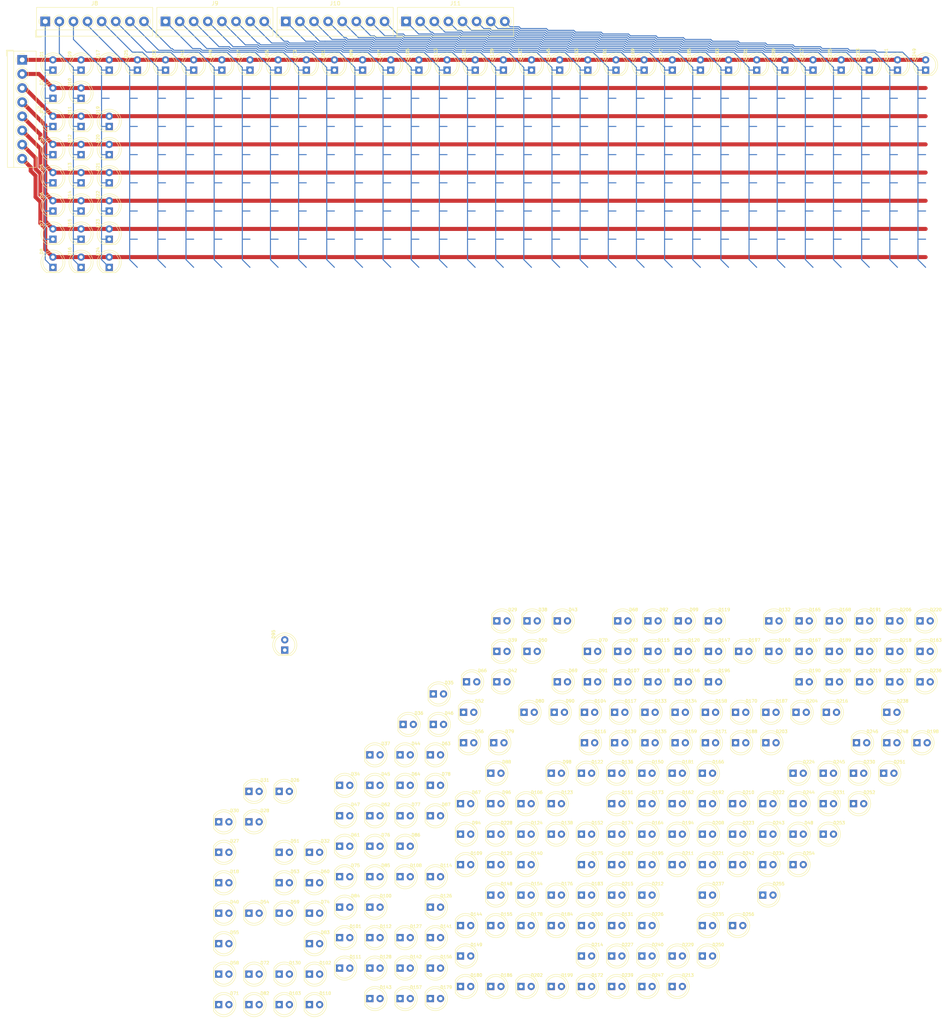
<source format=kicad_pcb>
(kicad_pcb (version 20171130) (host pcbnew "(5.1.10)-1")
  (layers (0 F.Cu signal) (31 B.Cu signal) (34 B.Paste user) (35 F.Paste user) (36 B.SilkS user) (37 F.SilkS user) (38 B.Mask user) (39 F.Mask user) (44 Edge.Cuts user))
  (net 0 "")
  (net 1 "Net-(D1-Pad2)")
  (net 2 "Net-(D1-Pad1)")
  (net 3 "Net-(D10-Pad2)")
  (net 4 "Net-(D107-Pad2)")
  (net 5 "Net-(D100-Pad2)")
  (net 6 "Net-(D101-Pad2)")
  (net 7 "Net-(D102-Pad2)")
  (net 8 "Net-(D103-Pad2)")
  (net 9 "Net-(D104-Pad2)")
  (net 10 "Net-(D10-Pad1)")
  (net 11 "Net-(D17-Pad1)")
  (net 12 "Net-(D25-Pad1)")
  (net 13 "Net-(D33-Pad1)")
  (net 14 "Net-(D41-Pad1)")
  (net 15 "Net-(D49-Pad1)")
  (net 16 "Net-(D57-Pad1)")
  (net 17 "Net-(D65-Pad1)")
  (net 18 "Net-(D73-Pad1)")
  (net 19 "Net-(D81-Pad1)")
  (net 20 "Net-(D89-Pad1)")
  (net 21 "Net-(D100-Pad1)")
  (net 22 "Net-(D105-Pad1)")
  (net 23 "Net-(D113-Pad1)")
  (net 24 "Net-(D121-Pad1)")
  (net 25 "Net-(D129-Pad1)")
  (net 26 "Net-(D137-Pad1)")
  (net 27 "Net-(D145-Pad1)")
  (net 28 "Net-(D153-Pad1)")
  (net 29 "Net-(D161-Pad1)")
  (net 30 "Net-(D169-Pad1)")
  (net 31 "Net-(D177-Pad1)")
  (net 32 "Net-(D185-Pad1)")
  (net 33 "Net-(D193-Pad1)")
  (net 34 "Net-(D201-Pad1)")
  (net 35 "Net-(D209-Pad1)")
  (net 36 "Net-(D217-Pad1)")
  (net 37 "Net-(D225-Pad1)")
  (net 38 "Net-(D233-Pad1)")
  (net 39 "Net-(D241-Pad1)")
  (net 40 "Net-(D249-Pad1)")
  (module TerminalBlock_4Ucon:TerminalBlock_4Ucon_1x08_P3.50mm_Horizontal (layer F.Cu) (at 22.225 13.97)
    (fp_text reference J8 (at 12.25 -4.46) (layer F.SilkS))
    (fp_text value Screw_Terminal_01x08)
    (pad 8 thru_hole circle (at 24.5 0) (size 2.4 2.4) (drill 1.2) (layers *.Cu *.Mask) (net 16 "Net-(D57-Pad1)"))
    (pad 7 thru_hole circle (at 21 0) (size 2.4 2.4) (drill 1.2) (layers *.Cu *.Mask) (net 15 "Net-(D49-Pad1)"))
    (pad 6 thru_hole circle (at 17.5 0) (size 2.4 2.4) (drill 1.2) (layers *.Cu *.Mask) (net 14 "Net-(D41-Pad1)"))
    (pad 5 thru_hole circle (at 14 0) (size 2.4 2.4) (drill 1.2) (layers *.Cu *.Mask) (net 13 "Net-(D33-Pad1)"))
    (pad 4 thru_hole circle (at 10.5 0) (size 2.4 2.4) (drill 1.2) (layers *.Cu *.Mask) (net 12 "Net-(D25-Pad1)"))
    (pad 3 thru_hole circle (at 7 0) (size 2.4 2.4) (drill 1.2) (layers *.Cu *.Mask) (net 11 "Net-(D17-Pad1)"))
    (pad 2 thru_hole circle (at 3.5 0) (size 2.4 2.4) (drill 1.2) (layers *.Cu *.Mask) (net 10 "Net-(D10-Pad1)"))
    (pad 1 thru_hole rect (at 0 0) (size 2.4 2.4) (drill 1.2) (layers *.Cu *.Mask) (net 2 "Net-(D1-Pad1)"))
  )
  (module Arduino:LED_D5.0mm_Silk_Moved (layer F.Cu) (at 192.764 238.07)
    (fp_text reference D256 (at 3.937 -2.794) (layer F.SilkS) (effects (font (size 0.75 0.75))))
    (fp_text value LED)
    (pad 1 thru_hole rect (at 0 0) (size 1.8 1.8) (drill 0.9) (layers *.Cu *.Mask) (net 40 "Net-(D249-Pad1)"))
    (pad 2 thru_hole circle (at 2.54 0) (size 1.8 1.8) (drill 0.9) (layers *.Cu *.Mask) (net 9 "Net-(D104-Pad2)"))
  )
  (module Arduino:LED_D5.0mm_Silk_Moved (layer F.Cu) (at 200.264 230.52)
    (fp_text reference D255 (at 3.937 -2.794) (layer F.SilkS) (effects (font (size 0.75 0.75))))
    (fp_text value LED)
    (pad 1 thru_hole rect (at 0 0) (size 1.8 1.8) (drill 0.9) (layers *.Cu *.Mask) (net 40 "Net-(D249-Pad1)"))
    (pad 2 thru_hole circle (at 2.54 0) (size 1.8 1.8) (drill 0.9) (layers *.Cu *.Mask) (net 8 "Net-(D103-Pad2)"))
  )
  (module Arduino:LED_D5.0mm_Silk_Moved (layer F.Cu) (at 207.764 222.97)
    (fp_text reference D254 (at 3.937 -2.794) (layer F.SilkS) (effects (font (size 0.75 0.75))))
    (fp_text value LED)
    (pad 1 thru_hole rect (at 0 0) (size 1.8 1.8) (drill 0.9) (layers *.Cu *.Mask) (net 40 "Net-(D249-Pad1)"))
    (pad 2 thru_hole circle (at 2.54 0) (size 1.8 1.8) (drill 0.9) (layers *.Cu *.Mask) (net 7 "Net-(D102-Pad2)"))
  )
  (module Arduino:LED_D5.0mm_Silk_Moved (layer F.Cu) (at 215.264 215.42)
    (fp_text reference D253 (at 3.937 -2.794) (layer F.SilkS) (effects (font (size 0.75 0.75))))
    (fp_text value LED)
    (pad 1 thru_hole rect (at 0 0) (size 1.8 1.8) (drill 0.9) (layers *.Cu *.Mask) (net 40 "Net-(D249-Pad1)"))
    (pad 2 thru_hole circle (at 2.54 0) (size 1.8 1.8) (drill 0.9) (layers *.Cu *.Mask) (net 6 "Net-(D101-Pad2)"))
  )
  (module Arduino:LED_D5.0mm_Silk_Moved (layer F.Cu) (at 222.764 207.87)
    (fp_text reference D252 (at 3.937 -2.794) (layer F.SilkS) (effects (font (size 0.75 0.75))))
    (fp_text value LED)
    (pad 1 thru_hole rect (at 0 0) (size 1.8 1.8) (drill 0.9) (layers *.Cu *.Mask) (net 40 "Net-(D249-Pad1)"))
    (pad 2 thru_hole circle (at 2.54 0) (size 1.8 1.8) (drill 0.9) (layers *.Cu *.Mask) (net 5 "Net-(D100-Pad2)"))
  )
  (module Arduino:LED_D5.0mm_Silk_Moved (layer F.Cu) (at 230.264 200.32)
    (fp_text reference D251 (at 3.937 -2.794) (layer F.SilkS) (effects (font (size 0.75 0.75))))
    (fp_text value LED)
    (pad 1 thru_hole rect (at 0 0) (size 1.8 1.8) (drill 0.9) (layers *.Cu *.Mask) (net 40 "Net-(D249-Pad1)"))
    (pad 2 thru_hole circle (at 2.54 0) (size 1.8 1.8) (drill 0.9) (layers *.Cu *.Mask) (net 4 "Net-(D107-Pad2)"))
  )
  (module Arduino:LED_D5.0mm_Silk_Moved (layer F.Cu) (at 185.264 245.62)
    (fp_text reference D250 (at 3.937 -2.794) (layer F.SilkS) (effects (font (size 0.75 0.75))))
    (fp_text value LED)
    (pad 1 thru_hole rect (at 0 0) (size 1.8 1.8) (drill 0.9) (layers *.Cu *.Mask) (net 40 "Net-(D249-Pad1)"))
    (pad 2 thru_hole circle (at 2.54 0) (size 1.8 1.8) (drill 0.9) (layers *.Cu *.Mask) (net 3 "Net-(D10-Pad2)"))
  )
  (module Arduino:LED_D5.0mm_Silk_Moved (layer F.Cu) (at 240.665 26.035 90)
    (fp_text reference D249 (at 3.937 -2.794 90) (layer F.SilkS) (effects (font (size 0.75 0.75))))
    (fp_text value LED)
    (pad 1 thru_hole rect (at 0 0 90) (size 1.8 1.8) (drill 0.9) (layers *.Cu *.Mask) (net 40 "Net-(D249-Pad1)"))
    (pad 2 thru_hole circle (at 2.54 0 90) (size 1.8 1.8) (drill 0.9) (layers *.Cu *.Mask) (net 1 "Net-(D1-Pad2)"))
  )
  (module Arduino:LED_D5.0mm_Silk_Moved (layer F.Cu) (at 231.014 192.77)
    (fp_text reference D248 (at 3.937 -2.794) (layer F.SilkS) (effects (font (size 0.75 0.75))))
    (fp_text value LED)
    (pad 1 thru_hole rect (at 0 0) (size 1.8 1.8) (drill 0.9) (layers *.Cu *.Mask) (net 39 "Net-(D241-Pad1)"))
    (pad 2 thru_hole circle (at 2.54 0) (size 1.8 1.8) (drill 0.9) (layers *.Cu *.Mask) (net 9 "Net-(D104-Pad2)"))
  )
  (module Arduino:LED_D5.0mm_Silk_Moved (layer F.Cu) (at 170.264 253.17)
    (fp_text reference D247 (at 3.937 -2.794) (layer F.SilkS) (effects (font (size 0.75 0.75))))
    (fp_text value LED)
    (pad 1 thru_hole rect (at 0 0) (size 1.8 1.8) (drill 0.9) (layers *.Cu *.Mask) (net 39 "Net-(D241-Pad1)"))
    (pad 2 thru_hole circle (at 2.54 0) (size 1.8 1.8) (drill 0.9) (layers *.Cu *.Mask) (net 8 "Net-(D103-Pad2)"))
  )
  (module Arduino:LED_D5.0mm_Silk_Moved (layer F.Cu) (at 223.514 192.77)
    (fp_text reference D246 (at 3.937 -2.794) (layer F.SilkS) (effects (font (size 0.75 0.75))))
    (fp_text value LED)
    (pad 1 thru_hole rect (at 0 0) (size 1.8 1.8) (drill 0.9) (layers *.Cu *.Mask) (net 39 "Net-(D241-Pad1)"))
    (pad 2 thru_hole circle (at 2.54 0) (size 1.8 1.8) (drill 0.9) (layers *.Cu *.Mask) (net 7 "Net-(D102-Pad2)"))
  )
  (module Arduino:LED_D5.0mm_Silk_Moved (layer F.Cu) (at 215.264 200.32)
    (fp_text reference D245 (at 3.937 -2.794) (layer F.SilkS) (effects (font (size 0.75 0.75))))
    (fp_text value LED)
    (pad 1 thru_hole rect (at 0 0) (size 1.8 1.8) (drill 0.9) (layers *.Cu *.Mask) (net 39 "Net-(D241-Pad1)"))
    (pad 2 thru_hole circle (at 2.54 0) (size 1.8 1.8) (drill 0.9) (layers *.Cu *.Mask) (net 6 "Net-(D101-Pad2)"))
  )
  (module Arduino:LED_D5.0mm_Silk_Moved (layer F.Cu) (at 207.764 207.87)
    (fp_text reference D244 (at 3.937 -2.794) (layer F.SilkS) (effects (font (size 0.75 0.75))))
    (fp_text value LED)
    (pad 1 thru_hole rect (at 0 0) (size 1.8 1.8) (drill 0.9) (layers *.Cu *.Mask) (net 39 "Net-(D241-Pad1)"))
    (pad 2 thru_hole circle (at 2.54 0) (size 1.8 1.8) (drill 0.9) (layers *.Cu *.Mask) (net 5 "Net-(D100-Pad2)"))
  )
  (module Arduino:LED_D5.0mm_Silk_Moved (layer F.Cu) (at 200.264 215.42)
    (fp_text reference D243 (at 3.937 -2.794) (layer F.SilkS) (effects (font (size 0.75 0.75))))
    (fp_text value LED)
    (pad 1 thru_hole rect (at 0 0) (size 1.8 1.8) (drill 0.9) (layers *.Cu *.Mask) (net 39 "Net-(D241-Pad1)"))
    (pad 2 thru_hole circle (at 2.54 0) (size 1.8 1.8) (drill 0.9) (layers *.Cu *.Mask) (net 4 "Net-(D107-Pad2)"))
  )
  (module Arduino:LED_D5.0mm_Silk_Moved (layer F.Cu) (at 192.764 222.97)
    (fp_text reference D242 (at 3.937 -2.794) (layer F.SilkS) (effects (font (size 0.75 0.75))))
    (fp_text value LED)
    (pad 1 thru_hole rect (at 0 0) (size 1.8 1.8) (drill 0.9) (layers *.Cu *.Mask) (net 39 "Net-(D241-Pad1)"))
    (pad 2 thru_hole circle (at 2.54 0) (size 1.8 1.8) (drill 0.9) (layers *.Cu *.Mask) (net 3 "Net-(D10-Pad2)"))
  )
  (module Arduino:LED_D5.0mm_Silk_Moved (layer F.Cu) (at 233.68 26.035 90)
    (fp_text reference D241 (at 3.937 -2.794 90) (layer F.SilkS) (effects (font (size 0.75 0.75))))
    (fp_text value LED)
    (pad 1 thru_hole rect (at 0 0 90) (size 1.8 1.8) (drill 0.9) (layers *.Cu *.Mask) (net 39 "Net-(D241-Pad1)"))
    (pad 2 thru_hole circle (at 2.54 0 90) (size 1.8 1.8) (drill 0.9) (layers *.Cu *.Mask) (net 1 "Net-(D1-Pad2)"))
  )
  (module Arduino:LED_D5.0mm_Silk_Moved (layer F.Cu) (at 170.264 245.62)
    (fp_text reference D240 (at 3.937 -2.794) (layer F.SilkS) (effects (font (size 0.75 0.75))))
    (fp_text value LED)
    (pad 1 thru_hole rect (at 0 0) (size 1.8 1.8) (drill 0.9) (layers *.Cu *.Mask) (net 38 "Net-(D233-Pad1)"))
    (pad 2 thru_hole circle (at 2.54 0) (size 1.8 1.8) (drill 0.9) (layers *.Cu *.Mask) (net 9 "Net-(D104-Pad2)"))
  )
  (module Arduino:LED_D5.0mm_Silk_Moved (layer F.Cu) (at 162.764 253.17)
    (fp_text reference D239 (at 3.937 -2.794) (layer F.SilkS) (effects (font (size 0.75 0.75))))
    (fp_text value LED)
    (pad 1 thru_hole rect (at 0 0) (size 1.8 1.8) (drill 0.9) (layers *.Cu *.Mask) (net 38 "Net-(D233-Pad1)"))
    (pad 2 thru_hole circle (at 2.54 0) (size 1.8 1.8) (drill 0.9) (layers *.Cu *.Mask) (net 8 "Net-(D103-Pad2)"))
  )
  (module Arduino:LED_D5.0mm_Silk_Moved (layer F.Cu) (at 231.014 185.22)
    (fp_text reference D238 (at 3.937 -2.794) (layer F.SilkS) (effects (font (size 0.75 0.75))))
    (fp_text value LED)
    (pad 1 thru_hole rect (at 0 0) (size 1.8 1.8) (drill 0.9) (layers *.Cu *.Mask) (net 38 "Net-(D233-Pad1)"))
    (pad 2 thru_hole circle (at 2.54 0) (size 1.8 1.8) (drill 0.9) (layers *.Cu *.Mask) (net 7 "Net-(D102-Pad2)"))
  )
  (module Arduino:LED_D5.0mm_Silk_Moved (layer F.Cu) (at 185.264 230.52)
    (fp_text reference D237 (at 3.937 -2.794) (layer F.SilkS) (effects (font (size 0.75 0.75))))
    (fp_text value LED)
    (pad 1 thru_hole rect (at 0 0) (size 1.8 1.8) (drill 0.9) (layers *.Cu *.Mask) (net 38 "Net-(D233-Pad1)"))
    (pad 2 thru_hole circle (at 2.54 0) (size 1.8 1.8) (drill 0.9) (layers *.Cu *.Mask) (net 6 "Net-(D101-Pad2)"))
  )
  (module Arduino:LED_D5.0mm_Silk_Moved (layer F.Cu) (at 239.264 177.67)
    (fp_text reference D236 (at 3.937 -2.794) (layer F.SilkS) (effects (font (size 0.75 0.75))))
    (fp_text value LED)
    (pad 1 thru_hole rect (at 0 0) (size 1.8 1.8) (drill 0.9) (layers *.Cu *.Mask) (net 38 "Net-(D233-Pad1)"))
    (pad 2 thru_hole circle (at 2.54 0) (size 1.8 1.8) (drill 0.9) (layers *.Cu *.Mask) (net 5 "Net-(D100-Pad2)"))
  )
  (module Arduino:LED_D5.0mm_Silk_Moved (layer F.Cu) (at 185.264 238.07)
    (fp_text reference D235 (at 3.937 -2.794) (layer F.SilkS) (effects (font (size 0.75 0.75))))
    (fp_text value LED)
    (pad 1 thru_hole rect (at 0 0) (size 1.8 1.8) (drill 0.9) (layers *.Cu *.Mask) (net 38 "Net-(D233-Pad1)"))
    (pad 2 thru_hole circle (at 2.54 0) (size 1.8 1.8) (drill 0.9) (layers *.Cu *.Mask) (net 4 "Net-(D107-Pad2)"))
  )
  (module Arduino:LED_D5.0mm_Silk_Moved (layer F.Cu) (at 200.264 222.97)
    (fp_text reference D234 (at 3.937 -2.794) (layer F.SilkS) (effects (font (size 0.75 0.75))))
    (fp_text value LED)
    (pad 1 thru_hole rect (at 0 0) (size 1.8 1.8) (drill 0.9) (layers *.Cu *.Mask) (net 38 "Net-(D233-Pad1)"))
    (pad 2 thru_hole circle (at 2.54 0) (size 1.8 1.8) (drill 0.9) (layers *.Cu *.Mask) (net 3 "Net-(D10-Pad2)"))
  )
  (module Arduino:LED_D5.0mm_Silk_Moved (layer F.Cu) (at 226.695 26.035 90)
    (fp_text reference D233 (at 3.937 -2.794 90) (layer F.SilkS) (effects (font (size 0.75 0.75))))
    (fp_text value LED)
    (pad 1 thru_hole rect (at 0 0 90) (size 1.8 1.8) (drill 0.9) (layers *.Cu *.Mask) (net 38 "Net-(D233-Pad1)"))
    (pad 2 thru_hole circle (at 2.54 0 90) (size 1.8 1.8) (drill 0.9) (layers *.Cu *.Mask) (net 1 "Net-(D1-Pad2)"))
  )
  (module Arduino:LED_D5.0mm_Silk_Moved (layer F.Cu) (at 231.764 177.67)
    (fp_text reference D232 (at 3.937 -2.794) (layer F.SilkS) (effects (font (size 0.75 0.75))))
    (fp_text value LED)
    (pad 1 thru_hole rect (at 0 0) (size 1.8 1.8) (drill 0.9) (layers *.Cu *.Mask) (net 37 "Net-(D225-Pad1)"))
    (pad 2 thru_hole circle (at 2.54 0) (size 1.8 1.8) (drill 0.9) (layers *.Cu *.Mask) (net 9 "Net-(D104-Pad2)"))
  )
  (module Arduino:LED_D5.0mm_Silk_Moved (layer F.Cu) (at 215.264 207.87)
    (fp_text reference D231 (at 3.937 -2.794) (layer F.SilkS) (effects (font (size 0.75 0.75))))
    (fp_text value LED)
    (pad 1 thru_hole rect (at 0 0) (size 1.8 1.8) (drill 0.9) (layers *.Cu *.Mask) (net 37 "Net-(D225-Pad1)"))
    (pad 2 thru_hole circle (at 2.54 0) (size 1.8 1.8) (drill 0.9) (layers *.Cu *.Mask) (net 8 "Net-(D103-Pad2)"))
  )
  (module Arduino:LED_D5.0mm_Silk_Moved (layer F.Cu) (at 222.764 200.32)
    (fp_text reference D230 (at 3.937 -2.794) (layer F.SilkS) (effects (font (size 0.75 0.75))))
    (fp_text value LED)
    (pad 1 thru_hole rect (at 0 0) (size 1.8 1.8) (drill 0.9) (layers *.Cu *.Mask) (net 37 "Net-(D225-Pad1)"))
    (pad 2 thru_hole circle (at 2.54 0) (size 1.8 1.8) (drill 0.9) (layers *.Cu *.Mask) (net 7 "Net-(D102-Pad2)"))
  )
  (module Arduino:LED_D5.0mm_Silk_Moved (layer F.Cu) (at 177.764 245.62)
    (fp_text reference D229 (at 3.937 -2.794) (layer F.SilkS) (effects (font (size 0.75 0.75))))
    (fp_text value LED)
    (pad 1 thru_hole rect (at 0 0) (size 1.8 1.8) (drill 0.9) (layers *.Cu *.Mask) (net 37 "Net-(D225-Pad1)"))
    (pad 2 thru_hole circle (at 2.54 0) (size 1.8 1.8) (drill 0.9) (layers *.Cu *.Mask) (net 6 "Net-(D101-Pad2)"))
  )
  (module Arduino:LED_D5.0mm_Silk_Moved (layer F.Cu) (at 132.764 215.42)
    (fp_text reference D228 (at 3.937 -2.794) (layer F.SilkS) (effects (font (size 0.75 0.75))))
    (fp_text value LED)
    (pad 1 thru_hole rect (at 0 0) (size 1.8 1.8) (drill 0.9) (layers *.Cu *.Mask) (net 37 "Net-(D225-Pad1)"))
    (pad 2 thru_hole circle (at 2.54 0) (size 1.8 1.8) (drill 0.9) (layers *.Cu *.Mask) (net 5 "Net-(D100-Pad2)"))
  )
  (module Arduino:LED_D5.0mm_Silk_Moved (layer F.Cu) (at 162.764 245.62)
    (fp_text reference D227 (at 3.937 -2.794) (layer F.SilkS) (effects (font (size 0.75 0.75))))
    (fp_text value LED)
    (pad 1 thru_hole rect (at 0 0) (size 1.8 1.8) (drill 0.9) (layers *.Cu *.Mask) (net 37 "Net-(D225-Pad1)"))
    (pad 2 thru_hole circle (at 2.54 0) (size 1.8 1.8) (drill 0.9) (layers *.Cu *.Mask) (net 4 "Net-(D107-Pad2)"))
  )
  (module Arduino:LED_D5.0mm_Silk_Moved (layer F.Cu) (at 170.264 238.07)
    (fp_text reference D226 (at 3.937 -2.794) (layer F.SilkS) (effects (font (size 0.75 0.75))))
    (fp_text value LED)
    (pad 1 thru_hole rect (at 0 0) (size 1.8 1.8) (drill 0.9) (layers *.Cu *.Mask) (net 37 "Net-(D225-Pad1)"))
    (pad 2 thru_hole circle (at 2.54 0) (size 1.8 1.8) (drill 0.9) (layers *.Cu *.Mask) (net 3 "Net-(D10-Pad2)"))
  )
  (module Arduino:LED_D5.0mm_Silk_Moved (layer F.Cu) (at 219.71 26.035 90)
    (fp_text reference D225 (at 3.937 -2.794 90) (layer F.SilkS) (effects (font (size 0.75 0.75))))
    (fp_text value LED)
    (pad 1 thru_hole rect (at 0 0 90) (size 1.8 1.8) (drill 0.9) (layers *.Cu *.Mask) (net 37 "Net-(D225-Pad1)"))
    (pad 2 thru_hole circle (at 2.54 0 90) (size 1.8 1.8) (drill 0.9) (layers *.Cu *.Mask) (net 1 "Net-(D1-Pad2)"))
  )
  (module Arduino:LED_D5.0mm_Silk_Moved (layer F.Cu) (at 207.764 200.32)
    (fp_text reference D224 (at 3.937 -2.794) (layer F.SilkS) (effects (font (size 0.75 0.75))))
    (fp_text value LED)
    (pad 1 thru_hole rect (at 0 0) (size 1.8 1.8) (drill 0.9) (layers *.Cu *.Mask) (net 36 "Net-(D217-Pad1)"))
    (pad 2 thru_hole circle (at 2.54 0) (size 1.8 1.8) (drill 0.9) (layers *.Cu *.Mask) (net 9 "Net-(D104-Pad2)"))
  )
  (module Arduino:LED_D5.0mm_Silk_Moved (layer F.Cu) (at 192.764 215.42)
    (fp_text reference D223 (at 3.937 -2.794) (layer F.SilkS) (effects (font (size 0.75 0.75))))
    (fp_text value LED)
    (pad 1 thru_hole rect (at 0 0) (size 1.8 1.8) (drill 0.9) (layers *.Cu *.Mask) (net 36 "Net-(D217-Pad1)"))
    (pad 2 thru_hole circle (at 2.54 0) (size 1.8 1.8) (drill 0.9) (layers *.Cu *.Mask) (net 8 "Net-(D103-Pad2)"))
  )
  (module Arduino:LED_D5.0mm_Silk_Moved (layer F.Cu) (at 200.264 207.87)
    (fp_text reference D222 (at 3.937 -2.794) (layer F.SilkS) (effects (font (size 0.75 0.75))))
    (fp_text value LED)
    (pad 1 thru_hole rect (at 0 0) (size 1.8 1.8) (drill 0.9) (layers *.Cu *.Mask) (net 36 "Net-(D217-Pad1)"))
    (pad 2 thru_hole circle (at 2.54 0) (size 1.8 1.8) (drill 0.9) (layers *.Cu *.Mask) (net 7 "Net-(D102-Pad2)"))
  )
  (module Arduino:LED_D5.0mm_Silk_Moved (layer F.Cu) (at 185.264 222.97)
    (fp_text reference D221 (at 3.937 -2.794) (layer F.SilkS) (effects (font (size 0.75 0.75))))
    (fp_text value LED)
    (pad 1 thru_hole rect (at 0 0) (size 1.8 1.8) (drill 0.9) (layers *.Cu *.Mask) (net 36 "Net-(D217-Pad1)"))
    (pad 2 thru_hole circle (at 2.54 0) (size 1.8 1.8) (drill 0.9) (layers *.Cu *.Mask) (net 6 "Net-(D101-Pad2)"))
  )
  (module Arduino:LED_D5.0mm_Silk_Moved (layer F.Cu) (at 239.264 162.57)
    (fp_text reference D220 (at 3.937 -2.794) (layer F.SilkS) (effects (font (size 0.75 0.75))))
    (fp_text value LED)
    (pad 1 thru_hole rect (at 0 0) (size 1.8 1.8) (drill 0.9) (layers *.Cu *.Mask) (net 36 "Net-(D217-Pad1)"))
    (pad 2 thru_hole circle (at 2.54 0) (size 1.8 1.8) (drill 0.9) (layers *.Cu *.Mask) (net 5 "Net-(D100-Pad2)"))
  )
  (module Arduino:LED_D5.0mm_Silk_Moved (layer F.Cu) (at 224.264 177.67)
    (fp_text reference D219 (at 3.937 -2.794) (layer F.SilkS) (effects (font (size 0.75 0.75))))
    (fp_text value LED)
    (pad 1 thru_hole rect (at 0 0) (size 1.8 1.8) (drill 0.9) (layers *.Cu *.Mask) (net 36 "Net-(D217-Pad1)"))
    (pad 2 thru_hole circle (at 2.54 0) (size 1.8 1.8) (drill 0.9) (layers *.Cu *.Mask) (net 4 "Net-(D107-Pad2)"))
  )
  (module Arduino:LED_D5.0mm_Silk_Moved (layer F.Cu) (at 231.764 170.12)
    (fp_text reference D218 (at 3.937 -2.794) (layer F.SilkS) (effects (font (size 0.75 0.75))))
    (fp_text value LED)
    (pad 1 thru_hole rect (at 0 0) (size 1.8 1.8) (drill 0.9) (layers *.Cu *.Mask) (net 36 "Net-(D217-Pad1)"))
    (pad 2 thru_hole circle (at 2.54 0) (size 1.8 1.8) (drill 0.9) (layers *.Cu *.Mask) (net 3 "Net-(D10-Pad2)"))
  )
  (module Arduino:LED_D5.0mm_Silk_Moved (layer F.Cu) (at 212.725 26.035 90)
    (fp_text reference D217 (at 3.937 -2.794 90) (layer F.SilkS) (effects (font (size 0.75 0.75))))
    (fp_text value LED)
    (pad 1 thru_hole rect (at 0 0 90) (size 1.8 1.8) (drill 0.9) (layers *.Cu *.Mask) (net 36 "Net-(D217-Pad1)"))
    (pad 2 thru_hole circle (at 2.54 0 90) (size 1.8 1.8) (drill 0.9) (layers *.Cu *.Mask) (net 1 "Net-(D1-Pad2)"))
  )
  (module Arduino:LED_D5.0mm_Silk_Moved (layer F.Cu) (at 216.014 185.22)
    (fp_text reference D216 (at 3.937 -2.794) (layer F.SilkS) (effects (font (size 0.75 0.75))))
    (fp_text value LED)
    (pad 1 thru_hole rect (at 0 0) (size 1.8 1.8) (drill 0.9) (layers *.Cu *.Mask) (net 35 "Net-(D209-Pad1)"))
    (pad 2 thru_hole circle (at 2.54 0) (size 1.8 1.8) (drill 0.9) (layers *.Cu *.Mask) (net 9 "Net-(D104-Pad2)"))
  )
  (module Arduino:LED_D5.0mm_Silk_Moved (layer F.Cu) (at 162.764 230.52)
    (fp_text reference D215 (at 3.937 -2.794) (layer F.SilkS) (effects (font (size 0.75 0.75))))
    (fp_text value LED)
    (pad 1 thru_hole rect (at 0 0) (size 1.8 1.8) (drill 0.9) (layers *.Cu *.Mask) (net 35 "Net-(D209-Pad1)"))
    (pad 2 thru_hole circle (at 2.54 0) (size 1.8 1.8) (drill 0.9) (layers *.Cu *.Mask) (net 8 "Net-(D103-Pad2)"))
  )
  (module Arduino:LED_D5.0mm_Silk_Moved (layer F.Cu) (at 155.264 245.62)
    (fp_text reference D214 (at 3.937 -2.794) (layer F.SilkS) (effects (font (size 0.75 0.75))))
    (fp_text value LED)
    (pad 1 thru_hole rect (at 0 0) (size 1.8 1.8) (drill 0.9) (layers *.Cu *.Mask) (net 35 "Net-(D209-Pad1)"))
    (pad 2 thru_hole circle (at 2.54 0) (size 1.8 1.8) (drill 0.9) (layers *.Cu *.Mask) (net 7 "Net-(D102-Pad2)"))
  )
  (module Arduino:LED_D5.0mm_Silk_Moved (layer F.Cu) (at 177.764 253.17)
    (fp_text reference D213 (at 3.937 -2.794) (layer F.SilkS) (effects (font (size 0.75 0.75))))
    (fp_text value LED)
    (pad 1 thru_hole rect (at 0 0) (size 1.8 1.8) (drill 0.9) (layers *.Cu *.Mask) (net 35 "Net-(D209-Pad1)"))
    (pad 2 thru_hole circle (at 2.54 0) (size 1.8 1.8) (drill 0.9) (layers *.Cu *.Mask) (net 6 "Net-(D101-Pad2)"))
  )
  (module Arduino:LED_D5.0mm_Silk_Moved (layer F.Cu) (at 170.264 230.52)
    (fp_text reference D212 (at 3.937 -2.794) (layer F.SilkS) (effects (font (size 0.75 0.75))))
    (fp_text value LED)
    (pad 1 thru_hole rect (at 0 0) (size 1.8 1.8) (drill 0.9) (layers *.Cu *.Mask) (net 35 "Net-(D209-Pad1)"))
    (pad 2 thru_hole circle (at 2.54 0) (size 1.8 1.8) (drill 0.9) (layers *.Cu *.Mask) (net 5 "Net-(D100-Pad2)"))
  )
  (module Arduino:LED_D5.0mm_Silk_Moved (layer F.Cu) (at 177.764 222.97)
    (fp_text reference D211 (at 3.937 -2.794) (layer F.SilkS) (effects (font (size 0.75 0.75))))
    (fp_text value LED)
    (pad 1 thru_hole rect (at 0 0) (size 1.8 1.8) (drill 0.9) (layers *.Cu *.Mask) (net 35 "Net-(D209-Pad1)"))
    (pad 2 thru_hole circle (at 2.54 0) (size 1.8 1.8) (drill 0.9) (layers *.Cu *.Mask) (net 4 "Net-(D107-Pad2)"))
  )
  (module Arduino:LED_D5.0mm_Silk_Moved (layer F.Cu) (at 192.764 207.87)
    (fp_text reference D210 (at 3.937 -2.794) (layer F.SilkS) (effects (font (size 0.75 0.75))))
    (fp_text value LED)
    (pad 1 thru_hole rect (at 0 0) (size 1.8 1.8) (drill 0.9) (layers *.Cu *.Mask) (net 35 "Net-(D209-Pad1)"))
    (pad 2 thru_hole circle (at 2.54 0) (size 1.8 1.8) (drill 0.9) (layers *.Cu *.Mask) (net 3 "Net-(D10-Pad2)"))
  )
  (module Arduino:LED_D5.0mm_Silk_Moved (layer F.Cu) (at 205.74 26.035 90)
    (fp_text reference D209 (at 3.937 -2.794 90) (layer F.SilkS) (effects (font (size 0.75 0.75))))
    (fp_text value LED)
    (pad 1 thru_hole rect (at 0 0 90) (size 1.8 1.8) (drill 0.9) (layers *.Cu *.Mask) (net 35 "Net-(D209-Pad1)"))
    (pad 2 thru_hole circle (at 2.54 0 90) (size 1.8 1.8) (drill 0.9) (layers *.Cu *.Mask) (net 1 "Net-(D1-Pad2)"))
  )
  (module Arduino:LED_D5.0mm_Silk_Moved (layer F.Cu) (at 185.264 215.42)
    (fp_text reference D208 (at 3.937 -2.794) (layer F.SilkS) (effects (font (size 0.75 0.75))))
    (fp_text value LED)
    (pad 1 thru_hole rect (at 0 0) (size 1.8 1.8) (drill 0.9) (layers *.Cu *.Mask) (net 34 "Net-(D201-Pad1)"))
    (pad 2 thru_hole circle (at 2.54 0) (size 1.8 1.8) (drill 0.9) (layers *.Cu *.Mask) (net 9 "Net-(D104-Pad2)"))
  )
  (module Arduino:LED_D5.0mm_Silk_Moved (layer F.Cu) (at 224.264 170.12)
    (fp_text reference D207 (at 3.937 -2.794) (layer F.SilkS) (effects (font (size 0.75 0.75))))
    (fp_text value LED)
    (pad 1 thru_hole rect (at 0 0) (size 1.8 1.8) (drill 0.9) (layers *.Cu *.Mask) (net 34 "Net-(D201-Pad1)"))
    (pad 2 thru_hole circle (at 2.54 0) (size 1.8 1.8) (drill 0.9) (layers *.Cu *.Mask) (net 8 "Net-(D103-Pad2)"))
  )
  (module Arduino:LED_D5.0mm_Silk_Moved (layer F.Cu) (at 231.764 162.57)
    (fp_text reference D206 (at 3.937 -2.794) (layer F.SilkS) (effects (font (size 0.75 0.75))))
    (fp_text value LED)
    (pad 1 thru_hole rect (at 0 0) (size 1.8 1.8) (drill 0.9) (layers *.Cu *.Mask) (net 34 "Net-(D201-Pad1)"))
    (pad 2 thru_hole circle (at 2.54 0) (size 1.8 1.8) (drill 0.9) (layers *.Cu *.Mask) (net 7 "Net-(D102-Pad2)"))
  )
  (module Arduino:LED_D5.0mm_Silk_Moved (layer F.Cu) (at 216.764 177.67)
    (fp_text reference D205 (at 3.937 -2.794) (layer F.SilkS) (effects (font (size 0.75 0.75))))
    (fp_text value LED)
    (pad 1 thru_hole rect (at 0 0) (size 1.8 1.8) (drill 0.9) (layers *.Cu *.Mask) (net 34 "Net-(D201-Pad1)"))
    (pad 2 thru_hole circle (at 2.54 0) (size 1.8 1.8) (drill 0.9) (layers *.Cu *.Mask) (net 6 "Net-(D101-Pad2)"))
  )
  (module Arduino:LED_D5.0mm_Silk_Moved (layer F.Cu) (at 208.514 185.22)
    (fp_text reference D204 (at 3.937 -2.794) (layer F.SilkS) (effects (font (size 0.75 0.75))))
    (fp_text value LED)
    (pad 1 thru_hole rect (at 0 0) (size 1.8 1.8) (drill 0.9) (layers *.Cu *.Mask) (net 34 "Net-(D201-Pad1)"))
    (pad 2 thru_hole circle (at 2.54 0) (size 1.8 1.8) (drill 0.9) (layers *.Cu *.Mask) (net 5 "Net-(D100-Pad2)"))
  )
  (module Arduino:LED_D5.0mm_Silk_Moved (layer F.Cu) (at 201.014 192.77)
    (fp_text reference D203 (at 3.937 -2.794) (layer F.SilkS) (effects (font (size 0.75 0.75))))
    (fp_text value LED)
    (pad 1 thru_hole rect (at 0 0) (size 1.8 1.8) (drill 0.9) (layers *.Cu *.Mask) (net 34 "Net-(D201-Pad1)"))
    (pad 2 thru_hole circle (at 2.54 0) (size 1.8 1.8) (drill 0.9) (layers *.Cu *.Mask) (net 4 "Net-(D107-Pad2)"))
  )
  (module Arduino:LED_D5.0mm_Silk_Moved (layer F.Cu) (at 140.264 253.17)
    (fp_text reference D202 (at 3.937 -2.794) (layer F.SilkS) (effects (font (size 0.75 0.75))))
    (fp_text value LED)
    (pad 1 thru_hole rect (at 0 0) (size 1.8 1.8) (drill 0.9) (layers *.Cu *.Mask) (net 34 "Net-(D201-Pad1)"))
    (pad 2 thru_hole circle (at 2.54 0) (size 1.8 1.8) (drill 0.9) (layers *.Cu *.Mask) (net 3 "Net-(D10-Pad2)"))
  )
  (module Arduino:LED_D5.0mm_Silk_Moved (layer F.Cu) (at 198.755 26.035 90)
    (fp_text reference D201 (at 3.937 -2.794 90) (layer F.SilkS) (effects (font (size 0.75 0.75))))
    (fp_text value LED)
    (pad 1 thru_hole rect (at 0 0 90) (size 1.8 1.8) (drill 0.9) (layers *.Cu *.Mask) (net 34 "Net-(D201-Pad1)"))
    (pad 2 thru_hole circle (at 2.54 0 90) (size 1.8 1.8) (drill 0.9) (layers *.Cu *.Mask) (net 1 "Net-(D1-Pad2)"))
  )
  (module Arduino:LED_D5.0mm_Silk_Moved (layer F.Cu) (at 155.264 238.07)
    (fp_text reference D200 (at 3.937 -2.794) (layer F.SilkS) (effects (font (size 0.75 0.75))))
    (fp_text value LED)
    (pad 1 thru_hole rect (at 0 0) (size 1.8 1.8) (drill 0.9) (layers *.Cu *.Mask) (net 33 "Net-(D193-Pad1)"))
    (pad 2 thru_hole circle (at 2.54 0) (size 1.8 1.8) (drill 0.9) (layers *.Cu *.Mask) (net 9 "Net-(D104-Pad2)"))
  )
  (module Arduino:LED_D5.0mm_Silk_Moved (layer F.Cu) (at 147.764 253.17)
    (fp_text reference D199 (at 3.937 -2.794) (layer F.SilkS) (effects (font (size 0.75 0.75))))
    (fp_text value LED)
    (pad 1 thru_hole rect (at 0 0) (size 1.8 1.8) (drill 0.9) (layers *.Cu *.Mask) (net 33 "Net-(D193-Pad1)"))
    (pad 2 thru_hole circle (at 2.54 0) (size 1.8 1.8) (drill 0.9) (layers *.Cu *.Mask) (net 8 "Net-(D103-Pad2)"))
  )
  (module Arduino:LED_D5.0mm_Silk_Moved (layer F.Cu) (at 238.514 192.77)
    (fp_text reference D198 (at 3.937 -2.794) (layer F.SilkS) (effects (font (size 0.75 0.75))))
    (fp_text value LED)
    (pad 1 thru_hole rect (at 0 0) (size 1.8 1.8) (drill 0.9) (layers *.Cu *.Mask) (net 33 "Net-(D193-Pad1)"))
    (pad 2 thru_hole circle (at 2.54 0) (size 1.8 1.8) (drill 0.9) (layers *.Cu *.Mask) (net 7 "Net-(D102-Pad2)"))
  )
  (module Arduino:LED_D5.0mm_Silk_Moved (layer F.Cu) (at 194.264 170.12)
    (fp_text reference D197 (at 3.937 -2.794) (layer F.SilkS) (effects (font (size 0.75 0.75))))
    (fp_text value LED)
    (pad 1 thru_hole rect (at 0 0) (size 1.8 1.8) (drill 0.9) (layers *.Cu *.Mask) (net 33 "Net-(D193-Pad1)"))
    (pad 2 thru_hole circle (at 2.54 0) (size 1.8 1.8) (drill 0.9) (layers *.Cu *.Mask) (net 6 "Net-(D101-Pad2)"))
  )
  (module Arduino:LED_D5.0mm_Silk_Moved (layer F.Cu) (at 186.764 177.67)
    (fp_text reference D196 (at 3.937 -2.794) (layer F.SilkS) (effects (font (size 0.75 0.75))))
    (fp_text value LED)
    (pad 1 thru_hole rect (at 0 0) (size 1.8 1.8) (drill 0.9) (layers *.Cu *.Mask) (net 33 "Net-(D193-Pad1)"))
    (pad 2 thru_hole circle (at 2.54 0) (size 1.8 1.8) (drill 0.9) (layers *.Cu *.Mask) (net 5 "Net-(D100-Pad2)"))
  )
  (module Arduino:LED_D5.0mm_Silk_Moved (layer F.Cu) (at 170.264 222.97)
    (fp_text reference D195 (at 3.937 -2.794) (layer F.SilkS) (effects (font (size 0.75 0.75))))
    (fp_text value LED)
    (pad 1 thru_hole rect (at 0 0) (size 1.8 1.8) (drill 0.9) (layers *.Cu *.Mask) (net 33 "Net-(D193-Pad1)"))
    (pad 2 thru_hole circle (at 2.54 0) (size 1.8 1.8) (drill 0.9) (layers *.Cu *.Mask) (net 4 "Net-(D107-Pad2)"))
  )
  (module Arduino:LED_D5.0mm_Silk_Moved (layer F.Cu) (at 177.764 215.42)
    (fp_text reference D194 (at 3.937 -2.794) (layer F.SilkS) (effects (font (size 0.75 0.75))))
    (fp_text value LED)
    (pad 1 thru_hole rect (at 0 0) (size 1.8 1.8) (drill 0.9) (layers *.Cu *.Mask) (net 33 "Net-(D193-Pad1)"))
    (pad 2 thru_hole circle (at 2.54 0) (size 1.8 1.8) (drill 0.9) (layers *.Cu *.Mask) (net 3 "Net-(D10-Pad2)"))
  )
  (module Arduino:LED_D5.0mm_Silk_Moved (layer F.Cu) (at 191.77 26.035 90)
    (fp_text reference D193 (at 3.937 -2.794 90) (layer F.SilkS) (effects (font (size 0.75 0.75))))
    (fp_text value LED)
    (pad 1 thru_hole rect (at 0 0 90) (size 1.8 1.8) (drill 0.9) (layers *.Cu *.Mask) (net 33 "Net-(D193-Pad1)"))
    (pad 2 thru_hole circle (at 2.54 0 90) (size 1.8 1.8) (drill 0.9) (layers *.Cu *.Mask) (net 1 "Net-(D1-Pad2)"))
  )
  (module Arduino:LED_D5.0mm_Silk_Moved (layer F.Cu) (at 185.264 207.87)
    (fp_text reference D192 (at 3.937 -2.794) (layer F.SilkS) (effects (font (size 0.75 0.75))))
    (fp_text value LED)
    (pad 1 thru_hole rect (at 0 0) (size 1.8 1.8) (drill 0.9) (layers *.Cu *.Mask) (net 32 "Net-(D185-Pad1)"))
    (pad 2 thru_hole circle (at 2.54 0) (size 1.8 1.8) (drill 0.9) (layers *.Cu *.Mask) (net 9 "Net-(D104-Pad2)"))
  )
  (module Arduino:LED_D5.0mm_Silk_Moved (layer F.Cu) (at 224.264 162.57)
    (fp_text reference D191 (at 3.937 -2.794) (layer F.SilkS) (effects (font (size 0.75 0.75))))
    (fp_text value LED)
    (pad 1 thru_hole rect (at 0 0) (size 1.8 1.8) (drill 0.9) (layers *.Cu *.Mask) (net 32 "Net-(D185-Pad1)"))
    (pad 2 thru_hole circle (at 2.54 0) (size 1.8 1.8) (drill 0.9) (layers *.Cu *.Mask) (net 8 "Net-(D103-Pad2)"))
  )
  (module Arduino:LED_D5.0mm_Silk_Moved (layer F.Cu) (at 209.264 177.67)
    (fp_text reference D190 (at 3.937 -2.794) (layer F.SilkS) (effects (font (size 0.75 0.75))))
    (fp_text value LED)
    (pad 1 thru_hole rect (at 0 0) (size 1.8 1.8) (drill 0.9) (layers *.Cu *.Mask) (net 32 "Net-(D185-Pad1)"))
    (pad 2 thru_hole circle (at 2.54 0) (size 1.8 1.8) (drill 0.9) (layers *.Cu *.Mask) (net 7 "Net-(D102-Pad2)"))
  )
  (module Arduino:LED_D5.0mm_Silk_Moved (layer F.Cu) (at 216.764 170.12)
    (fp_text reference D189 (at 3.937 -2.794) (layer F.SilkS) (effects (font (size 0.75 0.75))))
    (fp_text value LED)
    (pad 1 thru_hole rect (at 0 0) (size 1.8 1.8) (drill 0.9) (layers *.Cu *.Mask) (net 32 "Net-(D185-Pad1)"))
    (pad 2 thru_hole circle (at 2.54 0) (size 1.8 1.8) (drill 0.9) (layers *.Cu *.Mask) (net 6 "Net-(D101-Pad2)"))
  )
  (module Arduino:LED_D5.0mm_Silk_Moved (layer F.Cu) (at 193.514 192.77)
    (fp_text reference D188 (at 3.937 -2.794) (layer F.SilkS) (effects (font (size 0.75 0.75))))
    (fp_text value LED)
    (pad 1 thru_hole rect (at 0 0) (size 1.8 1.8) (drill 0.9) (layers *.Cu *.Mask) (net 32 "Net-(D185-Pad1)"))
    (pad 2 thru_hole circle (at 2.54 0) (size 1.8 1.8) (drill 0.9) (layers *.Cu *.Mask) (net 5 "Net-(D100-Pad2)"))
  )
  (module Arduino:LED_D5.0mm_Silk_Moved (layer F.Cu) (at 201.014 185.22)
    (fp_text reference D187 (at 3.937 -2.794) (layer F.SilkS) (effects (font (size 0.75 0.75))))
    (fp_text value LED)
    (pad 1 thru_hole rect (at 0 0) (size 1.8 1.8) (drill 0.9) (layers *.Cu *.Mask) (net 32 "Net-(D185-Pad1)"))
    (pad 2 thru_hole circle (at 2.54 0) (size 1.8 1.8) (drill 0.9) (layers *.Cu *.Mask) (net 4 "Net-(D107-Pad2)"))
  )
  (module Arduino:LED_D5.0mm_Silk_Moved (layer F.Cu) (at 132.764 253.17)
    (fp_text reference D186 (at 3.937 -2.794) (layer F.SilkS) (effects (font (size 0.75 0.75))))
    (fp_text value LED)
    (pad 1 thru_hole rect (at 0 0) (size 1.8 1.8) (drill 0.9) (layers *.Cu *.Mask) (net 32 "Net-(D185-Pad1)"))
    (pad 2 thru_hole circle (at 2.54 0) (size 1.8 1.8) (drill 0.9) (layers *.Cu *.Mask) (net 3 "Net-(D10-Pad2)"))
  )
  (module Arduino:LED_D5.0mm_Silk_Moved (layer F.Cu) (at 184.785 26.035 90)
    (fp_text reference D185 (at 3.937 -2.794 90) (layer F.SilkS) (effects (font (size 0.75 0.75))))
    (fp_text value LED)
    (pad 1 thru_hole rect (at 0 0 90) (size 1.8 1.8) (drill 0.9) (layers *.Cu *.Mask) (net 32 "Net-(D185-Pad1)"))
    (pad 2 thru_hole circle (at 2.54 0 90) (size 1.8 1.8) (drill 0.9) (layers *.Cu *.Mask) (net 1 "Net-(D1-Pad2)"))
  )
  (module Arduino:LED_D5.0mm_Silk_Moved (layer F.Cu) (at 147.764 238.07)
    (fp_text reference D184 (at 3.937 -2.794) (layer F.SilkS) (effects (font (size 0.75 0.75))))
    (fp_text value LED)
    (pad 1 thru_hole rect (at 0 0) (size 1.8 1.8) (drill 0.9) (layers *.Cu *.Mask) (net 31 "Net-(D177-Pad1)"))
    (pad 2 thru_hole circle (at 2.54 0) (size 1.8 1.8) (drill 0.9) (layers *.Cu *.Mask) (net 9 "Net-(D104-Pad2)"))
  )
  (module Arduino:LED_D5.0mm_Silk_Moved (layer F.Cu) (at 155.264 230.52)
    (fp_text reference D183 (at 3.937 -2.794) (layer F.SilkS) (effects (font (size 0.75 0.75))))
    (fp_text value LED)
    (pad 1 thru_hole rect (at 0 0) (size 1.8 1.8) (drill 0.9) (layers *.Cu *.Mask) (net 31 "Net-(D177-Pad1)"))
    (pad 2 thru_hole circle (at 2.54 0) (size 1.8 1.8) (drill 0.9) (layers *.Cu *.Mask) (net 8 "Net-(D103-Pad2)"))
  )
  (module Arduino:LED_D5.0mm_Silk_Moved (layer F.Cu) (at 162.764 222.97)
    (fp_text reference D182 (at 3.937 -2.794) (layer F.SilkS) (effects (font (size 0.75 0.75))))
    (fp_text value LED)
    (pad 1 thru_hole rect (at 0 0) (size 1.8 1.8) (drill 0.9) (layers *.Cu *.Mask) (net 31 "Net-(D177-Pad1)"))
    (pad 2 thru_hole circle (at 2.54 0) (size 1.8 1.8) (drill 0.9) (layers *.Cu *.Mask) (net 7 "Net-(D102-Pad2)"))
  )
  (module Arduino:LED_D5.0mm_Silk_Moved (layer F.Cu) (at 177.764 200.32)
    (fp_text reference D181 (at 3.937 -2.794) (layer F.SilkS) (effects (font (size 0.75 0.75))))
    (fp_text value LED)
    (pad 1 thru_hole rect (at 0 0) (size 1.8 1.8) (drill 0.9) (layers *.Cu *.Mask) (net 31 "Net-(D177-Pad1)"))
    (pad 2 thru_hole circle (at 2.54 0) (size 1.8 1.8) (drill 0.9) (layers *.Cu *.Mask) (net 6 "Net-(D101-Pad2)"))
  )
  (module Arduino:LED_D5.0mm_Silk_Moved (layer F.Cu) (at 125.264 253.17)
    (fp_text reference D180 (at 3.937 -2.794) (layer F.SilkS) (effects (font (size 0.75 0.75))))
    (fp_text value LED)
    (pad 1 thru_hole rect (at 0 0) (size 1.8 1.8) (drill 0.9) (layers *.Cu *.Mask) (net 31 "Net-(D177-Pad1)"))
    (pad 2 thru_hole circle (at 2.54 0) (size 1.8 1.8) (drill 0.9) (layers *.Cu *.Mask) (net 5 "Net-(D100-Pad2)"))
  )
  (module Arduino:LED_D5.0mm_Silk_Moved (layer F.Cu) (at 117.764 256.17)
    (fp_text reference D179 (at 3.937 -2.794) (layer F.SilkS) (effects (font (size 0.75 0.75))))
    (fp_text value LED)
    (pad 1 thru_hole rect (at 0 0) (size 1.8 1.8) (drill 0.9) (layers *.Cu *.Mask) (net 31 "Net-(D177-Pad1)"))
    (pad 2 thru_hole circle (at 2.54 0) (size 1.8 1.8) (drill 0.9) (layers *.Cu *.Mask) (net 4 "Net-(D107-Pad2)"))
  )
  (module Arduino:LED_D5.0mm_Silk_Moved (layer F.Cu) (at 140.264 238.07)
    (fp_text reference D178 (at 3.937 -2.794) (layer F.SilkS) (effects (font (size 0.75 0.75))))
    (fp_text value LED)
    (pad 1 thru_hole rect (at 0 0) (size 1.8 1.8) (drill 0.9) (layers *.Cu *.Mask) (net 31 "Net-(D177-Pad1)"))
    (pad 2 thru_hole circle (at 2.54 0) (size 1.8 1.8) (drill 0.9) (layers *.Cu *.Mask) (net 3 "Net-(D10-Pad2)"))
  )
  (module Arduino:LED_D5.0mm_Silk_Moved (layer F.Cu) (at 177.8 26.035 90)
    (fp_text reference D177 (at 3.937 -2.794 90) (layer F.SilkS) (effects (font (size 0.75 0.75))))
    (fp_text value LED)
    (pad 1 thru_hole rect (at 0 0 90) (size 1.8 1.8) (drill 0.9) (layers *.Cu *.Mask) (net 31 "Net-(D177-Pad1)"))
    (pad 2 thru_hole circle (at 2.54 0 90) (size 1.8 1.8) (drill 0.9) (layers *.Cu *.Mask) (net 1 "Net-(D1-Pad2)"))
  )
  (module Arduino:LED_D5.0mm_Silk_Moved (layer F.Cu) (at 147.764 230.52)
    (fp_text reference D176 (at 3.937 -2.794) (layer F.SilkS) (effects (font (size 0.75 0.75))))
    (fp_text value LED)
    (pad 1 thru_hole rect (at 0 0) (size 1.8 1.8) (drill 0.9) (layers *.Cu *.Mask) (net 30 "Net-(D169-Pad1)"))
    (pad 2 thru_hole circle (at 2.54 0) (size 1.8 1.8) (drill 0.9) (layers *.Cu *.Mask) (net 9 "Net-(D104-Pad2)"))
  )
  (module Arduino:LED_D5.0mm_Silk_Moved (layer F.Cu) (at 155.264 222.97)
    (fp_text reference D175 (at 3.937 -2.794) (layer F.SilkS) (effects (font (size 0.75 0.75))))
    (fp_text value LED)
    (pad 1 thru_hole rect (at 0 0) (size 1.8 1.8) (drill 0.9) (layers *.Cu *.Mask) (net 30 "Net-(D169-Pad1)"))
    (pad 2 thru_hole circle (at 2.54 0) (size 1.8 1.8) (drill 0.9) (layers *.Cu *.Mask) (net 8 "Net-(D103-Pad2)"))
  )
  (module Arduino:LED_D5.0mm_Silk_Moved (layer F.Cu) (at 162.764 215.42)
    (fp_text reference D174 (at 3.937 -2.794) (layer F.SilkS) (effects (font (size 0.75 0.75))))
    (fp_text value LED)
    (pad 1 thru_hole rect (at 0 0) (size 1.8 1.8) (drill 0.9) (layers *.Cu *.Mask) (net 30 "Net-(D169-Pad1)"))
    (pad 2 thru_hole circle (at 2.54 0) (size 1.8 1.8) (drill 0.9) (layers *.Cu *.Mask) (net 7 "Net-(D102-Pad2)"))
  )
  (module Arduino:LED_D5.0mm_Silk_Moved (layer F.Cu) (at 170.264 207.87)
    (fp_text reference D173 (at 3.937 -2.794) (layer F.SilkS) (effects (font (size 0.75 0.75))))
    (fp_text value LED)
    (pad 1 thru_hole rect (at 0 0) (size 1.8 1.8) (drill 0.9) (layers *.Cu *.Mask) (net 30 "Net-(D169-Pad1)"))
    (pad 2 thru_hole circle (at 2.54 0) (size 1.8 1.8) (drill 0.9) (layers *.Cu *.Mask) (net 6 "Net-(D101-Pad2)"))
  )
  (module Arduino:LED_D5.0mm_Silk_Moved (layer F.Cu) (at 155.264 253.17)
    (fp_text reference D172 (at 3.937 -2.794) (layer F.SilkS) (effects (font (size 0.75 0.75))))
    (fp_text value LED)
    (pad 1 thru_hole rect (at 0 0) (size 1.8 1.8) (drill 0.9) (layers *.Cu *.Mask) (net 30 "Net-(D169-Pad1)"))
    (pad 2 thru_hole circle (at 2.54 0) (size 1.8 1.8) (drill 0.9) (layers *.Cu *.Mask) (net 5 "Net-(D100-Pad2)"))
  )
  (module Arduino:LED_D5.0mm_Silk_Moved (layer F.Cu) (at 186.014 192.77)
    (fp_text reference D171 (at 3.937 -2.794) (layer F.SilkS) (effects (font (size 0.75 0.75))))
    (fp_text value LED)
    (pad 1 thru_hole rect (at 0 0) (size 1.8 1.8) (drill 0.9) (layers *.Cu *.Mask) (net 30 "Net-(D169-Pad1)"))
    (pad 2 thru_hole circle (at 2.54 0) (size 1.8 1.8) (drill 0.9) (layers *.Cu *.Mask) (net 4 "Net-(D107-Pad2)"))
  )
  (module Arduino:LED_D5.0mm_Silk_Moved (layer F.Cu) (at 193.514 185.22)
    (fp_text reference D170 (at 3.937 -2.794) (layer F.SilkS) (effects (font (size 0.75 0.75))))
    (fp_text value LED)
    (pad 1 thru_hole rect (at 0 0) (size 1.8 1.8) (drill 0.9) (layers *.Cu *.Mask) (net 30 "Net-(D169-Pad1)"))
    (pad 2 thru_hole circle (at 2.54 0) (size 1.8 1.8) (drill 0.9) (layers *.Cu *.Mask) (net 3 "Net-(D10-Pad2)"))
  )
  (module Arduino:LED_D5.0mm_Silk_Moved (layer F.Cu) (at 170.815 26.035 90)
    (fp_text reference D169 (at 3.937 -2.794 90) (layer F.SilkS) (effects (font (size 0.75 0.75))))
    (fp_text value LED)
    (pad 1 thru_hole rect (at 0 0 90) (size 1.8 1.8) (drill 0.9) (layers *.Cu *.Mask) (net 30 "Net-(D169-Pad1)"))
    (pad 2 thru_hole circle (at 2.54 0 90) (size 1.8 1.8) (drill 0.9) (layers *.Cu *.Mask) (net 1 "Net-(D1-Pad2)"))
  )
  (module Arduino:LED_D5.0mm_Silk_Moved (layer F.Cu) (at 216.764 162.57)
    (fp_text reference D168 (at 3.937 -2.794) (layer F.SilkS) (effects (font (size 0.75 0.75))))
    (fp_text value LED)
    (pad 1 thru_hole rect (at 0 0) (size 1.8 1.8) (drill 0.9) (layers *.Cu *.Mask) (net 29 "Net-(D161-Pad1)"))
    (pad 2 thru_hole circle (at 2.54 0) (size 1.8 1.8) (drill 0.9) (layers *.Cu *.Mask) (net 9 "Net-(D104-Pad2)"))
  )
  (module Arduino:LED_D5.0mm_Silk_Moved (layer F.Cu) (at 209.264 170.12)
    (fp_text reference D167 (at 3.937 -2.794) (layer F.SilkS) (effects (font (size 0.75 0.75))))
    (fp_text value LED)
    (pad 1 thru_hole rect (at 0 0) (size 1.8 1.8) (drill 0.9) (layers *.Cu *.Mask) (net 29 "Net-(D161-Pad1)"))
    (pad 2 thru_hole circle (at 2.54 0) (size 1.8 1.8) (drill 0.9) (layers *.Cu *.Mask) (net 8 "Net-(D103-Pad2)"))
  )
  (module Arduino:LED_D5.0mm_Silk_Moved (layer F.Cu) (at 185.264 200.32)
    (fp_text reference D166 (at 3.937 -2.794) (layer F.SilkS) (effects (font (size 0.75 0.75))))
    (fp_text value LED)
    (pad 1 thru_hole rect (at 0 0) (size 1.8 1.8) (drill 0.9) (layers *.Cu *.Mask) (net 29 "Net-(D161-Pad1)"))
    (pad 2 thru_hole circle (at 2.54 0) (size 1.8 1.8) (drill 0.9) (layers *.Cu *.Mask) (net 7 "Net-(D102-Pad2)"))
  )
  (module Arduino:LED_D5.0mm_Silk_Moved (layer F.Cu) (at 209.264 162.57)
    (fp_text reference D165 (at 3.937 -2.794) (layer F.SilkS) (effects (font (size 0.75 0.75))))
    (fp_text value LED)
    (pad 1 thru_hole rect (at 0 0) (size 1.8 1.8) (drill 0.9) (layers *.Cu *.Mask) (net 29 "Net-(D161-Pad1)"))
    (pad 2 thru_hole circle (at 2.54 0) (size 1.8 1.8) (drill 0.9) (layers *.Cu *.Mask) (net 6 "Net-(D101-Pad2)"))
  )
  (module Arduino:LED_D5.0mm_Silk_Moved (layer F.Cu) (at 170.264 215.42)
    (fp_text reference D164 (at 3.937 -2.794) (layer F.SilkS) (effects (font (size 0.75 0.75))))
    (fp_text value LED)
    (pad 1 thru_hole rect (at 0 0) (size 1.8 1.8) (drill 0.9) (layers *.Cu *.Mask) (net 29 "Net-(D161-Pad1)"))
    (pad 2 thru_hole circle (at 2.54 0) (size 1.8 1.8) (drill 0.9) (layers *.Cu *.Mask) (net 5 "Net-(D100-Pad2)"))
  )
  (module Arduino:LED_D5.0mm_Silk_Moved (layer F.Cu) (at 239.264 170.12)
    (fp_text reference D163 (at 3.937 -2.794) (layer F.SilkS) (effects (font (size 0.75 0.75))))
    (fp_text value LED)
    (pad 1 thru_hole rect (at 0 0) (size 1.8 1.8) (drill 0.9) (layers *.Cu *.Mask) (net 29 "Net-(D161-Pad1)"))
    (pad 2 thru_hole circle (at 2.54 0) (size 1.8 1.8) (drill 0.9) (layers *.Cu *.Mask) (net 4 "Net-(D107-Pad2)"))
  )
  (module Arduino:LED_D5.0mm_Silk_Moved (layer F.Cu) (at 177.764 207.87)
    (fp_text reference D162 (at 3.937 -2.794) (layer F.SilkS) (effects (font (size 0.75 0.75))))
    (fp_text value LED)
    (pad 1 thru_hole rect (at 0 0) (size 1.8 1.8) (drill 0.9) (layers *.Cu *.Mask) (net 29 "Net-(D161-Pad1)"))
    (pad 2 thru_hole circle (at 2.54 0) (size 1.8 1.8) (drill 0.9) (layers *.Cu *.Mask) (net 3 "Net-(D10-Pad2)"))
  )
  (module Arduino:LED_D5.0mm_Silk_Moved (layer F.Cu) (at 163.83 26.035 90)
    (fp_text reference D161 (at 3.937 -2.794 90) (layer F.SilkS) (effects (font (size 0.75 0.75))))
    (fp_text value LED)
    (pad 1 thru_hole rect (at 0 0 90) (size 1.8 1.8) (drill 0.9) (layers *.Cu *.Mask) (net 29 "Net-(D161-Pad1)"))
    (pad 2 thru_hole circle (at 2.54 0 90) (size 1.8 1.8) (drill 0.9) (layers *.Cu *.Mask) (net 1 "Net-(D1-Pad2)"))
  )
  (module Arduino:LED_D5.0mm_Silk_Moved (layer F.Cu) (at 201.764 170.12)
    (fp_text reference D160 (at 3.937 -2.794) (layer F.SilkS) (effects (font (size 0.75 0.75))))
    (fp_text value LED)
    (pad 1 thru_hole rect (at 0 0) (size 1.8 1.8) (drill 0.9) (layers *.Cu *.Mask) (net 28 "Net-(D153-Pad1)"))
    (pad 2 thru_hole circle (at 2.54 0) (size 1.8 1.8) (drill 0.9) (layers *.Cu *.Mask) (net 9 "Net-(D104-Pad2)"))
  )
  (module Arduino:LED_D5.0mm_Silk_Moved (layer F.Cu) (at 178.514 192.77)
    (fp_text reference D159 (at 3.937 -2.794) (layer F.SilkS) (effects (font (size 0.75 0.75))))
    (fp_text value LED)
    (pad 1 thru_hole rect (at 0 0) (size 1.8 1.8) (drill 0.9) (layers *.Cu *.Mask) (net 28 "Net-(D153-Pad1)"))
    (pad 2 thru_hole circle (at 2.54 0) (size 1.8 1.8) (drill 0.9) (layers *.Cu *.Mask) (net 8 "Net-(D103-Pad2)"))
  )
  (module Arduino:LED_D5.0mm_Silk_Moved (layer F.Cu) (at 186.014 185.22)
    (fp_text reference D158 (at 3.937 -2.794) (layer F.SilkS) (effects (font (size 0.75 0.75))))
    (fp_text value LED)
    (pad 1 thru_hole rect (at 0 0) (size 1.8 1.8) (drill 0.9) (layers *.Cu *.Mask) (net 28 "Net-(D153-Pad1)"))
    (pad 2 thru_hole circle (at 2.54 0) (size 1.8 1.8) (drill 0.9) (layers *.Cu *.Mask) (net 7 "Net-(D102-Pad2)"))
  )
  (module Arduino:LED_D5.0mm_Silk_Moved (layer F.Cu) (at 110.264 256.17)
    (fp_text reference D157 (at 3.937 -2.794) (layer F.SilkS) (effects (font (size 0.75 0.75))))
    (fp_text value LED)
    (pad 1 thru_hole rect (at 0 0) (size 1.8 1.8) (drill 0.9) (layers *.Cu *.Mask) (net 28 "Net-(D153-Pad1)"))
    (pad 2 thru_hole circle (at 2.54 0) (size 1.8 1.8) (drill 0.9) (layers *.Cu *.Mask) (net 6 "Net-(D101-Pad2)"))
  )
  (module Arduino:LED_D5.0mm_Silk_Moved (layer F.Cu) (at 117.764 248.62)
    (fp_text reference D156 (at 3.937 -2.794) (layer F.SilkS) (effects (font (size 0.75 0.75))))
    (fp_text value LED)
    (pad 1 thru_hole rect (at 0 0) (size 1.8 1.8) (drill 0.9) (layers *.Cu *.Mask) (net 28 "Net-(D153-Pad1)"))
    (pad 2 thru_hole circle (at 2.54 0) (size 1.8 1.8) (drill 0.9) (layers *.Cu *.Mask) (net 5 "Net-(D100-Pad2)"))
  )
  (module Arduino:LED_D5.0mm_Silk_Moved (layer F.Cu) (at 132.764 238.07)
    (fp_text reference D155 (at 3.937 -2.794) (layer F.SilkS) (effects (font (size 0.75 0.75))))
    (fp_text value LED)
    (pad 1 thru_hole rect (at 0 0) (size 1.8 1.8) (drill 0.9) (layers *.Cu *.Mask) (net 28 "Net-(D153-Pad1)"))
    (pad 2 thru_hole circle (at 2.54 0) (size 1.8 1.8) (drill 0.9) (layers *.Cu *.Mask) (net 4 "Net-(D107-Pad2)"))
  )
  (module Arduino:LED_D5.0mm_Silk_Moved (layer F.Cu) (at 140.264 230.52)
    (fp_text reference D154 (at 3.937 -2.794) (layer F.SilkS) (effects (font (size 0.75 0.75))))
    (fp_text value LED)
    (pad 1 thru_hole rect (at 0 0) (size 1.8 1.8) (drill 0.9) (layers *.Cu *.Mask) (net 28 "Net-(D153-Pad1)"))
    (pad 2 thru_hole circle (at 2.54 0) (size 1.8 1.8) (drill 0.9) (layers *.Cu *.Mask) (net 3 "Net-(D10-Pad2)"))
  )
  (module Arduino:LED_D5.0mm_Silk_Moved (layer F.Cu) (at 156.845 26.035 90)
    (fp_text reference D153 (at 3.937 -2.794 90) (layer F.SilkS) (effects (font (size 0.75 0.75))))
    (fp_text value LED)
    (pad 1 thru_hole rect (at 0 0 90) (size 1.8 1.8) (drill 0.9) (layers *.Cu *.Mask) (net 28 "Net-(D153-Pad1)"))
    (pad 2 thru_hole circle (at 2.54 0 90) (size 1.8 1.8) (drill 0.9) (layers *.Cu *.Mask) (net 1 "Net-(D1-Pad2)"))
  )
  (module Arduino:LED_D5.0mm_Silk_Moved (layer F.Cu) (at 155.264 215.42)
    (fp_text reference D152 (at 3.937 -2.794) (layer F.SilkS) (effects (font (size 0.75 0.75))))
    (fp_text value LED)
    (pad 1 thru_hole rect (at 0 0) (size 1.8 1.8) (drill 0.9) (layers *.Cu *.Mask) (net 27 "Net-(D145-Pad1)"))
    (pad 2 thru_hole circle (at 2.54 0) (size 1.8 1.8) (drill 0.9) (layers *.Cu *.Mask) (net 9 "Net-(D104-Pad2)"))
  )
  (module Arduino:LED_D5.0mm_Silk_Moved (layer F.Cu) (at 162.764 207.87)
    (fp_text reference D151 (at 3.937 -2.794) (layer F.SilkS) (effects (font (size 0.75 0.75))))
    (fp_text value LED)
    (pad 1 thru_hole rect (at 0 0) (size 1.8 1.8) (drill 0.9) (layers *.Cu *.Mask) (net 27 "Net-(D145-Pad1)"))
    (pad 2 thru_hole circle (at 2.54 0) (size 1.8 1.8) (drill 0.9) (layers *.Cu *.Mask) (net 8 "Net-(D103-Pad2)"))
  )
  (module Arduino:LED_D5.0mm_Silk_Moved (layer F.Cu) (at 170.264 200.32)
    (fp_text reference D150 (at 3.937 -2.794) (layer F.SilkS) (effects (font (size 0.75 0.75))))
    (fp_text value LED)
    (pad 1 thru_hole rect (at 0 0) (size 1.8 1.8) (drill 0.9) (layers *.Cu *.Mask) (net 27 "Net-(D145-Pad1)"))
    (pad 2 thru_hole circle (at 2.54 0) (size 1.8 1.8) (drill 0.9) (layers *.Cu *.Mask) (net 7 "Net-(D102-Pad2)"))
  )
  (module Arduino:LED_D5.0mm_Silk_Moved (layer F.Cu) (at 125.264 245.62)
    (fp_text reference D149 (at 3.937 -2.794) (layer F.SilkS) (effects (font (size 0.75 0.75))))
    (fp_text value LED)
    (pad 1 thru_hole rect (at 0 0) (size 1.8 1.8) (drill 0.9) (layers *.Cu *.Mask) (net 27 "Net-(D145-Pad1)"))
    (pad 2 thru_hole circle (at 2.54 0) (size 1.8 1.8) (drill 0.9) (layers *.Cu *.Mask) (net 6 "Net-(D101-Pad2)"))
  )
  (module Arduino:LED_D5.0mm_Silk_Moved (layer F.Cu) (at 132.764 230.52)
    (fp_text reference D148 (at 3.937 -2.794) (layer F.SilkS) (effects (font (size 0.75 0.75))))
    (fp_text value LED)
    (pad 1 thru_hole rect (at 0 0) (size 1.8 1.8) (drill 0.9) (layers *.Cu *.Mask) (net 27 "Net-(D145-Pad1)"))
    (pad 2 thru_hole circle (at 2.54 0) (size 1.8 1.8) (drill 0.9) (layers *.Cu *.Mask) (net 5 "Net-(D100-Pad2)"))
  )
  (module Arduino:LED_D5.0mm_Silk_Moved (layer F.Cu) (at 186.764 170.12)
    (fp_text reference D147 (at 3.937 -2.794) (layer F.SilkS) (effects (font (size 0.75 0.75))))
    (fp_text value LED)
    (pad 1 thru_hole rect (at 0 0) (size 1.8 1.8) (drill 0.9) (layers *.Cu *.Mask) (net 27 "Net-(D145-Pad1)"))
    (pad 2 thru_hole circle (at 2.54 0) (size 1.8 1.8) (drill 0.9) (layers *.Cu *.Mask) (net 4 "Net-(D107-Pad2)"))
  )
  (module Arduino:LED_D5.0mm_Silk_Moved (layer F.Cu) (at 179.264 177.67)
    (fp_text reference D146 (at 3.937 -2.794) (layer F.SilkS) (effects (font (size 0.75 0.75))))
    (fp_text value LED)
    (pad 1 thru_hole rect (at 0 0) (size 1.8 1.8) (drill 0.9) (layers *.Cu *.Mask) (net 27 "Net-(D145-Pad1)"))
    (pad 2 thru_hole circle (at 2.54 0) (size 1.8 1.8) (drill 0.9) (layers *.Cu *.Mask) (net 3 "Net-(D10-Pad2)"))
  )
  (module Arduino:LED_D5.0mm_Silk_Moved (layer F.Cu) (at 149.86 26.035 90)
    (fp_text reference D145 (at 3.937 -2.794 90) (layer F.SilkS) (effects (font (size 0.75 0.75))))
    (fp_text value LED)
    (pad 1 thru_hole rect (at 0 0 90) (size 1.8 1.8) (drill 0.9) (layers *.Cu *.Mask) (net 27 "Net-(D145-Pad1)"))
    (pad 2 thru_hole circle (at 2.54 0 90) (size 1.8 1.8) (drill 0.9) (layers *.Cu *.Mask) (net 1 "Net-(D1-Pad2)"))
  )
  (module Arduino:LED_D5.0mm_Silk_Moved (layer F.Cu) (at 125.264 238.07)
    (fp_text reference D144 (at 3.937 -2.794) (layer F.SilkS) (effects (font (size 0.75 0.75))))
    (fp_text value LED)
    (pad 1 thru_hole rect (at 0 0) (size 1.8 1.8) (drill 0.9) (layers *.Cu *.Mask) (net 26 "Net-(D137-Pad1)"))
    (pad 2 thru_hole circle (at 2.54 0) (size 1.8 1.8) (drill 0.9) (layers *.Cu *.Mask) (net 9 "Net-(D104-Pad2)"))
  )
  (module Arduino:LED_D5.0mm_Silk_Moved (layer F.Cu) (at 102.764 256.17)
    (fp_text reference D143 (at 3.937 -2.794) (layer F.SilkS) (effects (font (size 0.75 0.75))))
    (fp_text value LED)
    (pad 1 thru_hole rect (at 0 0) (size 1.8 1.8) (drill 0.9) (layers *.Cu *.Mask) (net 26 "Net-(D137-Pad1)"))
    (pad 2 thru_hole circle (at 2.54 0) (size 1.8 1.8) (drill 0.9) (layers *.Cu *.Mask) (net 8 "Net-(D103-Pad2)"))
  )
  (module Arduino:LED_D5.0mm_Silk_Moved (layer F.Cu) (at 110.264 248.62)
    (fp_text reference D142 (at 3.937 -2.794) (layer F.SilkS) (effects (font (size 0.75 0.75))))
    (fp_text value LED)
    (pad 1 thru_hole rect (at 0 0) (size 1.8 1.8) (drill 0.9) (layers *.Cu *.Mask) (net 26 "Net-(D137-Pad1)"))
    (pad 2 thru_hole circle (at 2.54 0) (size 1.8 1.8) (drill 0.9) (layers *.Cu *.Mask) (net 7 "Net-(D102-Pad2)"))
  )
  (module Arduino:LED_D5.0mm_Silk_Moved (layer F.Cu) (at 117.764 241.07)
    (fp_text reference D141 (at 3.937 -2.794) (layer F.SilkS) (effects (font (size 0.75 0.75))))
    (fp_text value LED)
    (pad 1 thru_hole rect (at 0 0) (size 1.8 1.8) (drill 0.9) (layers *.Cu *.Mask) (net 26 "Net-(D137-Pad1)"))
    (pad 2 thru_hole circle (at 2.54 0) (size 1.8 1.8) (drill 0.9) (layers *.Cu *.Mask) (net 6 "Net-(D101-Pad2)"))
  )
  (module Arduino:LED_D5.0mm_Silk_Moved (layer F.Cu) (at 140.264 222.97)
    (fp_text reference D140 (at 3.937 -2.794) (layer F.SilkS) (effects (font (size 0.75 0.75))))
    (fp_text value LED)
    (pad 1 thru_hole rect (at 0 0) (size 1.8 1.8) (drill 0.9) (layers *.Cu *.Mask) (net 26 "Net-(D137-Pad1)"))
    (pad 2 thru_hole circle (at 2.54 0) (size 1.8 1.8) (drill 0.9) (layers *.Cu *.Mask) (net 5 "Net-(D100-Pad2)"))
  )
  (module Arduino:LED_D5.0mm_Silk_Moved (layer F.Cu) (at 163.514 192.77)
    (fp_text reference D139 (at 3.937 -2.794) (layer F.SilkS) (effects (font (size 0.75 0.75))))
    (fp_text value LED)
    (pad 1 thru_hole rect (at 0 0) (size 1.8 1.8) (drill 0.9) (layers *.Cu *.Mask) (net 26 "Net-(D137-Pad1)"))
    (pad 2 thru_hole circle (at 2.54 0) (size 1.8 1.8) (drill 0.9) (layers *.Cu *.Mask) (net 4 "Net-(D107-Pad2)"))
  )
  (module Arduino:LED_D5.0mm_Silk_Moved (layer F.Cu) (at 147.764 215.42)
    (fp_text reference D138 (at 3.937 -2.794) (layer F.SilkS) (effects (font (size 0.75 0.75))))
    (fp_text value LED)
    (pad 1 thru_hole rect (at 0 0) (size 1.8 1.8) (drill 0.9) (layers *.Cu *.Mask) (net 26 "Net-(D137-Pad1)"))
    (pad 2 thru_hole circle (at 2.54 0) (size 1.8 1.8) (drill 0.9) (layers *.Cu *.Mask) (net 3 "Net-(D10-Pad2)"))
  )
  (module Arduino:LED_D5.0mm_Silk_Moved (layer F.Cu) (at 142.875 26.035 90)
    (fp_text reference D137 (at 3.937 -2.794 90) (layer F.SilkS) (effects (font (size 0.75 0.75))))
    (fp_text value LED)
    (pad 1 thru_hole rect (at 0 0 90) (size 1.8 1.8) (drill 0.9) (layers *.Cu *.Mask) (net 26 "Net-(D137-Pad1)"))
    (pad 2 thru_hole circle (at 2.54 0 90) (size 1.8 1.8) (drill 0.9) (layers *.Cu *.Mask) (net 1 "Net-(D1-Pad2)"))
  )
  (module Arduino:LED_D5.0mm_Silk_Moved (layer F.Cu) (at 162.764 200.32)
    (fp_text reference D136 (at 3.937 -2.794) (layer F.SilkS) (effects (font (size 0.75 0.75))))
    (fp_text value LED)
    (pad 1 thru_hole rect (at 0 0) (size 1.8 1.8) (drill 0.9) (layers *.Cu *.Mask) (net 25 "Net-(D129-Pad1)"))
    (pad 2 thru_hole circle (at 2.54 0) (size 1.8 1.8) (drill 0.9) (layers *.Cu *.Mask) (net 9 "Net-(D104-Pad2)"))
  )
  (module Arduino:LED_D5.0mm_Silk_Moved (layer F.Cu) (at 171.014 192.77)
    (fp_text reference D135 (at 3.937 -2.794) (layer F.SilkS) (effects (font (size 0.75 0.75))))
    (fp_text value LED)
    (pad 1 thru_hole rect (at 0 0) (size 1.8 1.8) (drill 0.9) (layers *.Cu *.Mask) (net 25 "Net-(D129-Pad1)"))
    (pad 2 thru_hole circle (at 2.54 0) (size 1.8 1.8) (drill 0.9) (layers *.Cu *.Mask) (net 8 "Net-(D103-Pad2)"))
  )
  (module Arduino:LED_D5.0mm_Silk_Moved (layer F.Cu) (at 178.514 185.22)
    (fp_text reference D134 (at 3.937 -2.794) (layer F.SilkS) (effects (font (size 0.75 0.75))))
    (fp_text value LED)
    (pad 1 thru_hole rect (at 0 0) (size 1.8 1.8) (drill 0.9) (layers *.Cu *.Mask) (net 25 "Net-(D129-Pad1)"))
    (pad 2 thru_hole circle (at 2.54 0) (size 1.8 1.8) (drill 0.9) (layers *.Cu *.Mask) (net 7 "Net-(D102-Pad2)"))
  )
  (module Arduino:LED_D5.0mm_Silk_Moved (layer F.Cu) (at 171.014 185.22)
    (fp_text reference D133 (at 3.937 -2.794) (layer F.SilkS) (effects (font (size 0.75 0.75))))
    (fp_text value LED)
    (pad 1 thru_hole rect (at 0 0) (size 1.8 1.8) (drill 0.9) (layers *.Cu *.Mask) (net 25 "Net-(D129-Pad1)"))
    (pad 2 thru_hole circle (at 2.54 0) (size 1.8 1.8) (drill 0.9) (layers *.Cu *.Mask) (net 6 "Net-(D101-Pad2)"))
  )
  (module Arduino:LED_D5.0mm_Silk_Moved (layer F.Cu) (at 201.764 162.57)
    (fp_text reference D132 (at 3.937 -2.794) (layer F.SilkS) (effects (font (size 0.75 0.75))))
    (fp_text value LED)
    (pad 1 thru_hole rect (at 0 0) (size 1.8 1.8) (drill 0.9) (layers *.Cu *.Mask) (net 25 "Net-(D129-Pad1)"))
    (pad 2 thru_hole circle (at 2.54 0) (size 1.8 1.8) (drill 0.9) (layers *.Cu *.Mask) (net 5 "Net-(D100-Pad2)"))
  )
  (module Arduino:LED_D5.0mm_Silk_Moved (layer F.Cu) (at 162.764 238.07)
    (fp_text reference D131 (at 3.937 -2.794) (layer F.SilkS) (effects (font (size 0.75 0.75))))
    (fp_text value LED)
    (pad 1 thru_hole rect (at 0 0) (size 1.8 1.8) (drill 0.9) (layers *.Cu *.Mask) (net 25 "Net-(D129-Pad1)"))
    (pad 2 thru_hole circle (at 2.54 0) (size 1.8 1.8) (drill 0.9) (layers *.Cu *.Mask) (net 4 "Net-(D107-Pad2)"))
  )
  (module Arduino:LED_D5.0mm_Silk_Moved (layer F.Cu) (at 80.264 250.12)
    (fp_text reference D130 (at 3.937 -2.794) (layer F.SilkS) (effects (font (size 0.75 0.75))))
    (fp_text value LED)
    (pad 1 thru_hole rect (at 0 0) (size 1.8 1.8) (drill 0.9) (layers *.Cu *.Mask) (net 25 "Net-(D129-Pad1)"))
    (pad 2 thru_hole circle (at 2.54 0) (size 1.8 1.8) (drill 0.9) (layers *.Cu *.Mask) (net 3 "Net-(D10-Pad2)"))
  )
  (module Arduino:LED_D5.0mm_Silk_Moved (layer F.Cu) (at 135.89 26.035 90)
    (fp_text reference D129 (at 3.937 -2.794 90) (layer F.SilkS) (effects (font (size 0.75 0.75))))
    (fp_text value LED)
    (pad 1 thru_hole rect (at 0 0 90) (size 1.8 1.8) (drill 0.9) (layers *.Cu *.Mask) (net 25 "Net-(D129-Pad1)"))
    (pad 2 thru_hole circle (at 2.54 0 90) (size 1.8 1.8) (drill 0.9) (layers *.Cu *.Mask) (net 1 "Net-(D1-Pad2)"))
  )
  (module Arduino:LED_D5.0mm_Silk_Moved (layer F.Cu) (at 102.764 248.62)
    (fp_text reference D128 (at 3.937 -2.794) (layer F.SilkS) (effects (font (size 0.75 0.75))))
    (fp_text value LED)
    (pad 1 thru_hole rect (at 0 0) (size 1.8 1.8) (drill 0.9) (layers *.Cu *.Mask) (net 24 "Net-(D121-Pad1)"))
    (pad 2 thru_hole circle (at 2.54 0) (size 1.8 1.8) (drill 0.9) (layers *.Cu *.Mask) (net 9 "Net-(D104-Pad2)"))
  )
  (module Arduino:LED_D5.0mm_Silk_Moved (layer F.Cu) (at 110.264 241.07)
    (fp_text reference D127 (at 3.937 -2.794) (layer F.SilkS) (effects (font (size 0.75 0.75))))
    (fp_text value LED)
    (pad 1 thru_hole rect (at 0 0) (size 1.8 1.8) (drill 0.9) (layers *.Cu *.Mask) (net 24 "Net-(D121-Pad1)"))
    (pad 2 thru_hole circle (at 2.54 0) (size 1.8 1.8) (drill 0.9) (layers *.Cu *.Mask) (net 8 "Net-(D103-Pad2)"))
  )
  (module Arduino:LED_D5.0mm_Silk_Moved (layer F.Cu) (at 117.764 233.52)
    (fp_text reference D126 (at 3.937 -2.794) (layer F.SilkS) (effects (font (size 0.75 0.75))))
    (fp_text value LED)
    (pad 1 thru_hole rect (at 0 0) (size 1.8 1.8) (drill 0.9) (layers *.Cu *.Mask) (net 24 "Net-(D121-Pad1)"))
    (pad 2 thru_hole circle (at 2.54 0) (size 1.8 1.8) (drill 0.9) (layers *.Cu *.Mask) (net 7 "Net-(D102-Pad2)"))
  )
  (module Arduino:LED_D5.0mm_Silk_Moved (layer F.Cu) (at 132.764 222.97)
    (fp_text reference D125 (at 3.937 -2.794) (layer F.SilkS) (effects (font (size 0.75 0.75))))
    (fp_text value LED)
    (pad 1 thru_hole rect (at 0 0) (size 1.8 1.8) (drill 0.9) (layers *.Cu *.Mask) (net 24 "Net-(D121-Pad1)"))
    (pad 2 thru_hole circle (at 2.54 0) (size 1.8 1.8) (drill 0.9) (layers *.Cu *.Mask) (net 6 "Net-(D101-Pad2)"))
  )
  (module Arduino:LED_D5.0mm_Silk_Moved (layer F.Cu) (at 140.264 215.42)
    (fp_text reference D124 (at 3.937 -2.794) (layer F.SilkS) (effects (font (size 0.75 0.75))))
    (fp_text value LED)
    (pad 1 thru_hole rect (at 0 0) (size 1.8 1.8) (drill 0.9) (layers *.Cu *.Mask) (net 24 "Net-(D121-Pad1)"))
    (pad 2 thru_hole circle (at 2.54 0) (size 1.8 1.8) (drill 0.9) (layers *.Cu *.Mask) (net 5 "Net-(D100-Pad2)"))
  )
  (module Arduino:LED_D5.0mm_Silk_Moved (layer F.Cu) (at 147.764 207.87)
    (fp_text reference D123 (at 3.937 -2.794) (layer F.SilkS) (effects (font (size 0.75 0.75))))
    (fp_text value LED)
    (pad 1 thru_hole rect (at 0 0) (size 1.8 1.8) (drill 0.9) (layers *.Cu *.Mask) (net 24 "Net-(D121-Pad1)"))
    (pad 2 thru_hole circle (at 2.54 0) (size 1.8 1.8) (drill 0.9) (layers *.Cu *.Mask) (net 4 "Net-(D107-Pad2)"))
  )
  (module Arduino:LED_D5.0mm_Silk_Moved (layer F.Cu) (at 155.264 200.32)
    (fp_text reference D122 (at 3.937 -2.794) (layer F.SilkS) (effects (font (size 0.75 0.75))))
    (fp_text value LED)
    (pad 1 thru_hole rect (at 0 0) (size 1.8 1.8) (drill 0.9) (layers *.Cu *.Mask) (net 24 "Net-(D121-Pad1)"))
    (pad 2 thru_hole circle (at 2.54 0) (size 1.8 1.8) (drill 0.9) (layers *.Cu *.Mask) (net 3 "Net-(D10-Pad2)"))
  )
  (module Arduino:LED_D5.0mm_Silk_Moved (layer F.Cu) (at 128.905 26.035 90)
    (fp_text reference D121 (at 3.937 -2.794 90) (layer F.SilkS) (effects (font (size 0.75 0.75))))
    (fp_text value LED)
    (pad 1 thru_hole rect (at 0 0 90) (size 1.8 1.8) (drill 0.9) (layers *.Cu *.Mask) (net 24 "Net-(D121-Pad1)"))
    (pad 2 thru_hole circle (at 2.54 0 90) (size 1.8 1.8) (drill 0.9) (layers *.Cu *.Mask) (net 1 "Net-(D1-Pad2)"))
  )
  (module Arduino:LED_D5.0mm_Silk_Moved (layer F.Cu) (at 179.264 170.12)
    (fp_text reference D120 (at 3.937 -2.794) (layer F.SilkS) (effects (font (size 0.75 0.75))))
    (fp_text value LED)
    (pad 1 thru_hole rect (at 0 0) (size 1.8 1.8) (drill 0.9) (layers *.Cu *.Mask) (net 23 "Net-(D113-Pad1)"))
    (pad 2 thru_hole circle (at 2.54 0) (size 1.8 1.8) (drill 0.9) (layers *.Cu *.Mask) (net 9 "Net-(D104-Pad2)"))
  )
  (module Arduino:LED_D5.0mm_Silk_Moved (layer F.Cu) (at 186.764 162.57)
    (fp_text reference D119 (at 3.937 -2.794) (layer F.SilkS) (effects (font (size 0.75 0.75))))
    (fp_text value LED)
    (pad 1 thru_hole rect (at 0 0) (size 1.8 1.8) (drill 0.9) (layers *.Cu *.Mask) (net 23 "Net-(D113-Pad1)"))
    (pad 2 thru_hole circle (at 2.54 0) (size 1.8 1.8) (drill 0.9) (layers *.Cu *.Mask) (net 8 "Net-(D103-Pad2)"))
  )
  (module Arduino:LED_D5.0mm_Silk_Moved (layer F.Cu) (at 171.764 177.67)
    (fp_text reference D118 (at 3.937 -2.794) (layer F.SilkS) (effects (font (size 0.75 0.75))))
    (fp_text value LED)
    (pad 1 thru_hole rect (at 0 0) (size 1.8 1.8) (drill 0.9) (layers *.Cu *.Mask) (net 23 "Net-(D113-Pad1)"))
    (pad 2 thru_hole circle (at 2.54 0) (size 1.8 1.8) (drill 0.9) (layers *.Cu *.Mask) (net 7 "Net-(D102-Pad2)"))
  )
  (module Arduino:LED_D5.0mm_Silk_Moved (layer F.Cu) (at 163.514 185.22)
    (fp_text reference D117 (at 3.937 -2.794) (layer F.SilkS) (effects (font (size 0.75 0.75))))
    (fp_text value LED)
    (pad 1 thru_hole rect (at 0 0) (size 1.8 1.8) (drill 0.9) (layers *.Cu *.Mask) (net 23 "Net-(D113-Pad1)"))
    (pad 2 thru_hole circle (at 2.54 0) (size 1.8 1.8) (drill 0.9) (layers *.Cu *.Mask) (net 6 "Net-(D101-Pad2)"))
  )
  (module Arduino:LED_D5.0mm_Silk_Moved (layer F.Cu) (at 156.014 192.77)
    (fp_text reference D116 (at 3.937 -2.794) (layer F.SilkS) (effects (font (size 0.75 0.75))))
    (fp_text value LED)
    (pad 1 thru_hole rect (at 0 0) (size 1.8 1.8) (drill 0.9) (layers *.Cu *.Mask) (net 23 "Net-(D113-Pad1)"))
    (pad 2 thru_hole circle (at 2.54 0) (size 1.8 1.8) (drill 0.9) (layers *.Cu *.Mask) (net 5 "Net-(D100-Pad2)"))
  )
  (module Arduino:LED_D5.0mm_Silk_Moved (layer F.Cu) (at 171.764 170.12)
    (fp_text reference D115 (at 3.937 -2.794) (layer F.SilkS) (effects (font (size 0.75 0.75))))
    (fp_text value LED)
    (pad 1 thru_hole rect (at 0 0) (size 1.8 1.8) (drill 0.9) (layers *.Cu *.Mask) (net 23 "Net-(D113-Pad1)"))
    (pad 2 thru_hole circle (at 2.54 0) (size 1.8 1.8) (drill 0.9) (layers *.Cu *.Mask) (net 4 "Net-(D107-Pad2)"))
  )
  (module Arduino:LED_D5.0mm_Silk_Moved (layer F.Cu) (at 117.764 225.97)
    (fp_text reference D114 (at 3.937 -2.794) (layer F.SilkS) (effects (font (size 0.75 0.75))))
    (fp_text value LED)
    (pad 1 thru_hole rect (at 0 0) (size 1.8 1.8) (drill 0.9) (layers *.Cu *.Mask) (net 23 "Net-(D113-Pad1)"))
    (pad 2 thru_hole circle (at 2.54 0) (size 1.8 1.8) (drill 0.9) (layers *.Cu *.Mask) (net 3 "Net-(D10-Pad2)"))
  )
  (module Arduino:LED_D5.0mm_Silk_Moved (layer F.Cu) (at 121.92 26.035 90)
    (fp_text reference D113 (at 3.937 -2.794 90) (layer F.SilkS) (effects (font (size 0.75 0.75))))
    (fp_text value LED)
    (pad 1 thru_hole rect (at 0 0 90) (size 1.8 1.8) (drill 0.9) (layers *.Cu *.Mask) (net 23 "Net-(D113-Pad1)"))
    (pad 2 thru_hole circle (at 2.54 0 90) (size 1.8 1.8) (drill 0.9) (layers *.Cu *.Mask) (net 1 "Net-(D1-Pad2)"))
  )
  (module Arduino:LED_D5.0mm_Silk_Moved (layer F.Cu) (at 102.764 241.07)
    (fp_text reference D112 (at 3.937 -2.794) (layer F.SilkS) (effects (font (size 0.75 0.75))))
    (fp_text value LED)
    (pad 1 thru_hole rect (at 0 0) (size 1.8 1.8) (drill 0.9) (layers *.Cu *.Mask) (net 22 "Net-(D105-Pad1)"))
    (pad 2 thru_hole circle (at 2.54 0) (size 1.8 1.8) (drill 0.9) (layers *.Cu *.Mask) (net 9 "Net-(D104-Pad2)"))
  )
  (module Arduino:LED_D5.0mm_Silk_Moved (layer F.Cu) (at 95.264 248.62)
    (fp_text reference D111 (at 3.937 -2.794) (layer F.SilkS) (effects (font (size 0.75 0.75))))
    (fp_text value LED)
    (pad 1 thru_hole rect (at 0 0) (size 1.8 1.8) (drill 0.9) (layers *.Cu *.Mask) (net 22 "Net-(D105-Pad1)"))
    (pad 2 thru_hole circle (at 2.54 0) (size 1.8 1.8) (drill 0.9) (layers *.Cu *.Mask) (net 8 "Net-(D103-Pad2)"))
  )
  (module Arduino:LED_D5.0mm_Silk_Moved (layer F.Cu) (at 87.764 257.67)
    (fp_text reference D110 (at 3.937 -2.794) (layer F.SilkS) (effects (font (size 0.75 0.75))))
    (fp_text value LED)
    (pad 1 thru_hole rect (at 0 0) (size 1.8 1.8) (drill 0.9) (layers *.Cu *.Mask) (net 22 "Net-(D105-Pad1)"))
    (pad 2 thru_hole circle (at 2.54 0) (size 1.8 1.8) (drill 0.9) (layers *.Cu *.Mask) (net 7 "Net-(D102-Pad2)"))
  )
  (module Arduino:LED_D5.0mm_Silk_Moved (layer F.Cu) (at 125.264 222.97)
    (fp_text reference D109 (at 3.937 -2.794) (layer F.SilkS) (effects (font (size 0.75 0.75))))
    (fp_text value LED)
    (pad 1 thru_hole rect (at 0 0) (size 1.8 1.8) (drill 0.9) (layers *.Cu *.Mask) (net 22 "Net-(D105-Pad1)"))
    (pad 2 thru_hole circle (at 2.54 0) (size 1.8 1.8) (drill 0.9) (layers *.Cu *.Mask) (net 6 "Net-(D101-Pad2)"))
  )
  (module Arduino:LED_D5.0mm_Silk_Moved (layer F.Cu) (at 110.264 225.97)
    (fp_text reference D108 (at 3.937 -2.794) (layer F.SilkS) (effects (font (size 0.75 0.75))))
    (fp_text value LED)
    (pad 1 thru_hole rect (at 0 0) (size 1.8 1.8) (drill 0.9) (layers *.Cu *.Mask) (net 22 "Net-(D105-Pad1)"))
    (pad 2 thru_hole circle (at 2.54 0) (size 1.8 1.8) (drill 0.9) (layers *.Cu *.Mask) (net 5 "Net-(D100-Pad2)"))
  )
  (module Arduino:LED_D5.0mm_Silk_Moved (layer F.Cu) (at 164.264 177.67)
    (fp_text reference D107 (at 3.937 -2.794) (layer F.SilkS) (effects (font (size 0.75 0.75))))
    (fp_text value LED)
    (pad 1 thru_hole rect (at 0 0) (size 1.8 1.8) (drill 0.9) (layers *.Cu *.Mask) (net 22 "Net-(D105-Pad1)"))
    (pad 2 thru_hole circle (at 2.54 0) (size 1.8 1.8) (drill 0.9) (layers *.Cu *.Mask) (net 4 "Net-(D107-Pad2)"))
  )
  (module Arduino:LED_D5.0mm_Silk_Moved (layer F.Cu) (at 140.264 207.87)
    (fp_text reference D106 (at 3.937 -2.794) (layer F.SilkS) (effects (font (size 0.75 0.75))))
    (fp_text value LED)
    (pad 1 thru_hole rect (at 0 0) (size 1.8 1.8) (drill 0.9) (layers *.Cu *.Mask) (net 22 "Net-(D105-Pad1)"))
    (pad 2 thru_hole circle (at 2.54 0) (size 1.8 1.8) (drill 0.9) (layers *.Cu *.Mask) (net 3 "Net-(D10-Pad2)"))
  )
  (module Arduino:LED_D5.0mm_Silk_Moved (layer F.Cu) (at 114.935 26.035 90)
    (fp_text reference D105 (at 3.937 -2.794 90) (layer F.SilkS) (effects (font (size 0.75 0.75))))
    (fp_text value LED)
    (pad 1 thru_hole rect (at 0 0 90) (size 1.8 1.8) (drill 0.9) (layers *.Cu *.Mask) (net 22 "Net-(D105-Pad1)"))
    (pad 2 thru_hole circle (at 2.54 0 90) (size 1.8 1.8) (drill 0.9) (layers *.Cu *.Mask) (net 1 "Net-(D1-Pad2)"))
  )
  (module Arduino:LED_D5.0mm_Silk_Moved (layer F.Cu) (at 156.014 185.22)
    (fp_text reference D104 (at 3.937 -2.794) (layer F.SilkS) (effects (font (size 0.75 0.75))))
    (fp_text value LED)
    (pad 1 thru_hole rect (at 0 0) (size 1.8 1.8) (drill 0.9) (layers *.Cu *.Mask) (net 21 "Net-(D100-Pad1)"))
    (pad 2 thru_hole circle (at 2.54 0) (size 1.8 1.8) (drill 0.9) (layers *.Cu *.Mask) (net 9 "Net-(D104-Pad2)"))
  )
  (module Arduino:LED_D5.0mm_Silk_Moved (layer F.Cu) (at 80.264 257.67)
    (fp_text reference D103 (at 3.937 -2.794) (layer F.SilkS) (effects (font (size 0.75 0.75))))
    (fp_text value LED)
    (pad 1 thru_hole rect (at 0 0) (size 1.8 1.8) (drill 0.9) (layers *.Cu *.Mask) (net 21 "Net-(D100-Pad1)"))
    (pad 2 thru_hole circle (at 2.54 0) (size 1.8 1.8) (drill 0.9) (layers *.Cu *.Mask) (net 8 "Net-(D103-Pad2)"))
  )
  (module Arduino:LED_D5.0mm_Silk_Moved (layer F.Cu) (at 87.764 250.12)
    (fp_text reference D102 (at 3.937 -2.794) (layer F.SilkS) (effects (font (size 0.75 0.75))))
    (fp_text value LED)
    (pad 1 thru_hole rect (at 0 0) (size 1.8 1.8) (drill 0.9) (layers *.Cu *.Mask) (net 21 "Net-(D100-Pad1)"))
    (pad 2 thru_hole circle (at 2.54 0) (size 1.8 1.8) (drill 0.9) (layers *.Cu *.Mask) (net 7 "Net-(D102-Pad2)"))
  )
  (module Arduino:LED_D5.0mm_Silk_Moved (layer F.Cu) (at 95.264 241.07)
    (fp_text reference D101 (at 3.937 -2.794) (layer F.SilkS) (effects (font (size 0.75 0.75))))
    (fp_text value LED)
    (pad 1 thru_hole rect (at 0 0) (size 1.8 1.8) (drill 0.9) (layers *.Cu *.Mask) (net 21 "Net-(D100-Pad1)"))
    (pad 2 thru_hole circle (at 2.54 0) (size 1.8 1.8) (drill 0.9) (layers *.Cu *.Mask) (net 6 "Net-(D101-Pad2)"))
  )
  (module Arduino:LED_D5.0mm_Silk_Moved (layer F.Cu) (at 102.764 233.52)
    (fp_text reference D100 (at 3.937 -2.794) (layer F.SilkS) (effects (font (size 0.75 0.75))))
    (fp_text value LED)
    (pad 1 thru_hole rect (at 0 0) (size 1.8 1.8) (drill 0.9) (layers *.Cu *.Mask) (net 21 "Net-(D100-Pad1)"))
    (pad 2 thru_hole circle (at 2.54 0) (size 1.8 1.8) (drill 0.9) (layers *.Cu *.Mask) (net 5 "Net-(D100-Pad2)"))
  )
  (module Arduino:LED_D5.0mm_Silk_Moved (layer F.Cu) (at 179.264 162.57)
    (fp_text reference D99 (at 3.937 -2.794) (layer F.SilkS) (effects (font (size 0.75 0.75))))
    (fp_text value LED)
    (pad 1 thru_hole rect (at 0 0) (size 1.8 1.8) (drill 0.9) (layers *.Cu *.Mask) (net 21 "Net-(D100-Pad1)"))
    (pad 2 thru_hole circle (at 2.54 0) (size 1.8 1.8) (drill 0.9) (layers *.Cu *.Mask) (net 4 "Net-(D107-Pad2)"))
  )
  (module Arduino:LED_D5.0mm_Silk_Moved (layer F.Cu) (at 147.764 200.32)
    (fp_text reference D98 (at 3.937 -2.794) (layer F.SilkS) (effects (font (size 0.75 0.75))))
    (fp_text value LED)
    (pad 1 thru_hole rect (at 0 0) (size 1.8 1.8) (drill 0.9) (layers *.Cu *.Mask) (net 21 "Net-(D100-Pad1)"))
    (pad 2 thru_hole circle (at 2.54 0) (size 1.8 1.8) (drill 0.9) (layers *.Cu *.Mask) (net 3 "Net-(D10-Pad2)"))
  )
  (module Arduino:LED_D5.0mm_Silk_Moved (layer F.Cu) (at 107.95 26.035 90)
    (fp_text reference D97 (at 3.937 -2.794 90) (layer F.SilkS) (effects (font (size 0.75 0.75))))
    (fp_text value LED)
    (pad 1 thru_hole rect (at 0 0 90) (size 1.8 1.8) (drill 0.9) (layers *.Cu *.Mask) (net 21 "Net-(D100-Pad1)"))
    (pad 2 thru_hole circle (at 2.54 0 90) (size 1.8 1.8) (drill 0.9) (layers *.Cu *.Mask) (net 1 "Net-(D1-Pad2)"))
  )
  (module Arduino:LED_D5.0mm_Silk_Moved (layer F.Cu) (at 132.764 207.87)
    (fp_text reference D96 (at 3.937 -2.794) (layer F.SilkS) (effects (font (size 0.75 0.75))))
    (fp_text value LED)
    (pad 1 thru_hole rect (at 0 0) (size 1.8 1.8) (drill 0.9) (layers *.Cu *.Mask) (net 20 "Net-(D89-Pad1)"))
    (pad 2 thru_hole circle (at 2.54 0) (size 1.8 1.8) (drill 0.9) (layers *.Cu *.Mask) (net 9 "Net-(D104-Pad2)"))
  )
  (module Arduino:LED_D5.0mm_Silk_Moved (layer F.Cu) (at 81.661 169.799 90)
    (fp_text reference D95 (at 3.937 -2.794 90) (layer F.SilkS) (effects (font (size 0.75 0.75))))
    (fp_text value LED)
    (pad 1 thru_hole rect (at 0 0 90) (size 1.8 1.8) (drill 0.9) (layers *.Cu *.Mask) (net 20 "Net-(D89-Pad1)"))
    (pad 2 thru_hole circle (at 2.54 0 90) (size 1.8 1.8) (drill 0.9) (layers *.Cu *.Mask) (net 8 "Net-(D103-Pad2)"))
  )
  (module Arduino:LED_D5.0mm_Silk_Moved (layer F.Cu) (at 125.264 215.42)
    (fp_text reference D94 (at 3.937 -2.794) (layer F.SilkS) (effects (font (size 0.75 0.75))))
    (fp_text value LED)
    (pad 1 thru_hole rect (at 0 0) (size 1.8 1.8) (drill 0.9) (layers *.Cu *.Mask) (net 20 "Net-(D89-Pad1)"))
    (pad 2 thru_hole circle (at 2.54 0) (size 1.8 1.8) (drill 0.9) (layers *.Cu *.Mask) (net 7 "Net-(D102-Pad2)"))
  )
  (module Arduino:LED_D5.0mm_Silk_Moved (layer F.Cu) (at 164.264 170.12)
    (fp_text reference D93 (at 3.937 -2.794) (layer F.SilkS) (effects (font (size 0.75 0.75))))
    (fp_text value LED)
    (pad 1 thru_hole rect (at 0 0) (size 1.8 1.8) (drill 0.9) (layers *.Cu *.Mask) (net 20 "Net-(D89-Pad1)"))
    (pad 2 thru_hole circle (at 2.54 0) (size 1.8 1.8) (drill 0.9) (layers *.Cu *.Mask) (net 6 "Net-(D101-Pad2)"))
  )
  (module Arduino:LED_D5.0mm_Silk_Moved (layer F.Cu) (at 171.764 162.57)
    (fp_text reference D92 (at 3.937 -2.794) (layer F.SilkS) (effects (font (size 0.75 0.75))))
    (fp_text value LED)
    (pad 1 thru_hole rect (at 0 0) (size 1.8 1.8) (drill 0.9) (layers *.Cu *.Mask) (net 20 "Net-(D89-Pad1)"))
    (pad 2 thru_hole circle (at 2.54 0) (size 1.8 1.8) (drill 0.9) (layers *.Cu *.Mask) (net 5 "Net-(D100-Pad2)"))
  )
  (module Arduino:LED_D5.0mm_Silk_Moved (layer F.Cu) (at 156.764 177.67)
    (fp_text reference D91 (at 3.937 -2.794) (layer F.SilkS) (effects (font (size 0.75 0.75))))
    (fp_text value LED)
    (pad 1 thru_hole rect (at 0 0) (size 1.8 1.8) (drill 0.9) (layers *.Cu *.Mask) (net 20 "Net-(D89-Pad1)"))
    (pad 2 thru_hole circle (at 2.54 0) (size 1.8 1.8) (drill 0.9) (layers *.Cu *.Mask) (net 4 "Net-(D107-Pad2)"))
  )
  (module Arduino:LED_D5.0mm_Silk_Moved (layer F.Cu) (at 148.514 185.22)
    (fp_text reference D90 (at 3.937 -2.794) (layer F.SilkS) (effects (font (size 0.75 0.75))))
    (fp_text value LED)
    (pad 1 thru_hole rect (at 0 0) (size 1.8 1.8) (drill 0.9) (layers *.Cu *.Mask) (net 20 "Net-(D89-Pad1)"))
    (pad 2 thru_hole circle (at 2.54 0) (size 1.8 1.8) (drill 0.9) (layers *.Cu *.Mask) (net 3 "Net-(D10-Pad2)"))
  )
  (module Arduino:LED_D5.0mm_Silk_Moved (layer F.Cu) (at 100.965 26.035 90)
    (fp_text reference D89 (at 3.937 -2.794 90) (layer F.SilkS) (effects (font (size 0.75 0.75))))
    (fp_text value LED)
    (pad 1 thru_hole rect (at 0 0 90) (size 1.8 1.8) (drill 0.9) (layers *.Cu *.Mask) (net 20 "Net-(D89-Pad1)"))
    (pad 2 thru_hole circle (at 2.54 0 90) (size 1.8 1.8) (drill 0.9) (layers *.Cu *.Mask) (net 1 "Net-(D1-Pad2)"))
  )
  (module Arduino:LED_D5.0mm_Silk_Moved (layer F.Cu) (at 132.764 200.32)
    (fp_text reference D88 (at 3.937 -2.794) (layer F.SilkS) (effects (font (size 0.75 0.75))))
    (fp_text value LED)
    (pad 1 thru_hole rect (at 0 0) (size 1.8 1.8) (drill 0.9) (layers *.Cu *.Mask) (net 19 "Net-(D81-Pad1)"))
    (pad 2 thru_hole circle (at 2.54 0) (size 1.8 1.8) (drill 0.9) (layers *.Cu *.Mask) (net 9 "Net-(D104-Pad2)"))
  )
  (module Arduino:LED_D5.0mm_Silk_Moved (layer F.Cu) (at 117.764 210.87)
    (fp_text reference D87 (at 3.937 -2.794) (layer F.SilkS) (effects (font (size 0.75 0.75))))
    (fp_text value LED)
    (pad 1 thru_hole rect (at 0 0) (size 1.8 1.8) (drill 0.9) (layers *.Cu *.Mask) (net 19 "Net-(D81-Pad1)"))
    (pad 2 thru_hole circle (at 2.54 0) (size 1.8 1.8) (drill 0.9) (layers *.Cu *.Mask) (net 8 "Net-(D103-Pad2)"))
  )
  (module Arduino:LED_D5.0mm_Silk_Moved (layer F.Cu) (at 110.264 218.42)
    (fp_text reference D86 (at 3.937 -2.794) (layer F.SilkS) (effects (font (size 0.75 0.75))))
    (fp_text value LED)
    (pad 1 thru_hole rect (at 0 0) (size 1.8 1.8) (drill 0.9) (layers *.Cu *.Mask) (net 19 "Net-(D81-Pad1)"))
    (pad 2 thru_hole circle (at 2.54 0) (size 1.8 1.8) (drill 0.9) (layers *.Cu *.Mask) (net 7 "Net-(D102-Pad2)"))
  )
  (module Arduino:LED_D5.0mm_Silk_Moved (layer F.Cu) (at 102.764 225.97)
    (fp_text reference D85 (at 3.937 -2.794) (layer F.SilkS) (effects (font (size 0.75 0.75))))
    (fp_text value LED)
    (pad 1 thru_hole rect (at 0 0) (size 1.8 1.8) (drill 0.9) (layers *.Cu *.Mask) (net 19 "Net-(D81-Pad1)"))
    (pad 2 thru_hole circle (at 2.54 0) (size 1.8 1.8) (drill 0.9) (layers *.Cu *.Mask) (net 6 "Net-(D101-Pad2)"))
  )
  (module Arduino:LED_D5.0mm_Silk_Moved (layer F.Cu) (at 95.264 233.52)
    (fp_text reference D84 (at 3.937 -2.794) (layer F.SilkS) (effects (font (size 0.75 0.75))))
    (fp_text value LED)
    (pad 1 thru_hole rect (at 0 0) (size 1.8 1.8) (drill 0.9) (layers *.Cu *.Mask) (net 19 "Net-(D81-Pad1)"))
    (pad 2 thru_hole circle (at 2.54 0) (size 1.8 1.8) (drill 0.9) (layers *.Cu *.Mask) (net 5 "Net-(D100-Pad2)"))
  )
  (module Arduino:LED_D5.0mm_Silk_Moved (layer F.Cu) (at 87.764 242.57)
    (fp_text reference D83 (at 3.937 -2.794) (layer F.SilkS) (effects (font (size 0.75 0.75))))
    (fp_text value LED)
    (pad 1 thru_hole rect (at 0 0) (size 1.8 1.8) (drill 0.9) (layers *.Cu *.Mask) (net 19 "Net-(D81-Pad1)"))
    (pad 2 thru_hole circle (at 2.54 0) (size 1.8 1.8) (drill 0.9) (layers *.Cu *.Mask) (net 4 "Net-(D107-Pad2)"))
  )
  (module Arduino:LED_D5.0mm_Silk_Moved (layer F.Cu) (at 72.764 257.67)
    (fp_text reference D82 (at 3.937 -2.794) (layer F.SilkS) (effects (font (size 0.75 0.75))))
    (fp_text value LED)
    (pad 1 thru_hole rect (at 0 0) (size 1.8 1.8) (drill 0.9) (layers *.Cu *.Mask) (net 19 "Net-(D81-Pad1)"))
    (pad 2 thru_hole circle (at 2.54 0) (size 1.8 1.8) (drill 0.9) (layers *.Cu *.Mask) (net 3 "Net-(D10-Pad2)"))
  )
  (module Arduino:LED_D5.0mm_Silk_Moved (layer F.Cu) (at 93.98 26.035 90)
    (fp_text reference D81 (at 3.937 -2.794 90) (layer F.SilkS) (effects (font (size 0.75 0.75))))
    (fp_text value LED)
    (pad 1 thru_hole rect (at 0 0 90) (size 1.8 1.8) (drill 0.9) (layers *.Cu *.Mask) (net 19 "Net-(D81-Pad1)"))
    (pad 2 thru_hole circle (at 2.54 0 90) (size 1.8 1.8) (drill 0.9) (layers *.Cu *.Mask) (net 1 "Net-(D1-Pad2)"))
  )
  (module Arduino:LED_D5.0mm_Silk_Moved (layer F.Cu) (at 141.014 185.22)
    (fp_text reference D80 (at 3.937 -2.794) (layer F.SilkS) (effects (font (size 0.75 0.75))))
    (fp_text value LED)
    (pad 1 thru_hole rect (at 0 0) (size 1.8 1.8) (drill 0.9) (layers *.Cu *.Mask) (net 18 "Net-(D73-Pad1)"))
    (pad 2 thru_hole circle (at 2.54 0) (size 1.8 1.8) (drill 0.9) (layers *.Cu *.Mask) (net 9 "Net-(D104-Pad2)"))
  )
  (module Arduino:LED_D5.0mm_Silk_Moved (layer F.Cu) (at 133.514 192.77)
    (fp_text reference D79 (at 3.937 -2.794) (layer F.SilkS) (effects (font (size 0.75 0.75))))
    (fp_text value LED)
    (pad 1 thru_hole rect (at 0 0) (size 1.8 1.8) (drill 0.9) (layers *.Cu *.Mask) (net 18 "Net-(D73-Pad1)"))
    (pad 2 thru_hole circle (at 2.54 0) (size 1.8 1.8) (drill 0.9) (layers *.Cu *.Mask) (net 8 "Net-(D103-Pad2)"))
  )
  (module Arduino:LED_D5.0mm_Silk_Moved (layer F.Cu) (at 117.764 203.32)
    (fp_text reference D78 (at 3.937 -2.794) (layer F.SilkS) (effects (font (size 0.75 0.75))))
    (fp_text value LED)
    (pad 1 thru_hole rect (at 0 0) (size 1.8 1.8) (drill 0.9) (layers *.Cu *.Mask) (net 18 "Net-(D73-Pad1)"))
    (pad 2 thru_hole circle (at 2.54 0) (size 1.8 1.8) (drill 0.9) (layers *.Cu *.Mask) (net 7 "Net-(D102-Pad2)"))
  )
  (module Arduino:LED_D5.0mm_Silk_Moved (layer F.Cu) (at 110.264 210.87)
    (fp_text reference D77 (at 3.937 -2.794) (layer F.SilkS) (effects (font (size 0.75 0.75))))
    (fp_text value LED)
    (pad 1 thru_hole rect (at 0 0) (size 1.8 1.8) (drill 0.9) (layers *.Cu *.Mask) (net 18 "Net-(D73-Pad1)"))
    (pad 2 thru_hole circle (at 2.54 0) (size 1.8 1.8) (drill 0.9) (layers *.Cu *.Mask) (net 6 "Net-(D101-Pad2)"))
  )
  (module Arduino:LED_D5.0mm_Silk_Moved (layer F.Cu) (at 102.764 218.42)
    (fp_text reference D76 (at 3.937 -2.794) (layer F.SilkS) (effects (font (size 0.75 0.75))))
    (fp_text value LED)
    (pad 1 thru_hole rect (at 0 0) (size 1.8 1.8) (drill 0.9) (layers *.Cu *.Mask) (net 18 "Net-(D73-Pad1)"))
    (pad 2 thru_hole circle (at 2.54 0) (size 1.8 1.8) (drill 0.9) (layers *.Cu *.Mask) (net 5 "Net-(D100-Pad2)"))
  )
  (module Arduino:LED_D5.0mm_Silk_Moved (layer F.Cu) (at 95.264 225.97)
    (fp_text reference D75 (at 3.937 -2.794) (layer F.SilkS) (effects (font (size 0.75 0.75))))
    (fp_text value LED)
    (pad 1 thru_hole rect (at 0 0) (size 1.8 1.8) (drill 0.9) (layers *.Cu *.Mask) (net 18 "Net-(D73-Pad1)"))
    (pad 2 thru_hole circle (at 2.54 0) (size 1.8 1.8) (drill 0.9) (layers *.Cu *.Mask) (net 4 "Net-(D107-Pad2)"))
  )
  (module Arduino:LED_D5.0mm_Silk_Moved (layer F.Cu) (at 87.764 235.02)
    (fp_text reference D74 (at 3.937 -2.794) (layer F.SilkS) (effects (font (size 0.75 0.75))))
    (fp_text value LED)
    (pad 1 thru_hole rect (at 0 0) (size 1.8 1.8) (drill 0.9) (layers *.Cu *.Mask) (net 18 "Net-(D73-Pad1)"))
    (pad 2 thru_hole circle (at 2.54 0) (size 1.8 1.8) (drill 0.9) (layers *.Cu *.Mask) (net 3 "Net-(D10-Pad2)"))
  )
  (module Arduino:LED_D5.0mm_Silk_Moved (layer F.Cu) (at 86.995 26.035 90)
    (fp_text reference D73 (at 3.937 -2.794 90) (layer F.SilkS) (effects (font (size 0.75 0.75))))
    (fp_text value LED)
    (pad 1 thru_hole rect (at 0 0 90) (size 1.8 1.8) (drill 0.9) (layers *.Cu *.Mask) (net 18 "Net-(D73-Pad1)"))
    (pad 2 thru_hole circle (at 2.54 0 90) (size 1.8 1.8) (drill 0.9) (layers *.Cu *.Mask) (net 1 "Net-(D1-Pad2)"))
  )
  (module Arduino:LED_D5.0mm_Silk_Moved (layer F.Cu) (at 72.764 250.12)
    (fp_text reference D72 (at 3.937 -2.794) (layer F.SilkS) (effects (font (size 0.75 0.75))))
    (fp_text value LED)
    (pad 1 thru_hole rect (at 0 0) (size 1.8 1.8) (drill 0.9) (layers *.Cu *.Mask) (net 17 "Net-(D65-Pad1)"))
    (pad 2 thru_hole circle (at 2.54 0) (size 1.8 1.8) (drill 0.9) (layers *.Cu *.Mask) (net 9 "Net-(D104-Pad2)"))
  )
  (module Arduino:LED_D5.0mm_Silk_Moved (layer F.Cu) (at 65.264 257.67)
    (fp_text reference D71 (at 3.937 -2.794) (layer F.SilkS) (effects (font (size 0.75 0.75))))
    (fp_text value LED)
    (pad 1 thru_hole rect (at 0 0) (size 1.8 1.8) (drill 0.9) (layers *.Cu *.Mask) (net 17 "Net-(D65-Pad1)"))
    (pad 2 thru_hole circle (at 2.54 0) (size 1.8 1.8) (drill 0.9) (layers *.Cu *.Mask) (net 8 "Net-(D103-Pad2)"))
  )
  (module Arduino:LED_D5.0mm_Silk_Moved (layer F.Cu) (at 156.764 170.12)
    (fp_text reference D70 (at 3.937 -2.794) (layer F.SilkS) (effects (font (size 0.75 0.75))))
    (fp_text value LED)
    (pad 1 thru_hole rect (at 0 0) (size 1.8 1.8) (drill 0.9) (layers *.Cu *.Mask) (net 17 "Net-(D65-Pad1)"))
    (pad 2 thru_hole circle (at 2.54 0) (size 1.8 1.8) (drill 0.9) (layers *.Cu *.Mask) (net 7 "Net-(D102-Pad2)"))
  )
  (module Arduino:LED_D5.0mm_Silk_Moved (layer F.Cu) (at 149.264 177.67)
    (fp_text reference D69 (at 3.937 -2.794) (layer F.SilkS) (effects (font (size 0.75 0.75))))
    (fp_text value LED)
    (pad 1 thru_hole rect (at 0 0) (size 1.8 1.8) (drill 0.9) (layers *.Cu *.Mask) (net 17 "Net-(D65-Pad1)"))
    (pad 2 thru_hole circle (at 2.54 0) (size 1.8 1.8) (drill 0.9) (layers *.Cu *.Mask) (net 6 "Net-(D101-Pad2)"))
  )
  (module Arduino:LED_D5.0mm_Silk_Moved (layer F.Cu) (at 164.264 162.57)
    (fp_text reference D68 (at 3.937 -2.794) (layer F.SilkS) (effects (font (size 0.75 0.75))))
    (fp_text value LED)
    (pad 1 thru_hole rect (at 0 0) (size 1.8 1.8) (drill 0.9) (layers *.Cu *.Mask) (net 17 "Net-(D65-Pad1)"))
    (pad 2 thru_hole circle (at 2.54 0) (size 1.8 1.8) (drill 0.9) (layers *.Cu *.Mask) (net 5 "Net-(D100-Pad2)"))
  )
  (module Arduino:LED_D5.0mm_Silk_Moved (layer F.Cu) (at 125.264 207.87)
    (fp_text reference D67 (at 3.937 -2.794) (layer F.SilkS) (effects (font (size 0.75 0.75))))
    (fp_text value LED)
    (pad 1 thru_hole rect (at 0 0) (size 1.8 1.8) (drill 0.9) (layers *.Cu *.Mask) (net 17 "Net-(D65-Pad1)"))
    (pad 2 thru_hole circle (at 2.54 0) (size 1.8 1.8) (drill 0.9) (layers *.Cu *.Mask) (net 4 "Net-(D107-Pad2)"))
  )
  (module Arduino:LED_D5.0mm_Silk_Moved (layer F.Cu) (at 126.764 177.67)
    (fp_text reference D66 (at 3.937 -2.794) (layer F.SilkS) (effects (font (size 0.75 0.75))))
    (fp_text value LED)
    (pad 1 thru_hole rect (at 0 0) (size 1.8 1.8) (drill 0.9) (layers *.Cu *.Mask) (net 17 "Net-(D65-Pad1)"))
    (pad 2 thru_hole circle (at 2.54 0) (size 1.8 1.8) (drill 0.9) (layers *.Cu *.Mask) (net 3 "Net-(D10-Pad2)"))
  )
  (module Arduino:LED_D5.0mm_Silk_Moved (layer F.Cu) (at 80.01 26.035 90)
    (fp_text reference D65 (at 3.937 -2.794 90) (layer F.SilkS) (effects (font (size 0.75 0.75))))
    (fp_text value LED)
    (pad 1 thru_hole rect (at 0 0 90) (size 1.8 1.8) (drill 0.9) (layers *.Cu *.Mask) (net 17 "Net-(D65-Pad1)"))
    (pad 2 thru_hole circle (at 2.54 0 90) (size 1.8 1.8) (drill 0.9) (layers *.Cu *.Mask) (net 1 "Net-(D1-Pad2)"))
  )
  (module Arduino:LED_D5.0mm_Silk_Moved (layer F.Cu) (at 110.264 203.32)
    (fp_text reference D64 (at 3.937 -2.794) (layer F.SilkS) (effects (font (size 0.75 0.75))))
    (fp_text value LED)
    (pad 1 thru_hole rect (at 0 0) (size 1.8 1.8) (drill 0.9) (layers *.Cu *.Mask) (net 16 "Net-(D57-Pad1)"))
    (pad 2 thru_hole circle (at 2.54 0) (size 1.8 1.8) (drill 0.9) (layers *.Cu *.Mask) (net 9 "Net-(D104-Pad2)"))
  )
  (module Arduino:LED_D5.0mm_Silk_Moved (layer F.Cu) (at 117.764 195.77)
    (fp_text reference D63 (at 3.937 -2.794) (layer F.SilkS) (effects (font (size 0.75 0.75))))
    (fp_text value LED)
    (pad 1 thru_hole rect (at 0 0) (size 1.8 1.8) (drill 0.9) (layers *.Cu *.Mask) (net 16 "Net-(D57-Pad1)"))
    (pad 2 thru_hole circle (at 2.54 0) (size 1.8 1.8) (drill 0.9) (layers *.Cu *.Mask) (net 8 "Net-(D103-Pad2)"))
  )
  (module Arduino:LED_D5.0mm_Silk_Moved (layer F.Cu) (at 102.764 210.87)
    (fp_text reference D62 (at 3.937 -2.794) (layer F.SilkS) (effects (font (size 0.75 0.75))))
    (fp_text value LED)
    (pad 1 thru_hole rect (at 0 0) (size 1.8 1.8) (drill 0.9) (layers *.Cu *.Mask) (net 16 "Net-(D57-Pad1)"))
    (pad 2 thru_hole circle (at 2.54 0) (size 1.8 1.8) (drill 0.9) (layers *.Cu *.Mask) (net 7 "Net-(D102-Pad2)"))
  )
  (module Arduino:LED_D5.0mm_Silk_Moved (layer F.Cu) (at 95.264 218.42)
    (fp_text reference D61 (at 3.937 -2.794) (layer F.SilkS) (effects (font (size 0.75 0.75))))
    (fp_text value LED)
    (pad 1 thru_hole rect (at 0 0) (size 1.8 1.8) (drill 0.9) (layers *.Cu *.Mask) (net 16 "Net-(D57-Pad1)"))
    (pad 2 thru_hole circle (at 2.54 0) (size 1.8 1.8) (drill 0.9) (layers *.Cu *.Mask) (net 6 "Net-(D101-Pad2)"))
  )
  (module Arduino:LED_D5.0mm_Silk_Moved (layer F.Cu) (at 87.764 227.47)
    (fp_text reference D60 (at 3.937 -2.794) (layer F.SilkS) (effects (font (size 0.75 0.75))))
    (fp_text value LED)
    (pad 1 thru_hole rect (at 0 0) (size 1.8 1.8) (drill 0.9) (layers *.Cu *.Mask) (net 16 "Net-(D57-Pad1)"))
    (pad 2 thru_hole circle (at 2.54 0) (size 1.8 1.8) (drill 0.9) (layers *.Cu *.Mask) (net 5 "Net-(D100-Pad2)"))
  )
  (module Arduino:LED_D5.0mm_Silk_Moved (layer F.Cu) (at 80.264 235.02)
    (fp_text reference D59 (at 3.937 -2.794) (layer F.SilkS) (effects (font (size 0.75 0.75))))
    (fp_text value LED)
    (pad 1 thru_hole rect (at 0 0) (size 1.8 1.8) (drill 0.9) (layers *.Cu *.Mask) (net 16 "Net-(D57-Pad1)"))
    (pad 2 thru_hole circle (at 2.54 0) (size 1.8 1.8) (drill 0.9) (layers *.Cu *.Mask) (net 4 "Net-(D107-Pad2)"))
  )
  (module Arduino:LED_D5.0mm_Silk_Moved (layer F.Cu) (at 65.264 250.12)
    (fp_text reference D58 (at 3.937 -2.794) (layer F.SilkS) (effects (font (size 0.75 0.75))))
    (fp_text value LED)
    (pad 1 thru_hole rect (at 0 0) (size 1.8 1.8) (drill 0.9) (layers *.Cu *.Mask) (net 16 "Net-(D57-Pad1)"))
    (pad 2 thru_hole circle (at 2.54 0) (size 1.8 1.8) (drill 0.9) (layers *.Cu *.Mask) (net 3 "Net-(D10-Pad2)"))
  )
  (module Arduino:LED_D5.0mm_Silk_Moved (layer F.Cu) (at 73.025 26.035 90)
    (fp_text reference D57 (at 3.937 -2.794 90) (layer F.SilkS) (effects (font (size 0.75 0.75))))
    (fp_text value LED)
    (pad 1 thru_hole rect (at 0 0 90) (size 1.8 1.8) (drill 0.9) (layers *.Cu *.Mask) (net 16 "Net-(D57-Pad1)"))
    (pad 2 thru_hole circle (at 2.54 0 90) (size 1.8 1.8) (drill 0.9) (layers *.Cu *.Mask) (net 1 "Net-(D1-Pad2)"))
  )
  (module Arduino:LED_D5.0mm_Silk_Moved (layer F.Cu) (at 126.014 192.77)
    (fp_text reference D56 (at 3.937 -2.794) (layer F.SilkS) (effects (font (size 0.75 0.75))))
    (fp_text value LED)
    (pad 1 thru_hole rect (at 0 0) (size 1.8 1.8) (drill 0.9) (layers *.Cu *.Mask) (net 15 "Net-(D49-Pad1)"))
    (pad 2 thru_hole circle (at 2.54 0) (size 1.8 1.8) (drill 0.9) (layers *.Cu *.Mask) (net 9 "Net-(D104-Pad2)"))
  )
  (module Arduino:LED_D5.0mm_Silk_Moved (layer F.Cu) (at 65.264 242.57)
    (fp_text reference D55 (at 3.937 -2.794) (layer F.SilkS) (effects (font (size 0.75 0.75))))
    (fp_text value LED)
    (pad 1 thru_hole rect (at 0 0) (size 1.8 1.8) (drill 0.9) (layers *.Cu *.Mask) (net 15 "Net-(D49-Pad1)"))
    (pad 2 thru_hole circle (at 2.54 0) (size 1.8 1.8) (drill 0.9) (layers *.Cu *.Mask) (net 8 "Net-(D103-Pad2)"))
  )
  (module Arduino:LED_D5.0mm_Silk_Moved (layer F.Cu) (at 72.764 235.02)
    (fp_text reference D54 (at 3.937 -2.794) (layer F.SilkS) (effects (font (size 0.75 0.75))))
    (fp_text value LED)
    (pad 1 thru_hole rect (at 0 0) (size 1.8 1.8) (drill 0.9) (layers *.Cu *.Mask) (net 15 "Net-(D49-Pad1)"))
    (pad 2 thru_hole circle (at 2.54 0) (size 1.8 1.8) (drill 0.9) (layers *.Cu *.Mask) (net 7 "Net-(D102-Pad2)"))
  )
  (module Arduino:LED_D5.0mm_Silk_Moved (layer F.Cu) (at 80.264 227.47)
    (fp_text reference D53 (at 3.937 -2.794) (layer F.SilkS) (effects (font (size 0.75 0.75))))
    (fp_text value LED)
    (pad 1 thru_hole rect (at 0 0) (size 1.8 1.8) (drill 0.9) (layers *.Cu *.Mask) (net 15 "Net-(D49-Pad1)"))
    (pad 2 thru_hole circle (at 2.54 0) (size 1.8 1.8) (drill 0.9) (layers *.Cu *.Mask) (net 6 "Net-(D101-Pad2)"))
  )
  (module Arduino:LED_D5.0mm_Silk_Moved (layer F.Cu) (at 126.014 185.22)
    (fp_text reference D52 (at 3.937 -2.794) (layer F.SilkS) (effects (font (size 0.75 0.75))))
    (fp_text value LED)
    (pad 1 thru_hole rect (at 0 0) (size 1.8 1.8) (drill 0.9) (layers *.Cu *.Mask) (net 15 "Net-(D49-Pad1)"))
    (pad 2 thru_hole circle (at 2.54 0) (size 1.8 1.8) (drill 0.9) (layers *.Cu *.Mask) (net 5 "Net-(D100-Pad2)"))
  )
  (module Arduino:LED_D5.0mm_Silk_Moved (layer F.Cu) (at 80.264 219.92)
    (fp_text reference D51 (at 3.937 -2.794) (layer F.SilkS) (effects (font (size 0.75 0.75))))
    (fp_text value LED)
    (pad 1 thru_hole rect (at 0 0) (size 1.8 1.8) (drill 0.9) (layers *.Cu *.Mask) (net 15 "Net-(D49-Pad1)"))
    (pad 2 thru_hole circle (at 2.54 0) (size 1.8 1.8) (drill 0.9) (layers *.Cu *.Mask) (net 4 "Net-(D107-Pad2)"))
  )
  (module Arduino:LED_D5.0mm_Silk_Moved (layer F.Cu) (at 141.764 170.12)
    (fp_text reference D50 (at 3.937 -2.794) (layer F.SilkS) (effects (font (size 0.75 0.75))))
    (fp_text value LED)
    (pad 1 thru_hole rect (at 0 0) (size 1.8 1.8) (drill 0.9) (layers *.Cu *.Mask) (net 15 "Net-(D49-Pad1)"))
    (pad 2 thru_hole circle (at 2.54 0) (size 1.8 1.8) (drill 0.9) (layers *.Cu *.Mask) (net 3 "Net-(D10-Pad2)"))
  )
  (module Arduino:LED_D5.0mm_Silk_Moved (layer F.Cu) (at 66.04 26.035 90)
    (fp_text reference D49 (at 3.937 -2.794 90) (layer F.SilkS) (effects (font (size 0.75 0.75))))
    (fp_text value LED)
    (pad 1 thru_hole rect (at 0 0 90) (size 1.8 1.8) (drill 0.9) (layers *.Cu *.Mask) (net 15 "Net-(D49-Pad1)"))
    (pad 2 thru_hole circle (at 2.54 0 90) (size 1.8 1.8) (drill 0.9) (layers *.Cu *.Mask) (net 1 "Net-(D1-Pad2)"))
  )
  (module Arduino:LED_D5.0mm_Silk_Moved (layer F.Cu) (at 207.764 215.42)
    (fp_text reference D48 (at 3.937 -2.794) (layer F.SilkS) (effects (font (size 0.75 0.75))))
    (fp_text value LED)
    (pad 1 thru_hole rect (at 0 0) (size 1.8 1.8) (drill 0.9) (layers *.Cu *.Mask) (net 14 "Net-(D41-Pad1)"))
    (pad 2 thru_hole circle (at 2.54 0) (size 1.8 1.8) (drill 0.9) (layers *.Cu *.Mask) (net 9 "Net-(D104-Pad2)"))
  )
  (module Arduino:LED_D5.0mm_Silk_Moved (layer F.Cu) (at 95.264 210.87)
    (fp_text reference D47 (at 3.937 -2.794) (layer F.SilkS) (effects (font (size 0.75 0.75))))
    (fp_text value LED)
    (pad 1 thru_hole rect (at 0 0) (size 1.8 1.8) (drill 0.9) (layers *.Cu *.Mask) (net 14 "Net-(D41-Pad1)"))
    (pad 2 thru_hole circle (at 2.54 0) (size 1.8 1.8) (drill 0.9) (layers *.Cu *.Mask) (net 8 "Net-(D103-Pad2)"))
  )
  (module Arduino:LED_D5.0mm_Silk_Moved (layer F.Cu) (at 118.514 188.22)
    (fp_text reference D46 (at 3.937 -2.794) (layer F.SilkS) (effects (font (size 0.75 0.75))))
    (fp_text value LED)
    (pad 1 thru_hole rect (at 0 0) (size 1.8 1.8) (drill 0.9) (layers *.Cu *.Mask) (net 14 "Net-(D41-Pad1)"))
    (pad 2 thru_hole circle (at 2.54 0) (size 1.8 1.8) (drill 0.9) (layers *.Cu *.Mask) (net 7 "Net-(D102-Pad2)"))
  )
  (module Arduino:LED_D5.0mm_Silk_Moved (layer F.Cu) (at 102.764 203.32)
    (fp_text reference D45 (at 3.937 -2.794) (layer F.SilkS) (effects (font (size 0.75 0.75))))
    (fp_text value LED)
    (pad 1 thru_hole rect (at 0 0) (size 1.8 1.8) (drill 0.9) (layers *.Cu *.Mask) (net 14 "Net-(D41-Pad1)"))
    (pad 2 thru_hole circle (at 2.54 0) (size 1.8 1.8) (drill 0.9) (layers *.Cu *.Mask) (net 6 "Net-(D101-Pad2)"))
  )
  (module Arduino:LED_D5.0mm_Silk_Moved (layer F.Cu) (at 110.264 195.77)
    (fp_text reference D44 (at 3.937 -2.794) (layer F.SilkS) (effects (font (size 0.75 0.75))))
    (fp_text value LED)
    (pad 1 thru_hole rect (at 0 0) (size 1.8 1.8) (drill 0.9) (layers *.Cu *.Mask) (net 14 "Net-(D41-Pad1)"))
    (pad 2 thru_hole circle (at 2.54 0) (size 1.8 1.8) (drill 0.9) (layers *.Cu *.Mask) (net 5 "Net-(D100-Pad2)"))
  )
  (module Arduino:LED_D5.0mm_Silk_Moved (layer F.Cu) (at 149.264 162.57)
    (fp_text reference D43 (at 3.937 -2.794) (layer F.SilkS) (effects (font (size 0.75 0.75))))
    (fp_text value LED)
    (pad 1 thru_hole rect (at 0 0) (size 1.8 1.8) (drill 0.9) (layers *.Cu *.Mask) (net 14 "Net-(D41-Pad1)"))
    (pad 2 thru_hole circle (at 2.54 0) (size 1.8 1.8) (drill 0.9) (layers *.Cu *.Mask) (net 4 "Net-(D107-Pad2)"))
  )
  (module Arduino:LED_D5.0mm_Silk_Moved (layer F.Cu) (at 134.264 177.67)
    (fp_text reference D42 (at 3.937 -2.794) (layer F.SilkS) (effects (font (size 0.75 0.75))))
    (fp_text value LED)
    (pad 1 thru_hole rect (at 0 0) (size 1.8 1.8) (drill 0.9) (layers *.Cu *.Mask) (net 14 "Net-(D41-Pad1)"))
    (pad 2 thru_hole circle (at 2.54 0) (size 1.8 1.8) (drill 0.9) (layers *.Cu *.Mask) (net 3 "Net-(D10-Pad2)"))
  )
  (module Arduino:LED_D5.0mm_Silk_Moved (layer F.Cu) (at 59.055 26.035 90)
    (fp_text reference D41 (at 3.937 -2.794 90) (layer F.SilkS) (effects (font (size 0.75 0.75))))
    (fp_text value LED)
    (pad 1 thru_hole rect (at 0 0 90) (size 1.8 1.8) (drill 0.9) (layers *.Cu *.Mask) (net 14 "Net-(D41-Pad1)"))
    (pad 2 thru_hole circle (at 2.54 0 90) (size 1.8 1.8) (drill 0.9) (layers *.Cu *.Mask) (net 1 "Net-(D1-Pad2)"))
  )
  (module Arduino:LED_D5.0mm_Silk_Moved (layer F.Cu) (at 65.264 235.02)
    (fp_text reference D40 (at 3.937 -2.794) (layer F.SilkS) (effects (font (size 0.75 0.75))))
    (fp_text value LED)
    (pad 1 thru_hole rect (at 0 0) (size 1.8 1.8) (drill 0.9) (layers *.Cu *.Mask) (net 13 "Net-(D33-Pad1)"))
    (pad 2 thru_hole circle (at 2.54 0) (size 1.8 1.8) (drill 0.9) (layers *.Cu *.Mask) (net 9 "Net-(D104-Pad2)"))
  )
  (module Arduino:LED_D5.0mm_Silk_Moved (layer F.Cu) (at 134.264 170.12)
    (fp_text reference D39 (at 3.937 -2.794) (layer F.SilkS) (effects (font (size 0.75 0.75))))
    (fp_text value LED)
    (pad 1 thru_hole rect (at 0 0) (size 1.8 1.8) (drill 0.9) (layers *.Cu *.Mask) (net 13 "Net-(D33-Pad1)"))
    (pad 2 thru_hole circle (at 2.54 0) (size 1.8 1.8) (drill 0.9) (layers *.Cu *.Mask) (net 8 "Net-(D103-Pad2)"))
  )
  (module Arduino:LED_D5.0mm_Silk_Moved (layer F.Cu) (at 141.764 162.57)
    (fp_text reference D38 (at 3.937 -2.794) (layer F.SilkS) (effects (font (size 0.75 0.75))))
    (fp_text value LED)
    (pad 1 thru_hole rect (at 0 0) (size 1.8 1.8) (drill 0.9) (layers *.Cu *.Mask) (net 13 "Net-(D33-Pad1)"))
    (pad 2 thru_hole circle (at 2.54 0) (size 1.8 1.8) (drill 0.9) (layers *.Cu *.Mask) (net 7 "Net-(D102-Pad2)"))
  )
  (module Arduino:LED_D5.0mm_Silk_Moved (layer F.Cu) (at 102.764 195.77)
    (fp_text reference D37 (at 3.937 -2.794) (layer F.SilkS) (effects (font (size 0.75 0.75))))
    (fp_text value LED)
    (pad 1 thru_hole rect (at 0 0) (size 1.8 1.8) (drill 0.9) (layers *.Cu *.Mask) (net 13 "Net-(D33-Pad1)"))
    (pad 2 thru_hole circle (at 2.54 0) (size 1.8 1.8) (drill 0.9) (layers *.Cu *.Mask) (net 6 "Net-(D101-Pad2)"))
  )
  (module Arduino:LED_D5.0mm_Silk_Moved (layer F.Cu) (at 111.014 188.22)
    (fp_text reference D36 (at 3.937 -2.794) (layer F.SilkS) (effects (font (size 0.75 0.75))))
    (fp_text value LED)
    (pad 1 thru_hole rect (at 0 0) (size 1.8 1.8) (drill 0.9) (layers *.Cu *.Mask) (net 13 "Net-(D33-Pad1)"))
    (pad 2 thru_hole circle (at 2.54 0) (size 1.8 1.8) (drill 0.9) (layers *.Cu *.Mask) (net 5 "Net-(D100-Pad2)"))
  )
  (module Arduino:LED_D5.0mm_Silk_Moved (layer F.Cu) (at 118.514 180.67)
    (fp_text reference D35 (at 3.937 -2.794) (layer F.SilkS) (effects (font (size 0.75 0.75))))
    (fp_text value LED)
    (pad 1 thru_hole rect (at 0 0) (size 1.8 1.8) (drill 0.9) (layers *.Cu *.Mask) (net 13 "Net-(D33-Pad1)"))
    (pad 2 thru_hole circle (at 2.54 0) (size 1.8 1.8) (drill 0.9) (layers *.Cu *.Mask) (net 4 "Net-(D107-Pad2)"))
  )
  (module Arduino:LED_D5.0mm_Silk_Moved (layer F.Cu) (at 95.264 203.32)
    (fp_text reference D34 (at 3.937 -2.794) (layer F.SilkS) (effects (font (size 0.75 0.75))))
    (fp_text value LED)
    (pad 1 thru_hole rect (at 0 0) (size 1.8 1.8) (drill 0.9) (layers *.Cu *.Mask) (net 13 "Net-(D33-Pad1)"))
    (pad 2 thru_hole circle (at 2.54 0) (size 1.8 1.8) (drill 0.9) (layers *.Cu *.Mask) (net 3 "Net-(D10-Pad2)"))
  )
  (module Arduino:LED_D5.0mm_Silk_Moved (layer F.Cu) (at 52.07 26.035 90)
    (fp_text reference D33 (at 3.937 -2.794 90) (layer F.SilkS) (effects (font (size 0.75 0.75))))
    (fp_text value LED)
    (pad 1 thru_hole rect (at 0 0 90) (size 1.8 1.8) (drill 0.9) (layers *.Cu *.Mask) (net 13 "Net-(D33-Pad1)"))
    (pad 2 thru_hole circle (at 2.54 0 90) (size 1.8 1.8) (drill 0.9) (layers *.Cu *.Mask) (net 1 "Net-(D1-Pad2)"))
  )
  (module Arduino:LED_D5.0mm_Silk_Moved (layer F.Cu) (at 87.764 219.92)
    (fp_text reference D32 (at 3.937 -2.794) (layer F.SilkS) (effects (font (size 0.75 0.75))))
    (fp_text value LED)
    (pad 1 thru_hole rect (at 0 0) (size 1.8 1.8) (drill 0.9) (layers *.Cu *.Mask) (net 12 "Net-(D25-Pad1)"))
    (pad 2 thru_hole circle (at 2.54 0) (size 1.8 1.8) (drill 0.9) (layers *.Cu *.Mask) (net 9 "Net-(D104-Pad2)"))
  )
  (module Arduino:LED_D5.0mm_Silk_Moved (layer F.Cu) (at 72.764 204.82)
    (fp_text reference D31 (at 3.937 -2.794) (layer F.SilkS) (effects (font (size 0.75 0.75))))
    (fp_text value LED)
    (pad 1 thru_hole rect (at 0 0) (size 1.8 1.8) (drill 0.9) (layers *.Cu *.Mask) (net 12 "Net-(D25-Pad1)"))
    (pad 2 thru_hole circle (at 2.54 0) (size 1.8 1.8) (drill 0.9) (layers *.Cu *.Mask) (net 8 "Net-(D103-Pad2)"))
  )
  (module Arduino:LED_D5.0mm_Silk_Moved (layer F.Cu) (at 65.264 212.37)
    (fp_text reference D30 (at 3.937 -2.794) (layer F.SilkS) (effects (font (size 0.75 0.75))))
    (fp_text value LED)
    (pad 1 thru_hole rect (at 0 0) (size 1.8 1.8) (drill 0.9) (layers *.Cu *.Mask) (net 12 "Net-(D25-Pad1)"))
    (pad 2 thru_hole circle (at 2.54 0) (size 1.8 1.8) (drill 0.9) (layers *.Cu *.Mask) (net 7 "Net-(D102-Pad2)"))
  )
  (module Arduino:LED_D5.0mm_Silk_Moved (layer F.Cu) (at 134.264 162.57)
    (fp_text reference D29 (at 3.937 -2.794) (layer F.SilkS) (effects (font (size 0.75 0.75))))
    (fp_text value LED)
    (pad 1 thru_hole rect (at 0 0) (size 1.8 1.8) (drill 0.9) (layers *.Cu *.Mask) (net 12 "Net-(D25-Pad1)"))
    (pad 2 thru_hole circle (at 2.54 0) (size 1.8 1.8) (drill 0.9) (layers *.Cu *.Mask) (net 6 "Net-(D101-Pad2)"))
  )
  (module Arduino:LED_D5.0mm_Silk_Moved (layer F.Cu) (at 72.764 212.37)
    (fp_text reference D28 (at 3.937 -2.794) (layer F.SilkS) (effects (font (size 0.75 0.75))))
    (fp_text value LED)
    (pad 1 thru_hole rect (at 0 0) (size 1.8 1.8) (drill 0.9) (layers *.Cu *.Mask) (net 12 "Net-(D25-Pad1)"))
    (pad 2 thru_hole circle (at 2.54 0) (size 1.8 1.8) (drill 0.9) (layers *.Cu *.Mask) (net 5 "Net-(D100-Pad2)"))
  )
  (module Arduino:LED_D5.0mm_Silk_Moved (layer F.Cu) (at 65.264 219.92)
    (fp_text reference D27 (at 3.937 -2.794) (layer F.SilkS) (effects (font (size 0.75 0.75))))
    (fp_text value LED)
    (pad 1 thru_hole rect (at 0 0) (size 1.8 1.8) (drill 0.9) (layers *.Cu *.Mask) (net 12 "Net-(D25-Pad1)"))
    (pad 2 thru_hole circle (at 2.54 0) (size 1.8 1.8) (drill 0.9) (layers *.Cu *.Mask) (net 4 "Net-(D107-Pad2)"))
  )
  (module Arduino:LED_D5.0mm_Silk_Moved (layer F.Cu) (at 80.264 204.82)
    (fp_text reference D26 (at 3.937 -2.794) (layer F.SilkS) (effects (font (size 0.75 0.75))))
    (fp_text value LED)
    (pad 1 thru_hole rect (at 0 0) (size 1.8 1.8) (drill 0.9) (layers *.Cu *.Mask) (net 12 "Net-(D25-Pad1)"))
    (pad 2 thru_hole circle (at 2.54 0) (size 1.8 1.8) (drill 0.9) (layers *.Cu *.Mask) (net 3 "Net-(D10-Pad2)"))
  )
  (module Arduino:LED_D5.0mm_Silk_Moved (layer F.Cu) (at 45.085 26.035 90)
    (fp_text reference D25 (at 3.937 -2.794 90) (layer F.SilkS) (effects (font (size 0.75 0.75))))
    (fp_text value LED)
    (pad 1 thru_hole rect (at 0 0 90) (size 1.8 1.8) (drill 0.9) (layers *.Cu *.Mask) (net 12 "Net-(D25-Pad1)"))
    (pad 2 thru_hole circle (at 2.54 0 90) (size 1.8 1.8) (drill 0.9) (layers *.Cu *.Mask) (net 1 "Net-(D1-Pad2)"))
  )
  (module Arduino:LED_D5.0mm_Silk_Moved (layer F.Cu) (at 38.1 74.93 90)
    (fp_text reference D24 (at 3.937 -2.794 90) (layer F.SilkS) (effects (font (size 0.75 0.75))))
    (fp_text value LED)
    (pad 1 thru_hole rect (at 0 0 90) (size 1.8 1.8) (drill 0.9) (layers *.Cu *.Mask) (net 11 "Net-(D17-Pad1)"))
    (pad 2 thru_hole circle (at 2.54 0 90) (size 1.8 1.8) (drill 0.9) (layers *.Cu *.Mask) (net 9 "Net-(D104-Pad2)"))
  )
  (module Arduino:LED_D5.0mm_Silk_Moved (layer F.Cu) (at 38.1 67.945 90)
    (fp_text reference D23 (at 3.937 -2.794 90) (layer F.SilkS) (effects (font (size 0.75 0.75))))
    (fp_text value LED)
    (pad 1 thru_hole rect (at 0 0 90) (size 1.8 1.8) (drill 0.9) (layers *.Cu *.Mask) (net 11 "Net-(D17-Pad1)"))
    (pad 2 thru_hole circle (at 2.54 0 90) (size 1.8 1.8) (drill 0.9) (layers *.Cu *.Mask) (net 8 "Net-(D103-Pad2)"))
  )
  (module Arduino:LED_D5.0mm_Silk_Moved (layer F.Cu) (at 38.1 60.96 90)
    (fp_text reference D22 (at 3.937 -2.794 90) (layer F.SilkS) (effects (font (size 0.75 0.75))))
    (fp_text value LED)
    (pad 1 thru_hole rect (at 0 0 90) (size 1.8 1.8) (drill 0.9) (layers *.Cu *.Mask) (net 11 "Net-(D17-Pad1)"))
    (pad 2 thru_hole circle (at 2.54 0 90) (size 1.8 1.8) (drill 0.9) (layers *.Cu *.Mask) (net 7 "Net-(D102-Pad2)"))
  )
  (module Arduino:LED_D5.0mm_Silk_Moved (layer F.Cu) (at 38.1 53.975 90)
    (fp_text reference D21 (at 3.937 -2.794 90) (layer F.SilkS) (effects (font (size 0.75 0.75))))
    (fp_text value LED)
    (pad 1 thru_hole rect (at 0 0 90) (size 1.8 1.8) (drill 0.9) (layers *.Cu *.Mask) (net 11 "Net-(D17-Pad1)"))
    (pad 2 thru_hole circle (at 2.54 0 90) (size 1.8 1.8) (drill 0.9) (layers *.Cu *.Mask) (net 6 "Net-(D101-Pad2)"))
  )
  (module Arduino:LED_D5.0mm_Silk_Moved (layer F.Cu) (at 38.1 46.99 90)
    (fp_text reference D20 (at 3.937 -2.794 90) (layer F.SilkS) (effects (font (size 0.75 0.75))))
    (fp_text value LED)
    (pad 1 thru_hole rect (at 0 0 90) (size 1.8 1.8) (drill 0.9) (layers *.Cu *.Mask) (net 11 "Net-(D17-Pad1)"))
    (pad 2 thru_hole circle (at 2.54 0 90) (size 1.8 1.8) (drill 0.9) (layers *.Cu *.Mask) (net 5 "Net-(D100-Pad2)"))
  )
  (module Arduino:LED_D5.0mm_Silk_Moved (layer F.Cu) (at 38.1 40.005 90)
    (fp_text reference D19 (at 3.937 -2.794 90) (layer F.SilkS) (effects (font (size 0.75 0.75))))
    (fp_text value LED)
    (pad 1 thru_hole rect (at 0 0 90) (size 1.8 1.8) (drill 0.9) (layers *.Cu *.Mask) (net 11 "Net-(D17-Pad1)"))
    (pad 2 thru_hole circle (at 2.54 0 90) (size 1.8 1.8) (drill 0.9) (layers *.Cu *.Mask) (net 4 "Net-(D107-Pad2)"))
  )
  (module Arduino:LED_D5.0mm_Silk_Moved (layer F.Cu) (at 65.264 227.47)
    (fp_text reference D18 (at 3.937 -2.794) (layer F.SilkS) (effects (font (size 0.75 0.75))))
    (fp_text value LED)
    (pad 1 thru_hole rect (at 0 0) (size 1.8 1.8) (drill 0.9) (layers *.Cu *.Mask) (net 11 "Net-(D17-Pad1)"))
    (pad 2 thru_hole circle (at 2.54 0) (size 1.8 1.8) (drill 0.9) (layers *.Cu *.Mask) (net 3 "Net-(D10-Pad2)"))
  )
  (module Arduino:LED_D5.0mm_Silk_Moved (layer F.Cu) (at 38.1 26.035 90)
    (fp_text reference D17 (at 3.937 -2.794 90) (layer F.SilkS) (effects (font (size 0.75 0.75))))
    (fp_text value LED)
    (pad 1 thru_hole rect (at 0 0 90) (size 1.8 1.8) (drill 0.9) (layers *.Cu *.Mask) (net 11 "Net-(D17-Pad1)"))
    (pad 2 thru_hole circle (at 2.54 0 90) (size 1.8 1.8) (drill 0.9) (layers *.Cu *.Mask) (net 1 "Net-(D1-Pad2)"))
  )
  (module Arduino:LED_D5.0mm_Silk_Moved (layer F.Cu) (at 31.115 74.93 90)
    (fp_text reference D16 (at 3.937 -2.794 90) (layer F.SilkS) (effects (font (size 0.75 0.75))))
    (fp_text value LED)
    (pad 1 thru_hole rect (at 0 0 90) (size 1.8 1.8) (drill 0.9) (layers *.Cu *.Mask) (net 10 "Net-(D10-Pad1)"))
    (pad 2 thru_hole circle (at 2.54 0 90) (size 1.8 1.8) (drill 0.9) (layers *.Cu *.Mask) (net 9 "Net-(D104-Pad2)"))
  )
  (module Arduino:LED_D5.0mm_Silk_Moved (layer F.Cu) (at 31.115 67.945 90)
    (fp_text reference D15 (at 3.937 -2.794 90) (layer F.SilkS) (effects (font (size 0.75 0.75))))
    (fp_text value LED)
    (pad 1 thru_hole rect (at 0 0 90) (size 1.8 1.8) (drill 0.9) (layers *.Cu *.Mask) (net 10 "Net-(D10-Pad1)"))
    (pad 2 thru_hole circle (at 2.54 0 90) (size 1.8 1.8) (drill 0.9) (layers *.Cu *.Mask) (net 8 "Net-(D103-Pad2)"))
  )
  (module Arduino:LED_D5.0mm_Silk_Moved (layer F.Cu) (at 31.115 60.96 90)
    (fp_text reference D14 (at 3.937 -2.794 90) (layer F.SilkS) (effects (font (size 0.75 0.75))))
    (fp_text value LED)
    (pad 1 thru_hole rect (at 0 0 90) (size 1.8 1.8) (drill 0.9) (layers *.Cu *.Mask) (net 10 "Net-(D10-Pad1)"))
    (pad 2 thru_hole circle (at 2.54 0 90) (size 1.8 1.8) (drill 0.9) (layers *.Cu *.Mask) (net 7 "Net-(D102-Pad2)"))
  )
  (module Arduino:LED_D5.0mm_Silk_Moved (layer F.Cu) (at 31.115 53.975 90)
    (fp_text reference D13 (at 3.937 -2.794 90) (layer F.SilkS) (effects (font (size 0.75 0.75))))
    (fp_text value LED)
    (pad 1 thru_hole rect (at 0 0 90) (size 1.8 1.8) (drill 0.9) (layers *.Cu *.Mask) (net 10 "Net-(D10-Pad1)"))
    (pad 2 thru_hole circle (at 2.54 0 90) (size 1.8 1.8) (drill 0.9) (layers *.Cu *.Mask) (net 6 "Net-(D101-Pad2)"))
  )
  (module Arduino:LED_D5.0mm_Silk_Moved (layer F.Cu) (at 31.115 46.99 90)
    (fp_text reference D12 (at 3.937 -2.794 90) (layer F.SilkS) (effects (font (size 0.75 0.75))))
    (fp_text value LED)
    (pad 1 thru_hole rect (at 0 0 90) (size 1.8 1.8) (drill 0.9) (layers *.Cu *.Mask) (net 10 "Net-(D10-Pad1)"))
    (pad 2 thru_hole circle (at 2.54 0 90) (size 1.8 1.8) (drill 0.9) (layers *.Cu *.Mask) (net 5 "Net-(D100-Pad2)"))
  )
  (module Arduino:LED_D5.0mm_Silk_Moved (layer F.Cu) (at 31.115 40.005 90)
    (fp_text reference D11 (at 3.937 -2.794 90) (layer F.SilkS) (effects (font (size 0.75 0.75))))
    (fp_text value LED)
    (pad 1 thru_hole rect (at 0 0 90) (size 1.8 1.8) (drill 0.9) (layers *.Cu *.Mask) (net 10 "Net-(D10-Pad1)"))
    (pad 2 thru_hole circle (at 2.54 0 90) (size 1.8 1.8) (drill 0.9) (layers *.Cu *.Mask) (net 4 "Net-(D107-Pad2)"))
  )
  (module Arduino:LED_D5.0mm_Silk_Moved (layer F.Cu) (at 31.115 33.02 90)
    (fp_text reference D10 (at 3.937 -2.794 90) (layer F.SilkS) (effects (font (size 0.75 0.75))))
    (fp_text value LED)
    (pad 1 thru_hole rect (at 0 0 90) (size 1.8 1.8) (drill 0.9) (layers *.Cu *.Mask) (net 10 "Net-(D10-Pad1)"))
    (pad 2 thru_hole circle (at 2.54 0 90) (size 1.8 1.8) (drill 0.9) (layers *.Cu *.Mask) (net 3 "Net-(D10-Pad2)"))
  )
  (module Arduino:LED_D5.0mm_Silk_Moved (layer F.Cu) (at 31.115 26.035 90)
    (fp_text reference D9 (at 3.937 -2.794 90) (layer F.SilkS) (effects (font (size 0.75 0.75))))
    (fp_text value LED)
    (pad 1 thru_hole rect (at 0 0 90) (size 1.8 1.8) (drill 0.9) (layers *.Cu *.Mask) (net 10 "Net-(D10-Pad1)"))
    (pad 2 thru_hole circle (at 2.54 0 90) (size 1.8 1.8) (drill 0.9) (layers *.Cu *.Mask) (net 1 "Net-(D1-Pad2)"))
  )
  (module Arduino:LED_D5.0mm_Silk_Moved (layer F.Cu) (at 24.13 74.93 90)
    (fp_text reference D8 (at 3.937 -2.794 90) (layer F.SilkS) (effects (font (size 0.75 0.75))))
    (fp_text value LED)
    (pad 1 thru_hole rect (at 0 0 90) (size 1.8 1.8) (drill 0.9) (layers *.Cu *.Mask) (net 2 "Net-(D1-Pad1)"))
    (pad 2 thru_hole circle (at 2.54 0 90) (size 1.8 1.8) (drill 0.9) (layers *.Cu *.Mask) (net 9 "Net-(D104-Pad2)"))
  )
  (module Arduino:LED_D5.0mm_Silk_Moved (layer F.Cu) (at 24.13 67.945 90)
    (fp_text reference D7 (at 3.937 -2.794 90) (layer F.SilkS) (effects (font (size 0.75 0.75))))
    (fp_text value LED)
    (pad 1 thru_hole rect (at 0 0 90) (size 1.8 1.8) (drill 0.9) (layers *.Cu *.Mask) (net 2 "Net-(D1-Pad1)"))
    (pad 2 thru_hole circle (at 2.54 0 90) (size 1.8 1.8) (drill 0.9) (layers *.Cu *.Mask) (net 8 "Net-(D103-Pad2)"))
  )
  (module Arduino:LED_D5.0mm_Silk_Moved (layer F.Cu) (at 24.13 60.96 90)
    (fp_text reference D6 (at 3.937 -2.794 90) (layer F.SilkS) (effects (font (size 0.75 0.75))))
    (fp_text value LED)
    (pad 1 thru_hole rect (at 0 0 90) (size 1.8 1.8) (drill 0.9) (layers *.Cu *.Mask) (net 2 "Net-(D1-Pad1)"))
    (pad 2 thru_hole circle (at 2.54 0 90) (size 1.8 1.8) (drill 0.9) (layers *.Cu *.Mask) (net 7 "Net-(D102-Pad2)"))
  )
  (module Arduino:LED_D5.0mm_Silk_Moved (layer F.Cu) (at 24.13 53.975 90)
    (fp_text reference D5 (at 3.937 -2.794 90) (layer F.SilkS) (effects (font (size 0.75 0.75))))
    (fp_text value LED)
    (pad 1 thru_hole rect (at 0 0 90) (size 1.8 1.8) (drill 0.9) (layers *.Cu *.Mask) (net 2 "Net-(D1-Pad1)"))
    (pad 2 thru_hole circle (at 2.54 0 90) (size 1.8 1.8) (drill 0.9) (layers *.Cu *.Mask) (net 6 "Net-(D101-Pad2)"))
  )
  (module Arduino:LED_D5.0mm_Silk_Moved (layer F.Cu) (at 24.13 46.99 90)
    (fp_text reference D4 (at 3.937 -2.794 90) (layer F.SilkS) (effects (font (size 0.75 0.75))))
    (fp_text value LED)
    (pad 1 thru_hole rect (at 0 0 90) (size 1.8 1.8) (drill 0.9) (layers *.Cu *.Mask) (net 2 "Net-(D1-Pad1)"))
    (pad 2 thru_hole circle (at 2.54 0 90) (size 1.8 1.8) (drill 0.9) (layers *.Cu *.Mask) (net 5 "Net-(D100-Pad2)"))
  )
  (module Arduino:LED_D5.0mm_Silk_Moved (layer F.Cu) (at 24.13 40.005 90)
    (fp_text reference D3 (at 3.937 -2.794 90) (layer F.SilkS) (effects (font (size 0.75 0.75))))
    (fp_text value LED)
    (pad 1 thru_hole rect (at 0 0 90) (size 1.8 1.8) (drill 0.9) (layers *.Cu *.Mask) (net 2 "Net-(D1-Pad1)"))
    (pad 2 thru_hole circle (at 2.54 0 90) (size 1.8 1.8) (drill 0.9) (layers *.Cu *.Mask) (net 4 "Net-(D107-Pad2)"))
  )
  (module Arduino:LED_D5.0mm_Silk_Moved (layer F.Cu) (at 24.13 33.02 90)
    (fp_text reference D2 (at 3.937 -2.794 90) (layer F.SilkS) (effects (font (size 0.75 0.75))))
    (fp_text value LED)
    (pad 1 thru_hole rect (at 0 0 90) (size 1.8 1.8) (drill 0.9) (layers *.Cu *.Mask) (net 2 "Net-(D1-Pad1)"))
    (pad 2 thru_hole circle (at 2.54 0 90) (size 1.8 1.8) (drill 0.9) (layers *.Cu *.Mask) (net 3 "Net-(D10-Pad2)"))
  )
  (module Arduino:LED_D5.0mm_Silk_Moved (layer F.Cu) (at 24.13 26.035 90)
    (fp_text reference D1 (at 3.937 -2.794 90) (layer F.SilkS) (effects (font (size 0.75 0.75))))
    (fp_text value LED)
    (pad 1 thru_hole rect (at 0 0 90) (size 1.8 1.8) (drill 0.9) (layers *.Cu *.Mask) (net 2 "Net-(D1-Pad1)"))
    (pad 2 thru_hole circle (at 2.54 0 90) (size 1.8 1.8) (drill 0.9) (layers *.Cu *.Mask) (net 1 "Net-(D1-Pad2)"))
  )
  (module TerminalBlock_4Ucon:TerminalBlock_4Ucon_1x08_P3.50mm_Horizontal (layer F.Cu) (at 111.76 13.97)
    (fp_text reference J11 (at 12.25 -4.46) (layer F.SilkS))
    (fp_text value Screw_Terminal_01x08)
    (pad 8 thru_hole circle (at 24.5 0) (size 2.4 2.4) (drill 1.2) (layers *.Cu *.Mask) (net 40 "Net-(D249-Pad1)"))
    (pad 7 thru_hole circle (at 21 0) (size 2.4 2.4) (drill 1.2) (layers *.Cu *.Mask) (net 39 "Net-(D241-Pad1)"))
    (pad 6 thru_hole circle (at 17.5 0) (size 2.4 2.4) (drill 1.2) (layers *.Cu *.Mask) (net 38 "Net-(D233-Pad1)"))
    (pad 5 thru_hole circle (at 14 0) (size 2.4 2.4) (drill 1.2) (layers *.Cu *.Mask) (net 37 "Net-(D225-Pad1)"))
    (pad 4 thru_hole circle (at 10.5 0) (size 2.4 2.4) (drill 1.2) (layers *.Cu *.Mask) (net 36 "Net-(D217-Pad1)"))
    (pad 3 thru_hole circle (at 7 0) (size 2.4 2.4) (drill 1.2) (layers *.Cu *.Mask) (net 35 "Net-(D209-Pad1)"))
    (pad 2 thru_hole circle (at 3.5 0) (size 2.4 2.4) (drill 1.2) (layers *.Cu *.Mask) (net 34 "Net-(D201-Pad1)"))
    (pad 1 thru_hole rect (at 0 0) (size 2.4 2.4) (drill 1.2) (layers *.Cu *.Mask) (net 33 "Net-(D193-Pad1)"))
  )
  (module TerminalBlock_4Ucon:TerminalBlock_4Ucon_1x08_P3.50mm_Horizontal (layer F.Cu) (at 81.915 13.97)
    (fp_text reference J10 (at 12.25 -4.46) (layer F.SilkS))
    (fp_text value Screw_Terminal_01x08)
    (pad 8 thru_hole circle (at 24.5 0) (size 2.4 2.4) (drill 1.2) (layers *.Cu *.Mask) (net 32 "Net-(D185-Pad1)"))
    (pad 7 thru_hole circle (at 21 0) (size 2.4 2.4) (drill 1.2) (layers *.Cu *.Mask) (net 31 "Net-(D177-Pad1)"))
    (pad 6 thru_hole circle (at 17.5 0) (size 2.4 2.4) (drill 1.2) (layers *.Cu *.Mask) (net 30 "Net-(D169-Pad1)"))
    (pad 5 thru_hole circle (at 14 0) (size 2.4 2.4) (drill 1.2) (layers *.Cu *.Mask) (net 29 "Net-(D161-Pad1)"))
    (pad 4 thru_hole circle (at 10.5 0) (size 2.4 2.4) (drill 1.2) (layers *.Cu *.Mask) (net 28 "Net-(D153-Pad1)"))
    (pad 3 thru_hole circle (at 7 0) (size 2.4 2.4) (drill 1.2) (layers *.Cu *.Mask) (net 27 "Net-(D145-Pad1)"))
    (pad 2 thru_hole circle (at 3.5 0) (size 2.4 2.4) (drill 1.2) (layers *.Cu *.Mask) (net 26 "Net-(D137-Pad1)"))
    (pad 1 thru_hole rect (at 0 0) (size 2.4 2.4) (drill 1.2) (layers *.Cu *.Mask) (net 25 "Net-(D129-Pad1)"))
  )
  (module TerminalBlock_4Ucon:TerminalBlock_4Ucon_1x08_P3.50mm_Horizontal (layer F.Cu) (at 52.07 13.97)
    (fp_text reference J9 (at 12.25 -4.46) (layer F.SilkS))
    (fp_text value Screw_Terminal_01x08)
    (pad 8 thru_hole circle (at 24.5 0) (size 2.4 2.4) (drill 1.2) (layers *.Cu *.Mask) (net 24 "Net-(D121-Pad1)"))
    (pad 7 thru_hole circle (at 21 0) (size 2.4 2.4) (drill 1.2) (layers *.Cu *.Mask) (net 23 "Net-(D113-Pad1)"))
    (pad 6 thru_hole circle (at 17.5 0) (size 2.4 2.4) (drill 1.2) (layers *.Cu *.Mask) (net 22 "Net-(D105-Pad1)"))
    (pad 5 thru_hole circle (at 14 0) (size 2.4 2.4) (drill 1.2) (layers *.Cu *.Mask) (net 21 "Net-(D100-Pad1)"))
    (pad 4 thru_hole circle (at 10.5 0) (size 2.4 2.4) (drill 1.2) (layers *.Cu *.Mask) (net 20 "Net-(D89-Pad1)"))
    (pad 3 thru_hole circle (at 7 0) (size 2.4 2.4) (drill 1.2) (layers *.Cu *.Mask) (net 19 "Net-(D81-Pad1)"))
    (pad 2 thru_hole circle (at 3.5 0) (size 2.4 2.4) (drill 1.2) (layers *.Cu *.Mask) (net 18 "Net-(D73-Pad1)"))
    (pad 1 thru_hole rect (at 0 0) (size 2.4 2.4) (drill 1.2) (layers *.Cu *.Mask) (net 17 "Net-(D65-Pad1)"))
  )
  (module TerminalBlock_4Ucon:TerminalBlock_4Ucon_1x08_P3.50mm_Horizontal (layer F.Cu) (at 16.51 23.495 270)
    (fp_text reference J7 (at 12.25 -4.46 90) (layer F.SilkS))
    (fp_text value Screw_Terminal_01x08)
    (pad 8 thru_hole circle (at 24.5 0 270) (size 2.4 2.4) (drill 1.2) (layers *.Cu *.Mask) (net 9 "Net-(D104-Pad2)"))
    (pad 7 thru_hole circle (at 21 0 270) (size 2.4 2.4) (drill 1.2) (layers *.Cu *.Mask) (net 8 "Net-(D103-Pad2)"))
    (pad 6 thru_hole circle (at 17.5 0 270) (size 2.4 2.4) (drill 1.2) (layers *.Cu *.Mask) (net 7 "Net-(D102-Pad2)"))
    (pad 5 thru_hole circle (at 14 0 270) (size 2.4 2.4) (drill 1.2) (layers *.Cu *.Mask) (net 6 "Net-(D101-Pad2)"))
    (pad 4 thru_hole circle (at 10.5 0 270) (size 2.4 2.4) (drill 1.2) (layers *.Cu *.Mask) (net 5 "Net-(D100-Pad2)"))
    (pad 3 thru_hole circle (at 7 0 270) (size 2.4 2.4) (drill 1.2) (layers *.Cu *.Mask) (net 4 "Net-(D107-Pad2)"))
    (pad 2 thru_hole circle (at 3.5 0 270) (size 2.4 2.4) (drill 1.2) (layers *.Cu *.Mask) (net 3 "Net-(D10-Pad2)"))
    (pad 1 thru_hole rect (at 0 0 270) (size 2.4 2.4) (drill 1.2) (layers *.Cu *.Mask) (net 1 "Net-(D1-Pad2)"))
  )
  (segment (start 217.805 60.96) (end 217.805 67.945) (width 0.25) (layer B.Cu) (net 37))
  (segment (start 217.805 67.945) (end 219.71 67.945) (width 0.25) (layer B.Cu) (net 37))
  (segment (start 217.805 33.02) (end 219.71 33.02) (width 0.25) (layer B.Cu) (net 37))
  (segment (start 217.805 26.035) (end 217.805 33.02) (width 0.25) (layer B.Cu) (net 37))
  (segment (start 217.805 67.945) (end 217.805 73.025) (width 0.25) (layer B.Cu) (net 37))
  (segment (start 217.805 73.025) (end 219.71 74.93) (width 0.25) (layer B.Cu) (net 37))
  (segment (start 217.805 33.02) (end 217.805 40.005) (width 0.25) (layer B.Cu) (net 37))
  (segment (start 217.805 40.005) (end 219.71 40.005) (width 0.25) (layer B.Cu) (net 37))
  (segment (start 217.805 40.005) (end 217.805 46.99) (width 0.25) (layer B.Cu) (net 37))
  (segment (start 217.805 46.99) (end 219.71 46.99) (width 0.25) (layer B.Cu) (net 37))
  (segment (start 217.805 53.975) (end 219.71 53.975) (width 0.25) (layer B.Cu) (net 37))
  (segment (start 217.805 46.99) (end 217.805 53.975) (width 0.25) (layer B.Cu) (net 37))
  (segment (start 217.805 60.96) (end 219.71 60.96) (width 0.25) (layer B.Cu) (net 37))
  (segment (start 217.805 53.975) (end 217.805 60.96) (width 0.25) (layer B.Cu) (net 37))
  (segment (start 224.79 60.96) (end 224.79 67.945) (width 0.25) (layer B.Cu) (net 38))
  (segment (start 224.79 67.945) (end 226.695 67.945) (width 0.25) (layer B.Cu) (net 38))
  (segment (start 224.79 33.02) (end 226.695 33.02) (width 0.25) (layer B.Cu) (net 38))
  (segment (start 224.79 26.035) (end 224.79 33.02) (width 0.25) (layer B.Cu) (net 38))
  (segment (start 224.79 67.945) (end 224.79 73.025) (width 0.25) (layer B.Cu) (net 38))
  (segment (start 224.79 73.025) (end 226.695 74.93) (width 0.25) (layer B.Cu) (net 38))
  (segment (start 224.79 33.02) (end 224.79 40.005) (width 0.25) (layer B.Cu) (net 38))
  (segment (start 224.79 40.005) (end 226.695 40.005) (width 0.25) (layer B.Cu) (net 38))
  (segment (start 224.79 40.005) (end 224.79 46.99) (width 0.25) (layer B.Cu) (net 38))
  (segment (start 224.79 46.99) (end 226.695 46.99) (width 0.25) (layer B.Cu) (net 38))
  (segment (start 224.79 53.975) (end 226.695 53.975) (width 0.25) (layer B.Cu) (net 38))
  (segment (start 224.79 46.99) (end 224.79 53.975) (width 0.25) (layer B.Cu) (net 38))
  (segment (start 224.79 60.96) (end 226.695 60.96) (width 0.25) (layer B.Cu) (net 38))
  (segment (start 224.79 53.975) (end 224.79 60.96) (width 0.25) (layer B.Cu) (net 38))
  (segment (start 231.775 60.96) (end 231.775 67.945) (width 0.25) (layer B.Cu) (net 39))
  (segment (start 231.775 67.945) (end 233.68 67.945) (width 0.25) (layer B.Cu) (net 39))
  (segment (start 231.775 33.02) (end 233.68 33.02) (width 0.25) (layer B.Cu) (net 39))
  (segment (start 231.775 26.035) (end 231.775 33.02) (width 0.25) (layer B.Cu) (net 39))
  (segment (start 231.775 67.945) (end 231.775 73.025) (width 0.25) (layer B.Cu) (net 39))
  (segment (start 231.775 73.025) (end 233.68 74.93) (width 0.25) (layer B.Cu) (net 39))
  (segment (start 231.775 33.02) (end 231.775 40.005) (width 0.25) (layer B.Cu) (net 39))
  (segment (start 231.775 40.005) (end 233.68 40.005) (width 0.25) (layer B.Cu) (net 39))
  (segment (start 231.775 40.005) (end 231.775 46.99) (width 0.25) (layer B.Cu) (net 39))
  (segment (start 231.775 46.99) (end 233.68 46.99) (width 0.25) (layer B.Cu) (net 39))
  (segment (start 231.775 53.975) (end 233.68 53.975) (width 0.25) (layer B.Cu) (net 39))
  (segment (start 231.775 46.99) (end 231.775 53.975) (width 0.25) (layer B.Cu) (net 39))
  (segment (start 231.775 60.96) (end 233.68 60.96) (width 0.25) (layer B.Cu) (net 39))
  (segment (start 231.775 53.975) (end 231.775 60.96) (width 0.25) (layer B.Cu) (net 39))
  (segment (start 238.76 60.96) (end 238.76 67.945) (width 0.25) (layer B.Cu) (net 40))
  (segment (start 238.76 67.945) (end 240.665 67.945) (width 0.25) (layer B.Cu) (net 40))
  (segment (start 238.76 33.02) (end 240.665 33.02) (width 0.25) (layer B.Cu) (net 40))
  (segment (start 238.76 26.035) (end 238.76 33.02) (width 0.25) (layer B.Cu) (net 40))
  (segment (start 238.76 67.945) (end 238.76 73.025) (width 0.25) (layer B.Cu) (net 40))
  (segment (start 238.76 73.025) (end 240.665 74.93) (width 0.25) (layer B.Cu) (net 40))
  (segment (start 238.76 33.02) (end 238.76 40.005) (width 0.25) (layer B.Cu) (net 40))
  (segment (start 238.76 40.005) (end 240.665 40.005) (width 0.25) (layer B.Cu) (net 40))
  (segment (start 238.76 40.005) (end 238.76 46.99) (width 0.25) (layer B.Cu) (net 40))
  (segment (start 238.76 46.99) (end 240.665 46.99) (width 0.25) (layer B.Cu) (net 40))
  (segment (start 238.76 53.975) (end 240.665 53.975) (width 0.25) (layer B.Cu) (net 40))
  (segment (start 238.76 46.99) (end 238.76 53.975) (width 0.25) (layer B.Cu) (net 40))
  (segment (start 238.76 60.96) (end 240.665 60.96) (width 0.25) (layer B.Cu) (net 40))
  (segment (start 238.76 53.975) (end 238.76 60.96) (width 0.25) (layer B.Cu) (net 40))
  (segment (start 210.82 60.96) (end 210.82 67.945) (width 0.25) (layer B.Cu) (net 36))
  (segment (start 210.82 67.945) (end 212.725 67.945) (width 0.25) (layer B.Cu) (net 36))
  (segment (start 210.82 33.02) (end 212.725 33.02) (width 0.25) (layer B.Cu) (net 36))
  (segment (start 210.82 26.035) (end 210.82 33.02) (width 0.25) (layer B.Cu) (net 36))
  (segment (start 210.82 67.945) (end 210.82 73.025) (width 0.25) (layer B.Cu) (net 36))
  (segment (start 210.82 73.025) (end 212.725 74.93) (width 0.25) (layer B.Cu) (net 36))
  (segment (start 210.82 33.02) (end 210.82 40.005) (width 0.25) (layer B.Cu) (net 36))
  (segment (start 210.82 40.005) (end 212.725 40.005) (width 0.25) (layer B.Cu) (net 36))
  (segment (start 210.82 40.005) (end 210.82 46.99) (width 0.25) (layer B.Cu) (net 36))
  (segment (start 210.82 46.99) (end 212.725 46.99) (width 0.25) (layer B.Cu) (net 36))
  (segment (start 210.82 53.975) (end 212.725 53.975) (width 0.25) (layer B.Cu) (net 36))
  (segment (start 210.82 46.99) (end 210.82 53.975) (width 0.25) (layer B.Cu) (net 36))
  (segment (start 210.82 60.96) (end 212.725 60.96) (width 0.25) (layer B.Cu) (net 36))
  (segment (start 210.82 53.975) (end 210.82 60.96) (width 0.25) (layer B.Cu) (net 36))
  (segment (start 203.835 60.96) (end 203.835 67.945) (width 0.25) (layer B.Cu) (net 35))
  (segment (start 203.835 67.945) (end 205.74 67.945) (width 0.25) (layer B.Cu) (net 35))
  (segment (start 203.835 33.02) (end 205.74 33.02) (width 0.25) (layer B.Cu) (net 35))
  (segment (start 203.835 26.035) (end 203.835 33.02) (width 0.25) (layer B.Cu) (net 35))
  (segment (start 203.835 67.945) (end 203.835 73.025) (width 0.25) (layer B.Cu) (net 35))
  (segment (start 203.835 73.025) (end 205.74 74.93) (width 0.25) (layer B.Cu) (net 35))
  (segment (start 203.835 33.02) (end 203.835 40.005) (width 0.25) (layer B.Cu) (net 35))
  (segment (start 203.835 40.005) (end 205.74 40.005) (width 0.25) (layer B.Cu) (net 35))
  (segment (start 203.835 40.005) (end 203.835 46.99) (width 0.25) (layer B.Cu) (net 35))
  (segment (start 203.835 46.99) (end 205.74 46.99) (width 0.25) (layer B.Cu) (net 35))
  (segment (start 203.835 53.975) (end 205.74 53.975) (width 0.25) (layer B.Cu) (net 35))
  (segment (start 203.835 46.99) (end 203.835 53.975) (width 0.25) (layer B.Cu) (net 35))
  (segment (start 203.835 60.96) (end 205.74 60.96) (width 0.25) (layer B.Cu) (net 35))
  (segment (start 203.835 53.975) (end 203.835 60.96) (width 0.25) (layer B.Cu) (net 35))
  (segment (start 196.85 60.96) (end 196.85 67.945) (width 0.25) (layer B.Cu) (net 34))
  (segment (start 196.85 67.945) (end 198.755 67.945) (width 0.25) (layer B.Cu) (net 34))
  (segment (start 196.85 33.02) (end 198.755 33.02) (width 0.25) (layer B.Cu) (net 34))
  (segment (start 196.85 26.035) (end 196.85 33.02) (width 0.25) (layer B.Cu) (net 34))
  (segment (start 196.85 67.945) (end 196.85 73.025) (width 0.25) (layer B.Cu) (net 34))
  (segment (start 196.85 73.025) (end 198.755 74.93) (width 0.25) (layer B.Cu) (net 34))
  (segment (start 196.85 33.02) (end 196.85 40.005) (width 0.25) (layer B.Cu) (net 34))
  (segment (start 196.85 40.005) (end 198.755 40.005) (width 0.25) (layer B.Cu) (net 34))
  (segment (start 196.85 40.005) (end 196.85 46.99) (width 0.25) (layer B.Cu) (net 34))
  (segment (start 196.85 46.99) (end 198.755 46.99) (width 0.25) (layer B.Cu) (net 34))
  (segment (start 196.85 53.975) (end 198.755 53.975) (width 0.25) (layer B.Cu) (net 34))
  (segment (start 196.85 46.99) (end 196.85 53.975) (width 0.25) (layer B.Cu) (net 34))
  (segment (start 196.85 60.96) (end 198.755 60.96) (width 0.25) (layer B.Cu) (net 34))
  (segment (start 196.85 53.975) (end 196.85 60.96) (width 0.25) (layer B.Cu) (net 34))
  (segment (start 189.865 60.96) (end 189.865 67.945) (width 0.25) (layer B.Cu) (net 33))
  (segment (start 189.865 67.945) (end 191.77 67.945) (width 0.25) (layer B.Cu) (net 33))
  (segment (start 189.865 33.02) (end 191.77 33.02) (width 0.25) (layer B.Cu) (net 33))
  (segment (start 189.865 26.035) (end 189.865 33.02) (width 0.25) (layer B.Cu) (net 33))
  (segment (start 189.865 67.945) (end 189.865 73.025) (width 0.25) (layer B.Cu) (net 33))
  (segment (start 189.865 73.025) (end 191.77 74.93) (width 0.25) (layer B.Cu) (net 33))
  (segment (start 189.865 33.02) (end 189.865 40.005) (width 0.25) (layer B.Cu) (net 33))
  (segment (start 189.865 40.005) (end 191.77 40.005) (width 0.25) (layer B.Cu) (net 33))
  (segment (start 189.865 40.005) (end 189.865 46.99) (width 0.25) (layer B.Cu) (net 33))
  (segment (start 189.865 46.99) (end 191.77 46.99) (width 0.25) (layer B.Cu) (net 33))
  (segment (start 189.865 53.975) (end 191.77 53.975) (width 0.25) (layer B.Cu) (net 33))
  (segment (start 189.865 46.99) (end 189.865 53.975) (width 0.25) (layer B.Cu) (net 33))
  (segment (start 189.865 60.96) (end 191.77 60.96) (width 0.25) (layer B.Cu) (net 33))
  (segment (start 189.865 53.975) (end 189.865 60.96) (width 0.25) (layer B.Cu) (net 33))
  (segment (start 182.88 60.96) (end 182.88 67.945) (width 0.25) (layer B.Cu) (net 32))
  (segment (start 182.88 67.945) (end 184.785 67.945) (width 0.25) (layer B.Cu) (net 32))
  (segment (start 182.88 33.02) (end 184.785 33.02) (width 0.25) (layer B.Cu) (net 32))
  (segment (start 182.88 26.035) (end 182.88 33.02) (width 0.25) (layer B.Cu) (net 32))
  (segment (start 182.88 67.945) (end 182.88 73.025) (width 0.25) (layer B.Cu) (net 32))
  (segment (start 182.88 73.025) (end 184.785 74.93) (width 0.25) (layer B.Cu) (net 32))
  (segment (start 182.88 33.02) (end 182.88 40.005) (width 0.25) (layer B.Cu) (net 32))
  (segment (start 182.88 40.005) (end 184.785 40.005) (width 0.25) (layer B.Cu) (net 32))
  (segment (start 182.88 40.005) (end 182.88 46.99) (width 0.25) (layer B.Cu) (net 32))
  (segment (start 182.88 46.99) (end 184.785 46.99) (width 0.25) (layer B.Cu) (net 32))
  (segment (start 182.88 53.975) (end 184.785 53.975) (width 0.25) (layer B.Cu) (net 32))
  (segment (start 182.88 46.99) (end 182.88 53.975) (width 0.25) (layer B.Cu) (net 32))
  (segment (start 182.88 60.96) (end 184.785 60.96) (width 0.25) (layer B.Cu) (net 32))
  (segment (start 182.88 53.975) (end 182.88 60.96) (width 0.25) (layer B.Cu) (net 32))
  (segment (start 175.895 60.96) (end 175.895 67.945) (width 0.25) (layer B.Cu) (net 31))
  (segment (start 175.895 67.945) (end 177.8 67.945) (width 0.25) (layer B.Cu) (net 31))
  (segment (start 175.895 33.02) (end 177.8 33.02) (width 0.25) (layer B.Cu) (net 31))
  (segment (start 175.895 26.035) (end 175.895 33.02) (width 0.25) (layer B.Cu) (net 31))
  (segment (start 175.895 67.945) (end 175.895 73.025) (width 0.25) (layer B.Cu) (net 31))
  (segment (start 175.895 73.025) (end 177.8 74.93) (width 0.25) (layer B.Cu) (net 31))
  (segment (start 175.895 33.02) (end 175.895 40.005) (width 0.25) (layer B.Cu) (net 31))
  (segment (start 175.895 40.005) (end 177.8 40.005) (width 0.25) (layer B.Cu) (net 31))
  (segment (start 175.895 40.005) (end 175.895 46.99) (width 0.25) (layer B.Cu) (net 31))
  (segment (start 175.895 46.99) (end 177.8 46.99) (width 0.25) (layer B.Cu) (net 31))
  (segment (start 175.895 53.975) (end 177.8 53.975) (width 0.25) (layer B.Cu) (net 31))
  (segment (start 175.895 46.99) (end 175.895 53.975) (width 0.25) (layer B.Cu) (net 31))
  (segment (start 175.895 60.96) (end 177.8 60.96) (width 0.25) (layer B.Cu) (net 31))
  (segment (start 175.895 53.975) (end 175.895 60.96) (width 0.25) (layer B.Cu) (net 31))
  (segment (start 168.91 60.96) (end 168.91 67.945) (width 0.25) (layer B.Cu) (net 30))
  (segment (start 168.91 67.945) (end 170.815 67.945) (width 0.25) (layer B.Cu) (net 30))
  (segment (start 168.91 33.02) (end 170.815 33.02) (width 0.25) (layer B.Cu) (net 30))
  (segment (start 168.91 26.035) (end 168.91 33.02) (width 0.25) (layer B.Cu) (net 30))
  (segment (start 168.91 67.945) (end 168.91 73.025) (width 0.25) (layer B.Cu) (net 30))
  (segment (start 168.91 73.025) (end 170.815 74.93) (width 0.25) (layer B.Cu) (net 30))
  (segment (start 168.91 33.02) (end 168.91 40.005) (width 0.25) (layer B.Cu) (net 30))
  (segment (start 168.91 40.005) (end 170.815 40.005) (width 0.25) (layer B.Cu) (net 30))
  (segment (start 168.91 40.005) (end 168.91 46.99) (width 0.25) (layer B.Cu) (net 30))
  (segment (start 168.91 46.99) (end 170.815 46.99) (width 0.25) (layer B.Cu) (net 30))
  (segment (start 168.91 53.975) (end 170.815 53.975) (width 0.25) (layer B.Cu) (net 30))
  (segment (start 168.91 46.99) (end 168.91 53.975) (width 0.25) (layer B.Cu) (net 30))
  (segment (start 168.91 60.96) (end 170.815 60.96) (width 0.25) (layer B.Cu) (net 30))
  (segment (start 168.91 53.975) (end 168.91 60.96) (width 0.25) (layer B.Cu) (net 30))
  (segment (start 161.925 60.96) (end 161.925 67.945) (width 0.25) (layer B.Cu) (net 29))
  (segment (start 161.925 67.945) (end 163.83 67.945) (width 0.25) (layer B.Cu) (net 29))
  (segment (start 161.925 33.02) (end 163.83 33.02) (width 0.25) (layer B.Cu) (net 29))
  (segment (start 161.925 26.035) (end 161.925 33.02) (width 0.25) (layer B.Cu) (net 29))
  (segment (start 161.925 67.945) (end 161.925 73.025) (width 0.25) (layer B.Cu) (net 29))
  (segment (start 161.925 73.025) (end 163.83 74.93) (width 0.25) (layer B.Cu) (net 29))
  (segment (start 161.925 33.02) (end 161.925 40.005) (width 0.25) (layer B.Cu) (net 29))
  (segment (start 161.925 40.005) (end 163.83 40.005) (width 0.25) (layer B.Cu) (net 29))
  (segment (start 161.925 40.005) (end 161.925 46.99) (width 0.25) (layer B.Cu) (net 29))
  (segment (start 161.925 46.99) (end 163.83 46.99) (width 0.25) (layer B.Cu) (net 29))
  (segment (start 161.925 53.975) (end 163.83 53.975) (width 0.25) (layer B.Cu) (net 29))
  (segment (start 161.925 46.99) (end 161.925 53.975) (width 0.25) (layer B.Cu) (net 29))
  (segment (start 161.925 60.96) (end 163.83 60.96) (width 0.25) (layer B.Cu) (net 29))
  (segment (start 161.925 53.975) (end 161.925 60.96) (width 0.25) (layer B.Cu) (net 29))
  (segment (start 154.94 60.96) (end 154.94 67.945) (width 0.25) (layer B.Cu) (net 28))
  (segment (start 154.94 67.945) (end 156.845 67.945) (width 0.25) (layer B.Cu) (net 28))
  (segment (start 154.94 33.02) (end 156.845 33.02) (width 0.25) (layer B.Cu) (net 28))
  (segment (start 154.94 26.035) (end 154.94 33.02) (width 0.25) (layer B.Cu) (net 28))
  (segment (start 154.94 67.945) (end 154.94 73.025) (width 0.25) (layer B.Cu) (net 28))
  (segment (start 154.94 73.025) (end 156.845 74.93) (width 0.25) (layer B.Cu) (net 28))
  (segment (start 154.94 33.02) (end 154.94 40.005) (width 0.25) (layer B.Cu) (net 28))
  (segment (start 154.94 40.005) (end 156.845 40.005) (width 0.25) (layer B.Cu) (net 28))
  (segment (start 154.94 40.005) (end 154.94 46.99) (width 0.25) (layer B.Cu) (net 28))
  (segment (start 154.94 46.99) (end 156.845 46.99) (width 0.25) (layer B.Cu) (net 28))
  (segment (start 154.94 53.975) (end 156.845 53.975) (width 0.25) (layer B.Cu) (net 28))
  (segment (start 154.94 46.99) (end 154.94 53.975) (width 0.25) (layer B.Cu) (net 28))
  (segment (start 154.94 60.96) (end 156.845 60.96) (width 0.25) (layer B.Cu) (net 28))
  (segment (start 154.94 53.975) (end 154.94 60.96) (width 0.25) (layer B.Cu) (net 28))
  (segment (start 147.955 60.96) (end 147.955 67.945) (width 0.25) (layer B.Cu) (net 27))
  (segment (start 147.955 67.945) (end 149.86 67.945) (width 0.25) (layer B.Cu) (net 27))
  (segment (start 147.955 33.02) (end 149.86 33.02) (width 0.25) (layer B.Cu) (net 27))
  (segment (start 147.955 26.035) (end 147.955 33.02) (width 0.25) (layer B.Cu) (net 27))
  (segment (start 147.955 67.945) (end 147.955 73.025) (width 0.25) (layer B.Cu) (net 27))
  (segment (start 147.955 73.025) (end 149.86 74.93) (width 0.25) (layer B.Cu) (net 27))
  (segment (start 147.955 33.02) (end 147.955 40.005) (width 0.25) (layer B.Cu) (net 27))
  (segment (start 147.955 40.005) (end 149.86 40.005) (width 0.25) (layer B.Cu) (net 27))
  (segment (start 147.955 40.005) (end 147.955 46.99) (width 0.25) (layer B.Cu) (net 27))
  (segment (start 147.955 46.99) (end 149.86 46.99) (width 0.25) (layer B.Cu) (net 27))
  (segment (start 147.955 53.975) (end 149.86 53.975) (width 0.25) (layer B.Cu) (net 27))
  (segment (start 147.955 46.99) (end 147.955 53.975) (width 0.25) (layer B.Cu) (net 27))
  (segment (start 147.955 60.96) (end 149.86 60.96) (width 0.25) (layer B.Cu) (net 27))
  (segment (start 147.955 53.975) (end 147.955 60.96) (width 0.25) (layer B.Cu) (net 27))
  (segment (start 140.97 60.96) (end 140.97 67.945) (width 0.25) (layer B.Cu) (net 26))
  (segment (start 140.97 67.945) (end 142.875 67.945) (width 0.25) (layer B.Cu) (net 26))
  (segment (start 140.97 33.02) (end 142.875 33.02) (width 0.25) (layer B.Cu) (net 26))
  (segment (start 140.97 26.035) (end 140.97 33.02) (width 0.25) (layer B.Cu) (net 26))
  (segment (start 140.97 67.945) (end 140.97 73.025) (width 0.25) (layer B.Cu) (net 26))
  (segment (start 140.97 73.025) (end 142.875 74.93) (width 0.25) (layer B.Cu) (net 26))
  (segment (start 140.97 33.02) (end 140.97 40.005) (width 0.25) (layer B.Cu) (net 26))
  (segment (start 140.97 40.005) (end 142.875 40.005) (width 0.25) (layer B.Cu) (net 26))
  (segment (start 140.97 40.005) (end 140.97 46.99) (width 0.25) (layer B.Cu) (net 26))
  (segment (start 140.97 46.99) (end 142.875 46.99) (width 0.25) (layer B.Cu) (net 26))
  (segment (start 140.97 53.975) (end 142.875 53.975) (width 0.25) (layer B.Cu) (net 26))
  (segment (start 140.97 46.99) (end 140.97 53.975) (width 0.25) (layer B.Cu) (net 26))
  (segment (start 140.97 60.96) (end 142.875 60.96) (width 0.25) (layer B.Cu) (net 26))
  (segment (start 140.97 53.975) (end 140.97 60.96) (width 0.25) (layer B.Cu) (net 26))
  (segment (start 133.985 60.96) (end 133.985 67.945) (width 0.25) (layer B.Cu) (net 25))
  (segment (start 133.985 67.945) (end 135.89 67.945) (width 0.25) (layer B.Cu) (net 25))
  (segment (start 133.985 33.02) (end 135.89 33.02) (width 0.25) (layer B.Cu) (net 25))
  (segment (start 133.985 26.035) (end 133.985 33.02) (width 0.25) (layer B.Cu) (net 25))
  (segment (start 133.985 67.945) (end 133.985 73.025) (width 0.25) (layer B.Cu) (net 25))
  (segment (start 133.985 73.025) (end 135.89 74.93) (width 0.25) (layer B.Cu) (net 25))
  (segment (start 133.985 33.02) (end 133.985 40.005) (width 0.25) (layer B.Cu) (net 25))
  (segment (start 133.985 40.005) (end 135.89 40.005) (width 0.25) (layer B.Cu) (net 25))
  (segment (start 133.985 40.005) (end 133.985 46.99) (width 0.25) (layer B.Cu) (net 25))
  (segment (start 133.985 46.99) (end 135.89 46.99) (width 0.25) (layer B.Cu) (net 25))
  (segment (start 133.985 53.975) (end 135.89 53.975) (width 0.25) (layer B.Cu) (net 25))
  (segment (start 133.985 46.99) (end 133.985 53.975) (width 0.25) (layer B.Cu) (net 25))
  (segment (start 133.985 60.96) (end 135.89 60.96) (width 0.25) (layer B.Cu) (net 25))
  (segment (start 133.985 53.975) (end 133.985 60.96) (width 0.25) (layer B.Cu) (net 25))
  (segment (start 127 60.96) (end 127 67.945) (width 0.25) (layer B.Cu) (net 24))
  (segment (start 127 67.945) (end 128.905 67.945) (width 0.25) (layer B.Cu) (net 24))
  (segment (start 127 33.02) (end 128.905 33.02) (width 0.25) (layer B.Cu) (net 24))
  (segment (start 127 26.035) (end 127 33.02) (width 0.25) (layer B.Cu) (net 24))
  (segment (start 127 67.945) (end 127 73.025) (width 0.25) (layer B.Cu) (net 24))
  (segment (start 127 73.025) (end 128.905 74.93) (width 0.25) (layer B.Cu) (net 24))
  (segment (start 127 33.02) (end 127 40.005) (width 0.25) (layer B.Cu) (net 24))
  (segment (start 127 40.005) (end 128.905 40.005) (width 0.25) (layer B.Cu) (net 24))
  (segment (start 127 40.005) (end 127 46.99) (width 0.25) (layer B.Cu) (net 24))
  (segment (start 127 46.99) (end 128.905 46.99) (width 0.25) (layer B.Cu) (net 24))
  (segment (start 127 53.975) (end 128.905 53.975) (width 0.25) (layer B.Cu) (net 24))
  (segment (start 127 46.99) (end 127 53.975) (width 0.25) (layer B.Cu) (net 24))
  (segment (start 127 60.96) (end 128.905 60.96) (width 0.25) (layer B.Cu) (net 24))
  (segment (start 127 53.975) (end 127 60.96) (width 0.25) (layer B.Cu) (net 24))
  (segment (start 120.015 60.96) (end 120.015 67.945) (width 0.25) (layer B.Cu) (net 23))
  (segment (start 120.015 67.945) (end 121.92 67.945) (width 0.25) (layer B.Cu) (net 23))
  (segment (start 120.015 33.02) (end 121.92 33.02) (width 0.25) (layer B.Cu) (net 23))
  (segment (start 120.015 26.035) (end 120.015 33.02) (width 0.25) (layer B.Cu) (net 23))
  (segment (start 120.015 67.945) (end 120.015 73.025) (width 0.25) (layer B.Cu) (net 23))
  (segment (start 120.015 73.025) (end 121.92 74.93) (width 0.25) (layer B.Cu) (net 23))
  (segment (start 120.015 33.02) (end 120.015 40.005) (width 0.25) (layer B.Cu) (net 23))
  (segment (start 120.015 40.005) (end 121.92 40.005) (width 0.25) (layer B.Cu) (net 23))
  (segment (start 120.015 40.005) (end 120.015 46.99) (width 0.25) (layer B.Cu) (net 23))
  (segment (start 120.015 46.99) (end 121.92 46.99) (width 0.25) (layer B.Cu) (net 23))
  (segment (start 120.015 53.975) (end 121.92 53.975) (width 0.25) (layer B.Cu) (net 23))
  (segment (start 120.015 46.99) (end 120.015 53.975) (width 0.25) (layer B.Cu) (net 23))
  (segment (start 120.015 60.96) (end 121.92 60.96) (width 0.25) (layer B.Cu) (net 23))
  (segment (start 120.015 53.975) (end 120.015 60.96) (width 0.25) (layer B.Cu) (net 23))
  (segment (start 113.03 60.96) (end 113.03 67.945) (width 0.25) (layer B.Cu) (net 22))
  (segment (start 113.03 67.945) (end 114.935 67.945) (width 0.25) (layer B.Cu) (net 22))
  (segment (start 113.03 33.02) (end 114.935 33.02) (width 0.25) (layer B.Cu) (net 22))
  (segment (start 113.03 26.035) (end 113.03 33.02) (width 0.25) (layer B.Cu) (net 22))
  (segment (start 113.03 67.945) (end 113.03 73.025) (width 0.25) (layer B.Cu) (net 22))
  (segment (start 113.03 73.025) (end 114.935 74.93) (width 0.25) (layer B.Cu) (net 22))
  (segment (start 113.03 33.02) (end 113.03 40.005) (width 0.25) (layer B.Cu) (net 22))
  (segment (start 113.03 40.005) (end 114.935 40.005) (width 0.25) (layer B.Cu) (net 22))
  (segment (start 113.03 40.005) (end 113.03 46.99) (width 0.25) (layer B.Cu) (net 22))
  (segment (start 113.03 46.99) (end 114.935 46.99) (width 0.25) (layer B.Cu) (net 22))
  (segment (start 113.03 53.975) (end 114.935 53.975) (width 0.25) (layer B.Cu) (net 22))
  (segment (start 113.03 46.99) (end 113.03 53.975) (width 0.25) (layer B.Cu) (net 22))
  (segment (start 113.03 60.96) (end 114.935 60.96) (width 0.25) (layer B.Cu) (net 22))
  (segment (start 113.03 53.975) (end 113.03 60.96) (width 0.25) (layer B.Cu) (net 22))
  (segment (start 106.045 60.96) (end 106.045 67.945) (width 0.25) (layer B.Cu) (net 21))
  (segment (start 106.045 67.945) (end 107.95 67.945) (width 0.25) (layer B.Cu) (net 21))
  (segment (start 106.045 33.02) (end 107.95 33.02) (width 0.25) (layer B.Cu) (net 21))
  (segment (start 106.045 26.035) (end 106.045 33.02) (width 0.25) (layer B.Cu) (net 21))
  (segment (start 106.045 67.945) (end 106.045 73.025) (width 0.25) (layer B.Cu) (net 21))
  (segment (start 106.045 73.025) (end 107.95 74.93) (width 0.25) (layer B.Cu) (net 21))
  (segment (start 106.045 33.02) (end 106.045 40.005) (width 0.25) (layer B.Cu) (net 21))
  (segment (start 106.045 40.005) (end 107.95 40.005) (width 0.25) (layer B.Cu) (net 21))
  (segment (start 106.045 40.005) (end 106.045 46.99) (width 0.25) (layer B.Cu) (net 21))
  (segment (start 106.045 46.99) (end 107.95 46.99) (width 0.25) (layer B.Cu) (net 21))
  (segment (start 106.045 53.975) (end 107.95 53.975) (width 0.25) (layer B.Cu) (net 21))
  (segment (start 106.045 46.99) (end 106.045 53.975) (width 0.25) (layer B.Cu) (net 21))
  (segment (start 106.045 60.96) (end 107.95 60.96) (width 0.25) (layer B.Cu) (net 21))
  (segment (start 106.045 53.975) (end 106.045 60.96) (width 0.25) (layer B.Cu) (net 21))
  (segment (start 99.06 60.96) (end 99.06 67.945) (width 0.25) (layer B.Cu) (net 20))
  (segment (start 99.06 67.945) (end 100.965 67.945) (width 0.25) (layer B.Cu) (net 20))
  (segment (start 99.06 33.02) (end 100.965 33.02) (width 0.25) (layer B.Cu) (net 20))
  (segment (start 99.06 26.035) (end 99.06 33.02) (width 0.25) (layer B.Cu) (net 20))
  (segment (start 99.06 67.945) (end 99.06 73.025) (width 0.25) (layer B.Cu) (net 20))
  (segment (start 99.06 73.025) (end 100.965 74.93) (width 0.25) (layer B.Cu) (net 20))
  (segment (start 99.06 33.02) (end 99.06 40.005) (width 0.25) (layer B.Cu) (net 20))
  (segment (start 99.06 40.005) (end 100.965 40.005) (width 0.25) (layer B.Cu) (net 20))
  (segment (start 99.06 40.005) (end 99.06 46.99) (width 0.25) (layer B.Cu) (net 20))
  (segment (start 99.06 46.99) (end 100.965 46.99) (width 0.25) (layer B.Cu) (net 20))
  (segment (start 99.06 53.975) (end 100.965 53.975) (width 0.25) (layer B.Cu) (net 20))
  (segment (start 99.06 46.99) (end 99.06 53.975) (width 0.25) (layer B.Cu) (net 20))
  (segment (start 99.06 60.96) (end 100.965 60.96) (width 0.25) (layer B.Cu) (net 20))
  (segment (start 99.06 53.975) (end 99.06 60.96) (width 0.25) (layer B.Cu) (net 20))
  (segment (start 92.075 60.96) (end 92.075 67.945) (width 0.25) (layer B.Cu) (net 19))
  (segment (start 92.075 67.945) (end 93.98 67.945) (width 0.25) (layer B.Cu) (net 19))
  (segment (start 92.075 33.02) (end 93.98 33.02) (width 0.25) (layer B.Cu) (net 19))
  (segment (start 92.075 26.035) (end 92.075 33.02) (width 0.25) (layer B.Cu) (net 19))
  (segment (start 92.075 67.945) (end 92.075 73.025) (width 0.25) (layer B.Cu) (net 19))
  (segment (start 92.075 73.025) (end 93.98 74.93) (width 0.25) (layer B.Cu) (net 19))
  (segment (start 92.075 33.02) (end 92.075 40.005) (width 0.25) (layer B.Cu) (net 19))
  (segment (start 92.075 40.005) (end 93.98 40.005) (width 0.25) (layer B.Cu) (net 19))
  (segment (start 92.075 40.005) (end 92.075 46.99) (width 0.25) (layer B.Cu) (net 19))
  (segment (start 92.075 46.99) (end 93.98 46.99) (width 0.25) (layer B.Cu) (net 19))
  (segment (start 92.075 53.975) (end 93.98 53.975) (width 0.25) (layer B.Cu) (net 19))
  (segment (start 92.075 46.99) (end 92.075 53.975) (width 0.25) (layer B.Cu) (net 19))
  (segment (start 92.075 60.96) (end 93.98 60.96) (width 0.25) (layer B.Cu) (net 19))
  (segment (start 92.075 53.975) (end 92.075 60.96) (width 0.25) (layer B.Cu) (net 19))
  (segment (start 85.09 60.96) (end 85.09 67.945) (width 0.25) (layer B.Cu) (net 18))
  (segment (start 85.09 67.945) (end 86.995 67.945) (width 0.25) (layer B.Cu) (net 18))
  (segment (start 85.09 33.02) (end 86.995 33.02) (width 0.25) (layer B.Cu) (net 18))
  (segment (start 85.09 26.035) (end 85.09 33.02) (width 0.25) (layer B.Cu) (net 18))
  (segment (start 85.09 67.945) (end 85.09 73.025) (width 0.25) (layer B.Cu) (net 18))
  (segment (start 85.09 73.025) (end 86.995 74.93) (width 0.25) (layer B.Cu) (net 18))
  (segment (start 85.09 33.02) (end 85.09 40.005) (width 0.25) (layer B.Cu) (net 18))
  (segment (start 85.09 40.005) (end 86.995 40.005) (width 0.25) (layer B.Cu) (net 18))
  (segment (start 85.09 40.005) (end 85.09 46.99) (width 0.25) (layer B.Cu) (net 18))
  (segment (start 85.09 46.99) (end 86.995 46.99) (width 0.25) (layer B.Cu) (net 18))
  (segment (start 85.09 53.975) (end 86.995 53.975) (width 0.25) (layer B.Cu) (net 18))
  (segment (start 85.09 46.99) (end 85.09 53.975) (width 0.25) (layer B.Cu) (net 18))
  (segment (start 85.09 60.96) (end 86.995 60.96) (width 0.25) (layer B.Cu) (net 18))
  (segment (start 85.09 53.975) (end 85.09 60.96) (width 0.25) (layer B.Cu) (net 18))
  (segment (start 78.105 60.96) (end 78.105 67.945) (width 0.25) (layer B.Cu) (net 17))
  (segment (start 78.105 67.945) (end 80.01 67.945) (width 0.25) (layer B.Cu) (net 17))
  (segment (start 78.105 33.02) (end 80.01 33.02) (width 0.25) (layer B.Cu) (net 17))
  (segment (start 78.105 26.035) (end 78.105 33.02) (width 0.25) (layer B.Cu) (net 17))
  (segment (start 78.105 67.945) (end 78.105 73.025) (width 0.25) (layer B.Cu) (net 17))
  (segment (start 78.105 73.025) (end 80.01 74.93) (width 0.25) (layer B.Cu) (net 17))
  (segment (start 78.105 33.02) (end 78.105 40.005) (width 0.25) (layer B.Cu) (net 17))
  (segment (start 78.105 40.005) (end 80.01 40.005) (width 0.25) (layer B.Cu) (net 17))
  (segment (start 78.105 40.005) (end 78.105 46.99) (width 0.25) (layer B.Cu) (net 17))
  (segment (start 78.105 46.99) (end 80.01 46.99) (width 0.25) (layer B.Cu) (net 17))
  (segment (start 78.105 53.975) (end 80.01 53.975) (width 0.25) (layer B.Cu) (net 17))
  (segment (start 78.105 46.99) (end 78.105 53.975) (width 0.25) (layer B.Cu) (net 17))
  (segment (start 78.105 60.96) (end 80.01 60.96) (width 0.25) (layer B.Cu) (net 17))
  (segment (start 78.105 53.975) (end 78.105 60.96) (width 0.25) (layer B.Cu) (net 17))
  (segment (start 71.12 60.96) (end 71.12 67.945) (width 0.25) (layer B.Cu) (net 16))
  (segment (start 71.12 67.945) (end 73.025 67.945) (width 0.25) (layer B.Cu) (net 16))
  (segment (start 71.12 33.02) (end 73.025 33.02) (width 0.25) (layer B.Cu) (net 16))
  (segment (start 71.12 26.035) (end 71.12 33.02) (width 0.25) (layer B.Cu) (net 16))
  (segment (start 71.12 67.945) (end 71.12 73.025) (width 0.25) (layer B.Cu) (net 16))
  (segment (start 71.12 73.025) (end 73.025 74.93) (width 0.25) (layer B.Cu) (net 16))
  (segment (start 71.12 33.02) (end 71.12 40.005) (width 0.25) (layer B.Cu) (net 16))
  (segment (start 71.12 40.005) (end 73.025 40.005) (width 0.25) (layer B.Cu) (net 16))
  (segment (start 71.12 40.005) (end 71.12 46.99) (width 0.25) (layer B.Cu) (net 16))
  (segment (start 71.12 46.99) (end 73.025 46.99) (width 0.25) (layer B.Cu) (net 16))
  (segment (start 71.12 53.975) (end 73.025 53.975) (width 0.25) (layer B.Cu) (net 16))
  (segment (start 71.12 46.99) (end 71.12 53.975) (width 0.25) (layer B.Cu) (net 16))
  (segment (start 71.12 60.96) (end 73.025 60.96) (width 0.25) (layer B.Cu) (net 16))
  (segment (start 71.12 53.975) (end 71.12 60.96) (width 0.25) (layer B.Cu) (net 16))
  (segment (start 64.135 60.96) (end 64.135 67.945) (width 0.25) (layer B.Cu) (net 15))
  (segment (start 64.135 67.945) (end 66.04 67.945) (width 0.25) (layer B.Cu) (net 15))
  (segment (start 64.135 33.02) (end 66.04 33.02) (width 0.25) (layer B.Cu) (net 15))
  (segment (start 64.135 26.035) (end 64.135 33.02) (width 0.25) (layer B.Cu) (net 15))
  (segment (start 64.135 67.945) (end 64.135 73.025) (width 0.25) (layer B.Cu) (net 15))
  (segment (start 64.135 73.025) (end 66.04 74.93) (width 0.25) (layer B.Cu) (net 15))
  (segment (start 64.135 33.02) (end 64.135 40.005) (width 0.25) (layer B.Cu) (net 15))
  (segment (start 64.135 40.005) (end 66.04 40.005) (width 0.25) (layer B.Cu) (net 15))
  (segment (start 64.135 40.005) (end 64.135 46.99) (width 0.25) (layer B.Cu) (net 15))
  (segment (start 64.135 46.99) (end 66.04 46.99) (width 0.25) (layer B.Cu) (net 15))
  (segment (start 64.135 53.975) (end 66.04 53.975) (width 0.25) (layer B.Cu) (net 15))
  (segment (start 64.135 46.99) (end 64.135 53.975) (width 0.25) (layer B.Cu) (net 15))
  (segment (start 64.135 60.96) (end 66.04 60.96) (width 0.25) (layer B.Cu) (net 15))
  (segment (start 64.135 53.975) (end 64.135 60.96) (width 0.25) (layer B.Cu) (net 15))
  (segment (start 57.15 60.96) (end 57.15 67.945) (width 0.25) (layer B.Cu) (net 14))
  (segment (start 57.15 67.945) (end 59.055 67.945) (width 0.25) (layer B.Cu) (net 14))
  (segment (start 57.15 33.02) (end 59.055 33.02) (width 0.25) (layer B.Cu) (net 14))
  (segment (start 57.15 26.035) (end 57.15 33.02) (width 0.25) (layer B.Cu) (net 14))
  (segment (start 57.15 67.945) (end 57.15 73.025) (width 0.25) (layer B.Cu) (net 14))
  (segment (start 57.15 73.025) (end 59.055 74.93) (width 0.25) (layer B.Cu) (net 14))
  (segment (start 57.15 33.02) (end 57.15 40.005) (width 0.25) (layer B.Cu) (net 14))
  (segment (start 57.15 40.005) (end 59.055 40.005) (width 0.25) (layer B.Cu) (net 14))
  (segment (start 57.15 40.005) (end 57.15 46.99) (width 0.25) (layer B.Cu) (net 14))
  (segment (start 57.15 46.99) (end 59.055 46.99) (width 0.25) (layer B.Cu) (net 14))
  (segment (start 57.15 53.975) (end 59.055 53.975) (width 0.25) (layer B.Cu) (net 14))
  (segment (start 57.15 46.99) (end 57.15 53.975) (width 0.25) (layer B.Cu) (net 14))
  (segment (start 57.15 60.96) (end 59.055 60.96) (width 0.25) (layer B.Cu) (net 14))
  (segment (start 57.15 53.975) (end 57.15 60.96) (width 0.25) (layer B.Cu) (net 14))
  (segment (start 50.165 60.96) (end 50.165 67.945) (width 0.25) (layer B.Cu) (net 13))
  (segment (start 50.165 67.945) (end 52.07 67.945) (width 0.25) (layer B.Cu) (net 13))
  (segment (start 50.165 33.02) (end 52.07 33.02) (width 0.25) (layer B.Cu) (net 13))
  (segment (start 50.165 26.035) (end 50.165 33.02) (width 0.25) (layer B.Cu) (net 13))
  (segment (start 50.165 67.945) (end 50.165 73.025) (width 0.25) (layer B.Cu) (net 13))
  (segment (start 50.165 73.025) (end 52.07 74.93) (width 0.25) (layer B.Cu) (net 13))
  (segment (start 50.165 33.02) (end 50.165 40.005) (width 0.25) (layer B.Cu) (net 13))
  (segment (start 50.165 40.005) (end 52.07 40.005) (width 0.25) (layer B.Cu) (net 13))
  (segment (start 50.165 40.005) (end 50.165 46.99) (width 0.25) (layer B.Cu) (net 13))
  (segment (start 50.165 46.99) (end 52.07 46.99) (width 0.25) (layer B.Cu) (net 13))
  (segment (start 50.165 53.975) (end 52.07 53.975) (width 0.25) (layer B.Cu) (net 13))
  (segment (start 50.165 46.99) (end 50.165 53.975) (width 0.25) (layer B.Cu) (net 13))
  (segment (start 50.165 60.96) (end 52.07 60.96) (width 0.25) (layer B.Cu) (net 13))
  (segment (start 50.165 53.975) (end 50.165 60.96) (width 0.25) (layer B.Cu) (net 13))
  (segment (start 43.18 60.96) (end 43.18 67.945) (width 0.25) (layer B.Cu) (net 12))
  (segment (start 43.18 67.945) (end 45.085 67.945) (width 0.25) (layer B.Cu) (net 12))
  (segment (start 43.18 33.02) (end 45.085 33.02) (width 0.25) (layer B.Cu) (net 12))
  (segment (start 43.18 26.035) (end 43.18 33.02) (width 0.25) (layer B.Cu) (net 12))
  (segment (start 43.18 67.945) (end 43.18 73.025) (width 0.25) (layer B.Cu) (net 12))
  (segment (start 43.18 73.025) (end 45.085 74.93) (width 0.25) (layer B.Cu) (net 12))
  (segment (start 43.18 33.02) (end 43.18 40.005) (width 0.25) (layer B.Cu) (net 12))
  (segment (start 43.18 40.005) (end 45.085 40.005) (width 0.25) (layer B.Cu) (net 12))
  (segment (start 43.18 40.005) (end 43.18 46.99) (width 0.25) (layer B.Cu) (net 12))
  (segment (start 43.18 46.99) (end 45.085 46.99) (width 0.25) (layer B.Cu) (net 12))
  (segment (start 43.18 53.975) (end 45.085 53.975) (width 0.25) (layer B.Cu) (net 12))
  (segment (start 43.18 46.99) (end 43.18 53.975) (width 0.25) (layer B.Cu) (net 12))
  (segment (start 43.18 60.96) (end 45.085 60.96) (width 0.25) (layer B.Cu) (net 12))
  (segment (start 43.18 53.975) (end 43.18 60.96) (width 0.25) (layer B.Cu) (net 12))
  (segment (start 36.195 60.96) (end 36.195 67.945) (width 0.25) (layer B.Cu) (net 11))
  (segment (start 36.195 67.945) (end 38.1 67.945) (width 0.25) (layer B.Cu) (net 11))
  (segment (start 36.195 33.02) (end 38.1 33.02) (width 0.25) (layer B.Cu) (net 11))
  (segment (start 36.195 26.035) (end 36.195 33.02) (width 0.25) (layer B.Cu) (net 11))
  (segment (start 36.195 67.945) (end 36.195 73.025) (width 0.25) (layer B.Cu) (net 11))
  (segment (start 36.195 73.025) (end 38.1 74.93) (width 0.25) (layer B.Cu) (net 11))
  (segment (start 36.195 33.02) (end 36.195 40.005) (width 0.25) (layer B.Cu) (net 11))
  (segment (start 36.195 40.005) (end 38.1 40.005) (width 0.25) (layer B.Cu) (net 11))
  (segment (start 36.195 40.005) (end 36.195 46.99) (width 0.25) (layer B.Cu) (net 11))
  (segment (start 36.195 46.99) (end 38.1 46.99) (width 0.25) (layer B.Cu) (net 11))
  (segment (start 36.195 53.975) (end 38.1 53.975) (width 0.25) (layer B.Cu) (net 11))
  (segment (start 36.195 46.99) (end 36.195 53.975) (width 0.25) (layer B.Cu) (net 11))
  (segment (start 36.195 60.96) (end 38.1 60.96) (width 0.25) (layer B.Cu) (net 11))
  (segment (start 36.195 53.975) (end 36.195 60.96) (width 0.25) (layer B.Cu) (net 11))
  (segment (start 29.21 60.96) (end 29.21 67.945) (width 0.25) (layer B.Cu) (net 10))
  (segment (start 29.21 67.945) (end 31.115 67.945) (width 0.25) (layer B.Cu) (net 10))
  (segment (start 29.21 33.02) (end 31.115 33.02) (width 0.25) (layer B.Cu) (net 10))
  (segment (start 29.21 26.035) (end 29.21 33.02) (width 0.25) (layer B.Cu) (net 10))
  (segment (start 29.21 67.945) (end 29.21 73.025) (width 0.25) (layer B.Cu) (net 10))
  (segment (start 29.21 73.025) (end 31.115 74.93) (width 0.25) (layer B.Cu) (net 10))
  (segment (start 29.21 33.02) (end 29.21 40.005) (width 0.25) (layer B.Cu) (net 10))
  (segment (start 29.21 40.005) (end 31.115 40.005) (width 0.25) (layer B.Cu) (net 10))
  (segment (start 29.21 40.005) (end 29.21 46.99) (width 0.25) (layer B.Cu) (net 10))
  (segment (start 29.21 46.99) (end 31.115 46.99) (width 0.25) (layer B.Cu) (net 10))
  (segment (start 29.21 53.975) (end 31.115 53.975) (width 0.25) (layer B.Cu) (net 10))
  (segment (start 29.21 46.99) (end 29.21 53.975) (width 0.25) (layer B.Cu) (net 10))
  (segment (start 29.21 60.96) (end 31.115 60.96) (width 0.25) (layer B.Cu) (net 10))
  (segment (start 29.21 53.975) (end 29.21 60.96) (width 0.25) (layer B.Cu) (net 10))
  (segment (start 16.51 23.495) (end 24.13 23.495) (width 1) (layer F.Cu) (net 1))
  (segment (start 24.13 23.495) (end 240.665 23.495) (width 1) (layer F.Cu) (net 1))
  (segment (start 22.225 26.035) (end 24.13 26.035) (width 0.25) (layer B.Cu) (net 2))
  (segment (start 22.225 13.97) (end 22.225 26.035) (width 0.25) (layer B.Cu) (net 2))
  (segment (start 22.225 26.035) (end 22.225 33.02) (width 0.25) (layer B.Cu) (net 2))
  (segment (start 22.225 33.02) (end 24.13 33.02) (width 0.25) (layer B.Cu) (net 2))
  (segment (start 22.225 33.02) (end 22.225 40.005) (width 0.25) (layer B.Cu) (net 2))
  (segment (start 22.225 40.005) (end 24.13 40.005) (width 0.25) (layer B.Cu) (net 2))
  (segment (start 22.225 40.005) (end 22.225 46.99) (width 0.25) (layer B.Cu) (net 2))
  (segment (start 22.225 46.99) (end 24.13 46.99) (width 0.25) (layer B.Cu) (net 2))
  (segment (start 22.225 46.99) (end 22.225 53.975) (width 0.25) (layer B.Cu) (net 2))
  (segment (start 22.225 53.975) (end 24.13 53.975) (width 0.25) (layer B.Cu) (net 2))
  (segment (start 22.225 53.975) (end 22.225 60.96) (width 0.25) (layer B.Cu) (net 2))
  (segment (start 22.225 60.96) (end 24.13 60.96) (width 0.25) (layer B.Cu) (net 2))
  (segment (start 22.225 67.945) (end 24.13 67.945) (width 0.25) (layer B.Cu) (net 2))
  (segment (start 22.225 60.96) (end 22.225 67.945) (width 0.25) (layer B.Cu) (net 2))
  (segment (start 22.225 73.025) (end 24.13 74.93) (width 0.25) (layer B.Cu) (net 2))
  (segment (start 22.225 67.945) (end 22.225 73.025) (width 0.25) (layer B.Cu) (net 2))
  (segment (start 20.645 26.995) (end 24.13 30.48) (width 1) (layer F.Cu) (net 3))
  (segment (start 16.51 26.995) (end 20.645 26.995) (width 1) (layer F.Cu) (net 3))
  (segment (start 24.13 30.48) (end 240.665 30.48) (width 1) (layer F.Cu) (net 3))
  (segment (start 17.16 30.495) (end 16.51 30.495) (width 1) (layer F.Cu) (net 4))
  (segment (start 24.13 37.465) (end 17.16 30.495) (width 1) (layer F.Cu) (net 4))
  (segment (start 24.13 37.465) (end 240.665 37.465) (width 1) (layer F.Cu) (net 4))
  (segment (start 22.225 42.545) (end 24.13 44.45) (width 1) (layer F.Cu) (net 5))
  (segment (start 22.225 39.71) (end 22.225 42.545) (width 1) (layer F.Cu) (net 5))
  (segment (start 16.51 33.995) (end 22.225 39.71) (width 1) (layer F.Cu) (net 5))
  (segment (start 24.13 44.45) (end 240.665 44.45) (width 1) (layer F.Cu) (net 5))
  (segment (start 16.51 37.495) (end 21.02499 42.00999) (width 1) (layer F.Cu) (net 6))
  (segment (start 22.225 49.53) (end 24.13 51.435) (width 1) (layer F.Cu) (net 6))
  (segment (start 21.02499 42.00999) (end 21.024991 43.042061) (width 1) (layer F.Cu) (net 6))
  (segment (start 22.225 44.24207) (end 22.225 49.53) (width 1) (layer F.Cu) (net 6))
  (segment (start 21.024991 43.042061) (end 22.225 44.24207) (width 1) (layer F.Cu) (net 6))
  (segment (start 24.13 51.435) (end 240.665 51.435) (width 1) (layer F.Cu) (net 6))
  (segment (start 16.51 40.995) (end 21.02499 45.50999) (width 1) (layer F.Cu) (net 7))
  (segment (start 21.02499 45.50999) (end 21.024991 50.027061) (width 1) (layer F.Cu) (net 7))
  (segment (start 21.024991 50.027061) (end 22.225 51.22707) (width 1) (layer F.Cu) (net 7))
  (segment (start 22.225 56.515) (end 24.13 58.42) (width 1) (layer F.Cu) (net 7))
  (segment (start 22.225 51.22707) (end 22.225 56.515) (width 1) (layer F.Cu) (net 7))
  (segment (start 24.13 58.42) (end 240.665 58.42) (width 1) (layer F.Cu) (net 7))
  (segment (start 16.51 44.495) (end 19.824982 47.809982) (width 1) (layer F.Cu) (net 8))
  (segment (start 19.824982 47.809982) (end 19.824982 50.524122) (width 1) (layer F.Cu) (net 8))
  (segment (start 21.02499 51.72413) (end 21.024991 57.012061) (width 1) (layer F.Cu) (net 8))
  (segment (start 19.824982 50.524122) (end 21.02499 51.72413) (width 1) (layer F.Cu) (net 8))
  (segment (start 21.024991 57.012061) (end 22.225 58.21207) (width 1) (layer F.Cu) (net 8))
  (segment (start 22.225 63.5) (end 24.13 65.405) (width 1) (layer F.Cu) (net 8))
  (segment (start 22.225 58.21207) (end 22.225 63.5) (width 1) (layer F.Cu) (net 8))
  (segment (start 24.13 65.405) (end 240.665 65.405) (width 1) (layer F.Cu) (net 8))
  (segment (start 16.51 47.995) (end 18.624973 50.109973) (width 1) (layer F.Cu) (net 9))
  (segment (start 18.624973 50.109973) (end 18.624973 51.021183) (width 1) (layer F.Cu) (net 9))
  (segment (start 19.824982 52.221192) (end 19.824982 57.509122) (width 1) (layer F.Cu) (net 9))
  (segment (start 18.624973 51.021183) (end 19.824982 52.221192) (width 1) (layer F.Cu) (net 9))
  (segment (start 19.824982 57.509122) (end 21.02499 58.70913) (width 1) (layer F.Cu) (net 9))
  (segment (start 21.02499 58.70913) (end 21.024991 63.997061) (width 1) (layer F.Cu) (net 9))
  (segment (start 21.024991 63.997061) (end 22.225 65.19707) (width 1) (layer F.Cu) (net 9))
  (segment (start 22.225 70.485) (end 24.13 72.39) (width 1) (layer F.Cu) (net 9))
  (segment (start 22.225 65.19707) (end 22.225 70.485) (width 1) (layer F.Cu) (net 9))
  (segment (start 24.13 72.39) (end 240.665 72.39) (width 1) (layer F.Cu) (net 9))
  (segment (start 29.21 25.4) (end 25.725 21.915) (width 0.25) (layer B.Cu) (net 10))
  (segment (start 29.21 26.035) (end 29.21 25.4) (width 0.25) (layer B.Cu) (net 10))
  (segment (start 31.115 26.035) (end 29.21 26.035) (width 0.25) (layer B.Cu) (net 10))
  (segment (start 25.725 13.97) (end 25.725 21.915) (width 0.25) (layer B.Cu) (net 10))
  (segment (start 36.195 26.035) (end 38.1 26.035) (width 0.25) (layer B.Cu) (net 11))
  (segment (start 36.195 25.4) (end 36.195 26.035) (width 0.25) (layer B.Cu) (net 11))
  (segment (start 29.225 18.43) (end 36.195 25.4) (width 0.25) (layer B.Cu) (net 11))
  (segment (start 29.225 13.97) (end 29.225 18.43) (width 0.25) (layer B.Cu) (net 11))
  (segment (start 43.18 26.035) (end 45.085 26.035) (width 0.25) (layer B.Cu) (net 12))
  (segment (start 43.18 25.4) (end 43.18 26.035) (width 0.25) (layer B.Cu) (net 12))
  (segment (start 32.725 14.945) (end 43.18 25.4) (width 0.25) (layer B.Cu) (net 12))
  (segment (start 50.165 26.035) (end 52.07 26.035) (width 0.25) (layer B.Cu) (net 13))
  (segment (start 46.355 21.59) (end 50.165 25.4) (width 0.25) (layer B.Cu) (net 13))
  (segment (start 50.165 25.4) (end 50.165 26.035) (width 0.25) (layer B.Cu) (net 13))
  (segment (start 46.355 21.59) (end 46.352179 21.589999) (width 0.25) (layer B.Cu) (net 13))
  (segment (start 43.845 21.59) (end 36.225 13.97) (width 0.25) (layer B.Cu) (net 13))
  (segment (start 46.355 21.59) (end 43.845 21.59) (width 0.25) (layer B.Cu) (net 13))
  (segment (start 57.15 26.035) (end 59.055 26.035) (width 0.25) (layer B.Cu) (net 14))
  (segment (start 57.15 25.4) (end 57.15 26.035) (width 0.25) (layer B.Cu) (net 14))
  (segment (start 53.34 21.59) (end 57.15 25.4) (width 0.25) (layer B.Cu) (net 14))
  (segment (start 39.725 13.97) (end 47.345 21.59) (width 0.25) (layer B.Cu) (net 14))
  (segment (start 47.345 21.59) (end 47.752 21.59) (width 0.25) (layer B.Cu) (net 14))
  (segment (start 47.752 21.59) (end 53.34 21.59) (width 0.25) (layer B.Cu) (net 14))
  (segment (start 64.135 25.4) (end 64.135 26.035) (width 0.25) (layer B.Cu) (net 15))
  (segment (start 60.325 21.59) (end 64.135 25.4) (width 0.25) (layer B.Cu) (net 15))
  (segment (start 53.97641 21.59) (end 60.325 21.59) (width 0.25) (layer B.Cu) (net 15))
  (segment (start 53.526401 21.139991) (end 53.97641 21.59) (width 0.25) (layer B.Cu) (net 15))
  (segment (start 64.135 26.035) (end 66.04 26.035) (width 0.25) (layer B.Cu) (net 15))
  (segment (start 50.39499 21.13999) (end 51.88501 21.13999) (width 0.25) (layer B.Cu) (net 15))
  (segment (start 43.225 13.97) (end 50.39499 21.13999) (width 0.25) (layer B.Cu) (net 15))
  (segment (start 51.88501 21.13999) (end 53.526401 21.139991) (width 0.25) (layer B.Cu) (net 15))
  (segment (start 54.16281 21.13999) (end 53.7128 20.689982) (width 0.25) (layer B.Cu) (net 16))
  (segment (start 60.96141 21.59) (end 60.5114 21.13999) (width 0.25) (layer B.Cu) (net 16))
  (segment (start 60.5114 21.13999) (end 54.16281 21.13999) (width 0.25) (layer B.Cu) (net 16))
  (segment (start 67.31 21.59) (end 60.96141 21.59) (width 0.25) (layer B.Cu) (net 16))
  (segment (start 71.12 25.4) (end 67.31 21.59) (width 0.25) (layer B.Cu) (net 16))
  (segment (start 71.12 26.035) (end 71.12 25.4) (width 0.25) (layer B.Cu) (net 16))
  (segment (start 73.025 26.035) (end 71.12 26.035) (width 0.25) (layer B.Cu) (net 16))
  (segment (start 53.444982 20.689982) (end 53.7128 20.689982) (width 0.25) (layer B.Cu) (net 16))
  (segment (start 46.725 13.97) (end 53.444982 20.689982) (width 0.25) (layer B.Cu) (net 16))
  (segment (start 58.78998 20.68998) (end 52.07 13.97) (width 0.25) (layer B.Cu) (net 17))
  (segment (start 60.6978 20.68998) (end 58.78998 20.68998) (width 0.25) (layer B.Cu) (net 17))
  (segment (start 67.94641 21.59) (end 67.4964 21.13999) (width 0.25) (layer B.Cu) (net 17))
  (segment (start 74.295 21.59) (end 67.94641 21.59) (width 0.25) (layer B.Cu) (net 17))
  (segment (start 67.4964 21.13999) (end 61.14781 21.13999) (width 0.25) (layer B.Cu) (net 17))
  (segment (start 78.105 25.4) (end 74.295 21.59) (width 0.25) (layer B.Cu) (net 17))
  (segment (start 61.14781 21.13999) (end 60.6978 20.68998) (width 0.25) (layer B.Cu) (net 17))
  (segment (start 78.105 26.035) (end 78.105 25.4) (width 0.25) (layer B.Cu) (net 17))
  (segment (start 80.01 26.035) (end 78.105 26.035) (width 0.25) (layer B.Cu) (net 17))
  (segment (start 81.28 21.59) (end 85.09 25.4) (width 0.25) (layer B.Cu) (net 18))
  (segment (start 85.09 26.035) (end 86.995 26.035) (width 0.25) (layer B.Cu) (net 18))
  (segment (start 74.93141 21.59) (end 81.28 21.59) (width 0.25) (layer B.Cu) (net 18))
  (segment (start 74.4814 21.13999) (end 74.93141 21.59) (width 0.25) (layer B.Cu) (net 18))
  (segment (start 68.13281 21.13999) (end 74.4814 21.13999) (width 0.25) (layer B.Cu) (net 18))
  (segment (start 67.6828 20.68998) (end 68.13281 21.13999) (width 0.25) (layer B.Cu) (net 18))
  (segment (start 85.09 25.4) (end 85.09 26.035) (width 0.25) (layer B.Cu) (net 18))
  (segment (start 62.28998 20.68998) (end 62.74902 20.68998) (width 0.25) (layer B.Cu) (net 18))
  (segment (start 55.57 13.97) (end 62.28998 20.68998) (width 0.25) (layer B.Cu) (net 18))
  (segment (start 62.74902 20.68998) (end 67.6828 20.68998) (width 0.25) (layer B.Cu) (net 18))
  (segment (start 92.075 25.4) (end 92.075 26.035) (width 0.25) (layer B.Cu) (net 19))
  (segment (start 88.265 21.59) (end 92.075 25.4) (width 0.25) (layer B.Cu) (net 19))
  (segment (start 81.91641 21.59) (end 88.265 21.59) (width 0.25) (layer B.Cu) (net 19))
  (segment (start 75.11781 21.13999) (end 81.4664 21.13999) (width 0.25) (layer B.Cu) (net 19))
  (segment (start 74.6678 20.68998) (end 75.11781 21.13999) (width 0.25) (layer B.Cu) (net 19))
  (segment (start 81.4664 21.13999) (end 81.91641 21.59) (width 0.25) (layer B.Cu) (net 19))
  (segment (start 68.31921 20.68998) (end 74.6678 20.68998) (width 0.25) (layer B.Cu) (net 19))
  (segment (start 67.8692 20.23997) (end 68.31921 20.68998) (width 0.25) (layer B.Cu) (net 19))
  (segment (start 92.075 26.035) (end 93.98 26.035) (width 0.25) (layer B.Cu) (net 19))
  (segment (start 59.07 13.97) (end 65.33997 20.23997) (width 0.25) (layer B.Cu) (net 19))
  (segment (start 66.34097 20.23997) (end 67.8692 20.23997) (width 0.25) (layer B.Cu) (net 19))
  (segment (start 65.33997 20.23997) (end 66.34097 20.23997) (width 0.25) (layer B.Cu) (net 19))
  (segment (start 99.06 26.035) (end 100.965 26.035) (width 0.25) (layer B.Cu) (net 20))
  (segment (start 99.06 25.4) (end 99.06 26.035) (width 0.25) (layer B.Cu) (net 20))
  (segment (start 95.25 21.59) (end 99.06 25.4) (width 0.25) (layer B.Cu) (net 20))
  (segment (start 75.30421 20.68998) (end 81.652801 20.689981) (width 0.25) (layer B.Cu) (net 20))
  (segment (start 88.90141 21.59) (end 95.25 21.59) (width 0.25) (layer B.Cu) (net 20))
  (segment (start 74.854201 20.239971) (end 75.30421 20.68998) (width 0.25) (layer B.Cu) (net 20))
  (segment (start 88.451401 21.139991) (end 88.90141 21.59) (width 0.25) (layer B.Cu) (net 20))
  (segment (start 82.10281 21.13999) (end 88.451401 21.139991) (width 0.25) (layer B.Cu) (net 20))
  (segment (start 81.652801 20.689981) (end 82.10281 21.13999) (width 0.25) (layer B.Cu) (net 20))
  (segment (start 62.57 13.97) (end 68.839971 20.239971) (width 0.25) (layer B.Cu) (net 20))
  (segment (start 69.930029 20.239971) (end 74.854201 20.239971) (width 0.25) (layer B.Cu) (net 20))
  (segment (start 68.839971 20.239971) (end 69.930029 20.239971) (width 0.25) (layer B.Cu) (net 20))
  (segment (start 81.8392 20.239972) (end 82.289209 20.689981) (width 0.25) (layer B.Cu) (net 21))
  (segment (start 88.637802 20.689982) (end 89.08781 21.13999) (width 0.25) (layer B.Cu) (net 21))
  (segment (start 75.040602 19.789962) (end 75.490611 20.239971) (width 0.25) (layer B.Cu) (net 21))
  (segment (start 106.045 26.035) (end 107.95 26.035) (width 0.25) (layer B.Cu) (net 21))
  (segment (start 75.490611 20.239971) (end 81.8392 20.239972) (width 0.25) (layer B.Cu) (net 21))
  (segment (start 82.289209 20.689981) (end 88.637802 20.689982) (width 0.25) (layer B.Cu) (net 21))
  (segment (start 106.045 25.4) (end 106.045 26.035) (width 0.25) (layer B.Cu) (net 21))
  (segment (start 89.08781 21.13999) (end 95.563401 21.139991) (width 0.25) (layer B.Cu) (net 21))
  (segment (start 95.563401 21.139991) (end 96.01341 21.59) (width 0.25) (layer B.Cu) (net 21))
  (segment (start 96.01341 21.59) (end 102.235 21.59) (width 0.25) (layer B.Cu) (net 21))
  (segment (start 102.235 21.59) (end 106.045 25.4) (width 0.25) (layer B.Cu) (net 21))
  (segment (start 71.889962 19.789962) (end 66.07 13.97) (width 0.25) (layer B.Cu) (net 21))
  (segment (start 75.040602 19.789962) (end 71.889962 19.789962) (width 0.25) (layer B.Cu) (net 21))
  (segment (start 114.935 26.035) (end 113.03 26.035) (width 0.25) (layer B.Cu) (net 22))
  (segment (start 113.03 26.035) (end 113.03 25.4) (width 0.25) (layer B.Cu) (net 22))
  (segment (start 113.03 25.4) (end 109.22 21.59) (width 0.25) (layer B.Cu) (net 22))
  (segment (start 109.22 21.59) (end 102.87141 21.59) (width 0.25) (layer B.Cu) (net 22))
  (segment (start 95.7498 20.689982) (end 89.274212 20.689982) (width 0.25) (layer B.Cu) (net 22))
  (segment (start 102.4214 21.13999) (end 96.19981 21.13999) (width 0.25) (layer B.Cu) (net 22))
  (segment (start 89.274212 20.689982) (end 88.824201 20.239973) (width 0.25) (layer B.Cu) (net 22))
  (segment (start 88.824201 20.239973) (end 82.475611 20.239973) (width 0.25) (layer B.Cu) (net 22))
  (segment (start 96.19981 21.13999) (end 95.7498 20.689982) (width 0.25) (layer B.Cu) (net 22))
  (segment (start 82.475611 20.239973) (end 82.025599 19.789963) (width 0.25) (layer B.Cu) (net 22))
  (segment (start 102.87141 21.59) (end 102.4214 21.13999) (width 0.25) (layer B.Cu) (net 22))
  (segment (start 82.025599 19.789963) (end 75.677013 19.789963) (width 0.25) (layer B.Cu) (net 22))
  (segment (start 75.227002 19.339952) (end 74.939952 19.339952) (width 0.25) (layer B.Cu) (net 22))
  (segment (start 74.939952 19.339952) (end 69.57 13.97) (width 0.25) (layer B.Cu) (net 22))
  (segment (start 75.677013 19.789963) (end 75.227002 19.339952) (width 0.25) (layer B.Cu) (net 22))
  (segment (start 121.92 26.035) (end 120.015 26.035) (width 0.25) (layer B.Cu) (net 23))
  (segment (start 89.46061 20.239972) (end 89.010601 19.789963) (width 0.25) (layer B.Cu) (net 23))
  (segment (start 120.015 26.035) (end 120.015 25.4) (width 0.25) (layer B.Cu) (net 23))
  (segment (start 109.4064 21.13999) (end 103.05781 21.13999) (width 0.25) (layer B.Cu) (net 23))
  (segment (start 120.015 25.4) (end 116.205 21.59) (width 0.25) (layer B.Cu) (net 23))
  (segment (start 116.205 21.59) (end 109.85641 21.59) (width 0.25) (layer B.Cu) (net 23))
  (segment (start 95.9362 20.239972) (end 89.46061 20.239972) (width 0.25) (layer B.Cu) (net 23))
  (segment (start 109.85641 21.59) (end 109.4064 21.13999) (width 0.25) (layer B.Cu) (net 23))
  (segment (start 103.05781 21.13999) (end 102.6078 20.68998) (width 0.25) (layer B.Cu) (net 23))
  (segment (start 102.6078 20.68998) (end 96.386208 20.68998) (width 0.25) (layer B.Cu) (net 23))
  (segment (start 96.386208 20.68998) (end 95.9362 20.239972) (width 0.25) (layer B.Cu) (net 23))
  (segment (start 89.010601 19.789963) (end 82.662009 19.789963) (width 0.25) (layer B.Cu) (net 23))
  (segment (start 82.662009 19.789963) (end 82.211999 19.339953) (width 0.25) (layer B.Cu) (net 23))
  (segment (start 78.439953 19.339953) (end 82.211999 19.339953) (width 0.25) (layer B.Cu) (net 23))
  (segment (start 73.07 13.97) (end 78.439953 19.339953) (width 0.25) (layer B.Cu) (net 23))
  (segment (start 127 26.035) (end 127 25.4) (width 0.25) (layer B.Cu) (net 24))
  (segment (start 102.7942 20.23997) (end 96.572608 20.23997) (width 0.25) (layer B.Cu) (net 24))
  (segment (start 127 25.4) (end 123.19 21.59) (width 0.25) (layer B.Cu) (net 24))
  (segment (start 89.197001 19.339953) (end 82.848409 19.339953) (width 0.25) (layer B.Cu) (net 24))
  (segment (start 116.3914 21.13999) (end 110.04281 21.13999) (width 0.25) (layer B.Cu) (net 24))
  (segment (start 123.19 21.59) (end 116.84141 21.59) (width 0.25) (layer B.Cu) (net 24))
  (segment (start 116.84141 21.59) (end 116.3914 21.13999) (width 0.25) (layer B.Cu) (net 24))
  (segment (start 96.572608 20.23997) (end 96.1226 19.789962) (width 0.25) (layer B.Cu) (net 24))
  (segment (start 128.905 26.035) (end 127 26.035) (width 0.25) (layer B.Cu) (net 24))
  (segment (start 110.04281 21.13999) (end 109.5928 20.68998) (width 0.25) (layer B.Cu) (net 24))
  (segment (start 109.5928 20.68998) (end 103.24421 20.68998) (width 0.25) (layer B.Cu) (net 24))
  (segment (start 103.24421 20.68998) (end 102.7942 20.23997) (width 0.25) (layer B.Cu) (net 24))
  (segment (start 96.1226 19.789962) (end 89.64701 19.789962) (width 0.25) (layer B.Cu) (net 24))
  (segment (start 89.64701 19.789962) (end 89.197001 19.339953) (width 0.25) (layer B.Cu) (net 24))
  (segment (start 82.848409 19.339953) (end 82.398399 18.889943) (width 0.25) (layer B.Cu) (net 24))
  (segment (start 81.489943 18.889943) (end 76.57 13.97) (width 0.25) (layer B.Cu) (net 24))
  (segment (start 82.398399 18.889943) (end 81.489943 18.889943) (width 0.25) (layer B.Cu) (net 24))
  (segment (start 133.985 26.035) (end 135.89 26.035) (width 0.25) (layer B.Cu) (net 25))
  (segment (start 133.985 25.4) (end 133.985 26.035) (width 0.25) (layer B.Cu) (net 25))
  (segment (start 130.175 21.59) (end 133.985 25.4) (width 0.25) (layer B.Cu) (net 25))
  (segment (start 116.5778 20.68998) (end 117.02781 21.13999) (width 0.25) (layer B.Cu) (net 25))
  (segment (start 117.02781 21.13999) (end 123.3764 21.13999) (width 0.25) (layer B.Cu) (net 25))
  (segment (start 89.83341 19.339952) (end 96.309 19.339952) (width 0.25) (layer B.Cu) (net 25))
  (segment (start 96.309 19.339952) (end 96.759008 19.78996) (width 0.25) (layer B.Cu) (net 25))
  (segment (start 96.759008 19.78996) (end 102.9806 19.78996) (width 0.25) (layer B.Cu) (net 25))
  (segment (start 103.43061 20.23997) (end 109.7792 20.23997) (width 0.25) (layer B.Cu) (net 25))
  (segment (start 109.7792 20.23997) (end 110.22921 20.68998) (width 0.25) (layer B.Cu) (net 25))
  (segment (start 110.22921 20.68998) (end 116.5778 20.68998) (width 0.25) (layer B.Cu) (net 25))
  (segment (start 102.9806 19.78996) (end 103.43061 20.23997) (width 0.25) (layer B.Cu) (net 25))
  (segment (start 123.3764 21.13999) (end 123.82641 21.59) (width 0.25) (layer B.Cu) (net 25))
  (segment (start 123.82641 21.59) (end 130.175 21.59) (width 0.25) (layer B.Cu) (net 25))
  (segment (start 89.83341 19.339952) (end 89.383401 18.889943) (width 0.25) (layer B.Cu) (net 25))
  (segment (start 86.834943 18.889943) (end 81.915 13.97) (width 0.25) (layer B.Cu) (net 25))
  (segment (start 89.383401 18.889943) (end 86.834943 18.889943) (width 0.25) (layer B.Cu) (net 25))
  (segment (start 103.167 19.33995) (end 96.945408 19.33995) (width 0.25) (layer B.Cu) (net 26))
  (segment (start 117.21421 20.68998) (end 116.7642 20.23997) (width 0.25) (layer B.Cu) (net 26))
  (segment (start 142.875 26.035) (end 140.97 26.035) (width 0.25) (layer B.Cu) (net 26))
  (segment (start 140.97 26.035) (end 140.97 25.4) (width 0.25) (layer B.Cu) (net 26))
  (segment (start 110.41561 20.23997) (end 109.9656 19.78996) (width 0.25) (layer B.Cu) (net 26))
  (segment (start 140.97 25.4) (end 137.16 21.59) (width 0.25) (layer B.Cu) (net 26))
  (segment (start 137.16 21.59) (end 130.81141 21.59) (width 0.25) (layer B.Cu) (net 26))
  (segment (start 130.81141 21.59) (end 130.3614 21.13999) (width 0.25) (layer B.Cu) (net 26))
  (segment (start 130.3614 21.13999) (end 124.01281 21.13999) (width 0.25) (layer B.Cu) (net 26))
  (segment (start 124.01281 21.13999) (end 123.5628 20.68998) (width 0.25) (layer B.Cu) (net 26))
  (segment (start 123.5628 20.68998) (end 117.21421 20.68998) (width 0.25) (layer B.Cu) (net 26))
  (segment (start 96.945408 19.33995) (end 96.4954 18.889942) (width 0.25) (layer B.Cu) (net 26))
  (segment (start 116.7642 20.23997) (end 110.41561 20.23997) (width 0.25) (layer B.Cu) (net 26))
  (segment (start 109.9656 19.78996) (end 103.61701 19.78996) (width 0.25) (layer B.Cu) (net 26))
  (segment (start 103.61701 19.78996) (end 103.167 19.33995) (width 0.25) (layer B.Cu) (net 26))
  (segment (start 90.334942 18.889942) (end 91.660942 18.889942) (width 0.25) (layer B.Cu) (net 26))
  (segment (start 85.415 13.97) (end 90.334942 18.889942) (width 0.25) (layer B.Cu) (net 26))
  (segment (start 96.4954 18.889942) (end 91.660942 18.889942) (width 0.25) (layer B.Cu) (net 26))
  (segment (start 147.955 26.035) (end 149.86 26.035) (width 0.25) (layer B.Cu) (net 27))
  (segment (start 147.955 25.4) (end 147.955 26.035) (width 0.25) (layer B.Cu) (net 27))
  (segment (start 144.145 21.59) (end 147.955 25.4) (width 0.25) (layer B.Cu) (net 27))
  (segment (start 137.79641 21.59) (end 144.145 21.59) (width 0.25) (layer B.Cu) (net 27))
  (segment (start 137.3464 21.13999) (end 137.79641 21.59) (width 0.25) (layer B.Cu) (net 27))
  (segment (start 130.99781 21.13999) (end 137.3464 21.13999) (width 0.25) (layer B.Cu) (net 27))
  (segment (start 124.19921 20.68998) (end 130.5478 20.68998) (width 0.25) (layer B.Cu) (net 27))
  (segment (start 130.5478 20.68998) (end 130.99781 21.13999) (width 0.25) (layer B.Cu) (net 27))
  (segment (start 116.950601 19.789961) (end 117.40061 20.23997) (width 0.25) (layer B.Cu) (net 27))
  (segment (start 96.681801 18.439933) (end 97.131808 18.88994) (width 0.25) (layer B.Cu) (net 27))
  (segment (start 97.131808 18.88994) (end 103.353401 18.889941) (width 0.25) (layer B.Cu) (net 27))
  (segment (start 103.80341 19.33995) (end 110.152001 19.339951) (width 0.25) (layer B.Cu) (net 27))
  (segment (start 117.40061 20.23997) (end 123.749201 20.239971) (width 0.25) (layer B.Cu) (net 27))
  (segment (start 103.353401 18.889941) (end 103.80341 19.33995) (width 0.25) (layer B.Cu) (net 27))
  (segment (start 110.152001 19.339951) (end 110.60201 19.78996) (width 0.25) (layer B.Cu) (net 27))
  (segment (start 110.60201 19.78996) (end 116.950601 19.789961) (width 0.25) (layer B.Cu) (net 27))
  (segment (start 123.749201 20.239971) (end 124.19921 20.68998) (width 0.25) (layer B.Cu) (net 27))
  (segment (start 93.384934 18.439934) (end 96.681801 18.439934) (width 0.25) (layer B.Cu) (net 27))
  (segment (start 88.915 13.97) (end 93.384934 18.439934) (width 0.25) (layer B.Cu) (net 27))
  (segment (start 154.94 26.035) (end 156.845 26.035) (width 0.25) (layer B.Cu) (net 28))
  (segment (start 154.94 25.4) (end 154.94 26.035) (width 0.25) (layer B.Cu) (net 28))
  (segment (start 151.13 21.59) (end 154.94 25.4) (width 0.25) (layer B.Cu) (net 28))
  (segment (start 144.78141 21.59) (end 151.13 21.59) (width 0.25) (layer B.Cu) (net 28))
  (segment (start 137.98281 21.13999) (end 144.3314 21.13999) (width 0.25) (layer B.Cu) (net 28))
  (segment (start 137.532801 20.689981) (end 137.98281 21.13999) (width 0.25) (layer B.Cu) (net 28))
  (segment (start 97.318209 18.439931) (end 103.539802 18.439932) (width 0.25) (layer B.Cu) (net 28))
  (segment (start 117.137002 19.339952) (end 117.587011 19.789961) (width 0.25) (layer B.Cu) (net 28))
  (segment (start 103.539802 18.439932) (end 103.989811 18.889941) (width 0.25) (layer B.Cu) (net 28))
  (segment (start 144.3314 21.13999) (end 144.78141 21.59) (width 0.25) (layer B.Cu) (net 28))
  (segment (start 103.989811 18.889941) (end 110.338402 18.889942) (width 0.25) (layer B.Cu) (net 28))
  (segment (start 124.38561 20.23997) (end 130.734201 20.239971) (width 0.25) (layer B.Cu) (net 28))
  (segment (start 110.338402 18.889942) (end 110.788411 19.339951) (width 0.25) (layer B.Cu) (net 28))
  (segment (start 110.788411 19.339951) (end 117.137002 19.339952) (width 0.25) (layer B.Cu) (net 28))
  (segment (start 117.587011 19.789961) (end 123.935602 19.789962) (width 0.25) (layer B.Cu) (net 28))
  (segment (start 123.935602 19.789962) (end 124.38561 20.23997) (width 0.25) (layer B.Cu) (net 28))
  (segment (start 130.734201 20.239971) (end 131.18421 20.68998) (width 0.25) (layer B.Cu) (net 28))
  (segment (start 131.18421 20.68998) (end 137.532801 20.689981) (width 0.25) (layer B.Cu) (net 28))
  (segment (start 96.434924 17.989924) (end 92.415 13.97) (width 0.25) (layer B.Cu) (net 28))
  (segment (start 96.8682 17.989924) (end 96.434924 17.989924) (width 0.25) (layer B.Cu) (net 28))
  (segment (start 97.318209 18.439931) (end 96.8682 17.989924) (width 0.25) (layer B.Cu) (net 28))
  (segment (start 151.76641 21.59) (end 158.115 21.59) (width 0.25) (layer B.Cu) (net 29))
  (segment (start 144.96781 21.13999) (end 151.3164 21.13999) (width 0.25) (layer B.Cu) (net 29))
  (segment (start 144.517801 20.689981) (end 144.96781 21.13999) (width 0.25) (layer B.Cu) (net 29))
  (segment (start 138.16921 20.68998) (end 144.517801 20.689981) (width 0.25) (layer B.Cu) (net 29))
  (segment (start 137.719202 20.239972) (end 138.16921 20.68998) (width 0.25) (layer B.Cu) (net 29))
  (segment (start 158.115 21.59) (end 161.925 25.4) (width 0.25) (layer B.Cu) (net 29))
  (segment (start 110.524803 18.439933) (end 110.974812 18.889942) (width 0.25) (layer B.Cu) (net 29))
  (segment (start 161.925 26.035) (end 163.83 26.035) (width 0.25) (layer B.Cu) (net 29))
  (segment (start 130.920602 19.789962) (end 131.370611 20.239971) (width 0.25) (layer B.Cu) (net 29))
  (segment (start 103.726203 17.989923) (end 104.176212 18.439932) (width 0.25) (layer B.Cu) (net 29))
  (segment (start 104.176212 18.439932) (end 110.524803 18.439933) (width 0.25) (layer B.Cu) (net 29))
  (segment (start 161.925 25.4) (end 161.925 26.035) (width 0.25) (layer B.Cu) (net 29))
  (segment (start 110.974812 18.889942) (end 117.323403 18.889943) (width 0.25) (layer B.Cu) (net 29))
  (segment (start 117.323403 18.889943) (end 117.773412 19.339952) (width 0.25) (layer B.Cu) (net 29))
  (segment (start 151.3164 21.13999) (end 151.76641 21.59) (width 0.25) (layer B.Cu) (net 29))
  (segment (start 117.773412 19.339952) (end 124.122003 19.339953) (width 0.25) (layer B.Cu) (net 29))
  (segment (start 124.122003 19.339953) (end 124.572011 19.789961) (width 0.25) (layer B.Cu) (net 29))
  (segment (start 124.572011 19.789961) (end 130.920602 19.789962) (width 0.25) (layer B.Cu) (net 29))
  (segment (start 131.370611 20.239971) (end 137.719202 20.239972) (width 0.25) (layer B.Cu) (net 29))
  (segment (start 99.934923 17.989923) (end 95.915 13.97) (width 0.25) (layer B.Cu) (net 29))
  (segment (start 103.726203 17.989923) (end 99.934923 17.989923) (width 0.25) (layer B.Cu) (net 29))
  (segment (start 168.91 26.035) (end 170.815 26.035) (width 0.25) (layer B.Cu) (net 30))
  (segment (start 168.91 25.4) (end 168.91 26.035) (width 0.25) (layer B.Cu) (net 30))
  (segment (start 158.75141 21.59) (end 165.1 21.59) (width 0.25) (layer B.Cu) (net 30))
  (segment (start 151.95281 21.13999) (end 158.3014 21.13999) (width 0.25) (layer B.Cu) (net 30))
  (segment (start 151.502801 20.689981) (end 151.95281 21.13999) (width 0.25) (layer B.Cu) (net 30))
  (segment (start 144.704202 20.239972) (end 145.15421 20.68998) (width 0.25) (layer B.Cu) (net 30))
  (segment (start 117.959813 18.889943) (end 124.308404 18.889944) (width 0.25) (layer B.Cu) (net 30))
  (segment (start 124.308404 18.889944) (end 124.758412 19.339952) (width 0.25) (layer B.Cu) (net 30))
  (segment (start 124.758412 19.339952) (end 131.107003 19.339953) (width 0.25) (layer B.Cu) (net 30))
  (segment (start 104.362611 17.989923) (end 110.711204 17.989924) (width 0.25) (layer B.Cu) (net 30))
  (segment (start 158.3014 21.13999) (end 158.75141 21.59) (width 0.25) (layer B.Cu) (net 30))
  (segment (start 117.509804 18.439934) (end 117.959813 18.889943) (width 0.25) (layer B.Cu) (net 30))
  (segment (start 110.711204 17.989924) (end 111.161213 18.439933) (width 0.25) (layer B.Cu) (net 30))
  (segment (start 137.905603 19.789963) (end 138.355611 20.239971) (width 0.25) (layer B.Cu) (net 30))
  (segment (start 145.15421 20.68998) (end 151.502801 20.689981) (width 0.25) (layer B.Cu) (net 30))
  (segment (start 111.161213 18.439933) (end 117.509804 18.439934) (width 0.25) (layer B.Cu) (net 30))
  (segment (start 131.107003 19.339953) (end 131.557012 19.789962) (width 0.25) (layer B.Cu) (net 30))
  (segment (start 131.557012 19.789962) (end 137.905603 19.789963) (width 0.25) (layer B.Cu) (net 30))
  (segment (start 165.1 21.59) (end 168.91 25.4) (width 0.25) (layer B.Cu) (net 30))
  (segment (start 138.355611 20.239971) (end 144.704202 20.239972) (width 0.25) (layer B.Cu) (net 30))
  (segment (start 104.362611 17.989923) (end 103.912602 17.539914) (width 0.25) (layer B.Cu) (net 30))
  (segment (start 102.984914 17.539914) (end 99.415 13.97) (width 0.25) (layer B.Cu) (net 30))
  (segment (start 103.912602 17.539914) (end 102.984914 17.539914) (width 0.25) (layer B.Cu) (net 30))
  (segment (start 172.085 21.59) (end 175.895 25.4) (width 0.25) (layer B.Cu) (net 31))
  (segment (start 175.895 26.035) (end 177.8 26.035) (width 0.25) (layer B.Cu) (net 31))
  (segment (start 165.2864 21.13999) (end 165.73641 21.59) (width 0.25) (layer B.Cu) (net 31))
  (segment (start 165.73641 21.59) (end 172.085 21.59) (width 0.25) (layer B.Cu) (net 31))
  (segment (start 158.93781 21.13999) (end 165.2864 21.13999) (width 0.25) (layer B.Cu) (net 31))
  (segment (start 158.487801 20.689981) (end 158.93781 21.13999) (width 0.25) (layer B.Cu) (net 31))
  (segment (start 111.347614 17.989924) (end 117.696205 17.989925) (width 0.25) (layer B.Cu) (net 31))
  (segment (start 117.696205 17.989925) (end 118.146214 18.439934) (width 0.25) (layer B.Cu) (net 31))
  (segment (start 152.13921 20.68998) (end 158.487801 20.689981) (width 0.25) (layer B.Cu) (net 31))
  (segment (start 124.944813 18.889943) (end 131.293404 18.889944) (width 0.25) (layer B.Cu) (net 31))
  (segment (start 124.494805 18.439935) (end 124.944813 18.889943) (width 0.25) (layer B.Cu) (net 31))
  (segment (start 131.293404 18.889944) (end 131.743413 19.339953) (width 0.25) (layer B.Cu) (net 31))
  (segment (start 175.895 25.4) (end 175.895 26.035) (width 0.25) (layer B.Cu) (net 31))
  (segment (start 131.743413 19.339953) (end 138.092004 19.339954) (width 0.25) (layer B.Cu) (net 31))
  (segment (start 118.146214 18.439934) (end 124.494805 18.439935) (width 0.25) (layer B.Cu) (net 31))
  (segment (start 138.092004 19.339954) (end 138.542012 19.789962) (width 0.25) (layer B.Cu) (net 31))
  (segment (start 138.542012 19.789962) (end 144.890603 19.789963) (width 0.25) (layer B.Cu) (net 31))
  (segment (start 144.890603 19.789963) (end 145.340611 20.239971) (width 0.25) (layer B.Cu) (net 31))
  (segment (start 151.689202 20.239972) (end 152.13921 20.68998) (width 0.25) (layer B.Cu) (net 31))
  (segment (start 145.340611 20.239971) (end 151.689202 20.239972) (width 0.25) (layer B.Cu) (net 31))
  (segment (start 111.347614 17.989924) (end 110.897603 17.539915) (width 0.25) (layer B.Cu) (net 31))
  (segment (start 106.484915 17.539915) (end 102.915 13.97) (width 0.25) (layer B.Cu) (net 31))
  (segment (start 110.897603 17.539915) (end 106.484915 17.539915) (width 0.25) (layer B.Cu) (net 31))
  (segment (start 182.88 25.4) (end 182.88 26.035) (width 0.25) (layer B.Cu) (net 32))
  (segment (start 179.07 21.59) (end 182.88 25.4) (width 0.25) (layer B.Cu) (net 32))
  (segment (start 172.2714 21.13999) (end 172.72141 21.59) (width 0.25) (layer B.Cu) (net 32))
  (segment (start 165.92281 21.13999) (end 172.2714 21.13999) (width 0.25) (layer B.Cu) (net 32))
  (segment (start 182.88 26.035) (end 184.785 26.035) (width 0.25) (layer B.Cu) (net 32))
  (segment (start 165.472801 20.689981) (end 165.92281 21.13999) (width 0.25) (layer B.Cu) (net 32))
  (segment (start 158.674202 20.239972) (end 159.12421 20.68998) (width 0.25) (layer B.Cu) (net 32))
  (segment (start 152.325611 20.239971) (end 158.674202 20.239972) (width 0.25) (layer B.Cu) (net 32))
  (segment (start 159.12421 20.68998) (end 165.472801 20.689981) (width 0.25) (layer B.Cu) (net 32))
  (segment (start 151.875603 19.789963) (end 152.325611 20.239971) (width 0.25) (layer B.Cu) (net 32))
  (segment (start 131.929814 18.889944) (end 138.278405 18.889945) (width 0.25) (layer B.Cu) (net 32))
  (segment (start 117.882606 17.539916) (end 118.332615 17.989925) (width 0.25) (layer B.Cu) (net 32))
  (segment (start 118.332615 17.989925) (end 124.681206 17.989926) (width 0.25) (layer B.Cu) (net 32))
  (segment (start 124.681206 17.989926) (end 125.131214 18.439934) (width 0.25) (layer B.Cu) (net 32))
  (segment (start 172.72141 21.59) (end 179.07 21.59) (width 0.25) (layer B.Cu) (net 32))
  (segment (start 145.077004 19.339954) (end 145.527012 19.789962) (width 0.25) (layer B.Cu) (net 32))
  (segment (start 125.131214 18.439934) (end 131.479805 18.439935) (width 0.25) (layer B.Cu) (net 32))
  (segment (start 138.728413 19.339953) (end 145.077004 19.339954) (width 0.25) (layer B.Cu) (net 32))
  (segment (start 131.479805 18.439935) (end 131.929814 18.889944) (width 0.25) (layer B.Cu) (net 32))
  (segment (start 145.527012 19.789962) (end 151.875603 19.789963) (width 0.25) (layer B.Cu) (net 32))
  (segment (start 111.534015 17.539915) (end 117.882606 17.539916) (width 0.25) (layer B.Cu) (net 32))
  (segment (start 138.278405 18.889945) (end 138.728413 19.339953) (width 0.25) (layer B.Cu) (net 32))
  (segment (start 111.534015 17.539915) (end 111.084003 17.089905) (width 0.25) (layer B.Cu) (net 32))
  (segment (start 109.534905 17.089905) (end 106.415 13.97) (width 0.25) (layer B.Cu) (net 32))
  (segment (start 111.084003 17.089905) (end 109.534905 17.089905) (width 0.25) (layer B.Cu) (net 32))
  (segment (start 189.865 26.035) (end 191.77 26.035) (width 0.25) (layer B.Cu) (net 33))
  (segment (start 189.865 25.4) (end 189.865 26.035) (width 0.25) (layer B.Cu) (net 33))
  (segment (start 179.2564 21.13999) (end 179.70641 21.59) (width 0.25) (layer B.Cu) (net 33))
  (segment (start 172.90781 21.13999) (end 179.2564 21.13999) (width 0.25) (layer B.Cu) (net 33))
  (segment (start 172.457801 20.689981) (end 172.90781 21.13999) (width 0.25) (layer B.Cu) (net 33))
  (segment (start 179.70641 21.59) (end 186.055 21.59) (width 0.25) (layer B.Cu) (net 33))
  (segment (start 166.10921 20.68998) (end 172.457801 20.689981) (width 0.25) (layer B.Cu) (net 33))
  (segment (start 165.659202 20.239972) (end 166.10921 20.68998) (width 0.25) (layer B.Cu) (net 33))
  (segment (start 159.310611 20.239971) (end 165.659202 20.239972) (width 0.25) (layer B.Cu) (net 33))
  (segment (start 158.860603 19.789963) (end 159.310611 20.239971) (width 0.25) (layer B.Cu) (net 33))
  (segment (start 186.055 21.59) (end 189.865 25.4) (width 0.25) (layer B.Cu) (net 33))
  (segment (start 118.519016 17.539916) (end 124.867607 17.539917) (width 0.25) (layer B.Cu) (net 33))
  (segment (start 124.867607 17.539917) (end 125.317615 17.989925) (width 0.25) (layer B.Cu) (net 33))
  (segment (start 125.317615 17.989925) (end 131.666206 17.989926) (width 0.25) (layer B.Cu) (net 33))
  (segment (start 131.666206 17.989926) (end 132.116215 18.439935) (width 0.25) (layer B.Cu) (net 33))
  (segment (start 138.914814 18.889944) (end 145.263405 18.889945) (width 0.25) (layer B.Cu) (net 33))
  (segment (start 138.464806 18.439936) (end 138.914814 18.889944) (width 0.25) (layer B.Cu) (net 33))
  (segment (start 145.263405 18.889945) (end 145.713413 19.339953) (width 0.25) (layer B.Cu) (net 33))
  (segment (start 145.713413 19.339953) (end 152.062004 19.339954) (width 0.25) (layer B.Cu) (net 33))
  (segment (start 132.116215 18.439935) (end 138.464806 18.439936) (width 0.25) (layer B.Cu) (net 33))
  (segment (start 152.062004 19.339954) (end 152.512012 19.789962) (width 0.25) (layer B.Cu) (net 33))
  (segment (start 152.512012 19.789962) (end 158.860603 19.789963) (width 0.25) (layer B.Cu) (net 33))
  (segment (start 118.519016 17.539916) (end 118.069005 17.089907) (width 0.25) (layer B.Cu) (net 33))
  (segment (start 114.879907 17.089907) (end 111.76 13.97) (width 0.25) (layer B.Cu) (net 33))
  (segment (start 118.069005 17.089907) (end 114.879907 17.089907) (width 0.25) (layer B.Cu) (net 33))
  (segment (start 196.85 26.035) (end 198.755 26.035) (width 0.25) (layer B.Cu) (net 34))
  (segment (start 186.69141 21.59) (end 193.04 21.59) (width 0.25) (layer B.Cu) (net 34))
  (segment (start 186.2414 21.13999) (end 186.69141 21.59) (width 0.25) (layer B.Cu) (net 34))
  (segment (start 193.04 21.59) (end 196.85 25.4) (width 0.25) (layer B.Cu) (net 34))
  (segment (start 179.442801 20.689981) (end 179.89281 21.13999) (width 0.25) (layer B.Cu) (net 34))
  (segment (start 166.295611 20.239971) (end 172.644202 20.239972) (width 0.25) (layer B.Cu) (net 34))
  (segment (start 159.497012 19.789962) (end 165.845603 19.789963) (width 0.25) (layer B.Cu) (net 34))
  (segment (start 159.047004 19.339954) (end 159.497012 19.789962) (width 0.25) (layer B.Cu) (net 34))
  (segment (start 172.644202 20.239972) (end 173.09421 20.68998) (width 0.25) (layer B.Cu) (net 34))
  (segment (start 118.705417 17.089907) (end 125.054008 17.089908) (width 0.25) (layer B.Cu) (net 34))
  (segment (start 173.09421 20.68998) (end 179.442801 20.689981) (width 0.25) (layer B.Cu) (net 34))
  (segment (start 131.852607 17.539917) (end 132.302616 17.989926) (width 0.25) (layer B.Cu) (net 34))
  (segment (start 196.85 25.4) (end 196.85 26.035) (width 0.25) (layer B.Cu) (net 34))
  (segment (start 145.899814 18.889944) (end 152.248405 18.889945) (width 0.25) (layer B.Cu) (net 34))
  (segment (start 125.054008 17.089908) (end 125.504016 17.539916) (width 0.25) (layer B.Cu) (net 34))
  (segment (start 139.101215 18.439935) (end 145.449806 18.439936) (width 0.25) (layer B.Cu) (net 34))
  (segment (start 125.504016 17.539916) (end 131.852607 17.539917) (width 0.25) (layer B.Cu) (net 34))
  (segment (start 132.302616 17.989926) (end 138.651207 17.989927) (width 0.25) (layer B.Cu) (net 34))
  (segment (start 165.845603 19.789963) (end 166.295611 20.239971) (width 0.25) (layer B.Cu) (net 34))
  (segment (start 138.651207 17.989927) (end 139.101215 18.439935) (width 0.25) (layer B.Cu) (net 34))
  (segment (start 179.89281 21.13999) (end 186.2414 21.13999) (width 0.25) (layer B.Cu) (net 34))
  (segment (start 152.248405 18.889945) (end 152.698413 19.339953) (width 0.25) (layer B.Cu) (net 34))
  (segment (start 145.449806 18.439936) (end 145.899814 18.889944) (width 0.25) (layer B.Cu) (net 34))
  (segment (start 152.698413 19.339953) (end 159.047004 19.339954) (width 0.25) (layer B.Cu) (net 34))
  (segment (start 118.705417 17.089907) (end 118.255405 16.639897) (width 0.25) (layer B.Cu) (net 34))
  (segment (start 117.929897 16.639897) (end 115.26 13.97) (width 0.25) (layer B.Cu) (net 34))
  (segment (start 118.255405 16.639897) (end 117.929897 16.639897) (width 0.25) (layer B.Cu) (net 34))
  (segment (start 121.429898 16.639898) (end 118.76 13.97) (width 0.25) (layer B.Cu) (net 35))
  (segment (start 132.489017 17.539917) (end 132.039008 17.089908) (width 0.25) (layer B.Cu) (net 35))
  (segment (start 138.837608 17.539918) (end 132.489017 17.539917) (width 0.25) (layer B.Cu) (net 35))
  (segment (start 145.636207 17.989927) (end 139.287616 17.989926) (width 0.25) (layer B.Cu) (net 35))
  (segment (start 132.039008 17.089908) (end 125.690415 17.089907) (width 0.25) (layer B.Cu) (net 35))
  (segment (start 146.086215 18.439935) (end 145.636207 17.989927) (width 0.25) (layer B.Cu) (net 35))
  (segment (start 152.434806 18.439936) (end 146.086215 18.439935) (width 0.25) (layer B.Cu) (net 35))
  (segment (start 152.884814 18.889944) (end 152.434806 18.439936) (width 0.25) (layer B.Cu) (net 35))
  (segment (start 159.683413 19.339953) (end 159.233405 18.889945) (width 0.25) (layer B.Cu) (net 35))
  (segment (start 139.287616 17.989926) (end 138.837608 17.539918) (width 0.25) (layer B.Cu) (net 35))
  (segment (start 166.032004 19.339954) (end 159.683413 19.339953) (width 0.25) (layer B.Cu) (net 35))
  (segment (start 205.74 26.035) (end 203.835 26.035) (width 0.25) (layer B.Cu) (net 35))
  (segment (start 193.67641 21.59) (end 193.2264 21.13999) (width 0.25) (layer B.Cu) (net 35))
  (segment (start 172.830603 19.789963) (end 166.482012 19.789962) (width 0.25) (layer B.Cu) (net 35))
  (segment (start 159.233405 18.889945) (end 152.884814 18.889944) (width 0.25) (layer B.Cu) (net 35))
  (segment (start 203.835 26.035) (end 203.835 25.4) (width 0.25) (layer B.Cu) (net 35))
  (segment (start 166.482012 19.789962) (end 166.032004 19.339954) (width 0.25) (layer B.Cu) (net 35))
  (segment (start 203.835 25.4) (end 200.025 21.59) (width 0.25) (layer B.Cu) (net 35))
  (segment (start 125.690415 17.089907) (end 125.240407 16.639899) (width 0.25) (layer B.Cu) (net 35))
  (segment (start 200.025 21.59) (end 193.67641 21.59) (width 0.25) (layer B.Cu) (net 35))
  (segment (start 193.2264 21.13999) (end 186.87781 21.13999) (width 0.25) (layer B.Cu) (net 35))
  (segment (start 186.427801 20.689981) (end 180.07921 20.68998) (width 0.25) (layer B.Cu) (net 35))
  (segment (start 125.240407 16.639899) (end 121.429898 16.639898) (width 0.25) (layer B.Cu) (net 35))
  (segment (start 180.07921 20.68998) (end 179.629202 20.239972) (width 0.25) (layer B.Cu) (net 35))
  (segment (start 179.629202 20.239972) (end 173.280611 20.239971) (width 0.25) (layer B.Cu) (net 35))
  (segment (start 186.87781 21.13999) (end 186.427801 20.689981) (width 0.25) (layer B.Cu) (net 35))
  (segment (start 173.280611 20.239971) (end 172.830603 19.789963) (width 0.25) (layer B.Cu) (net 35))
  (segment (start 210.82 25.4) (end 210.82 26.035) (width 0.25) (layer B.Cu) (net 36))
  (segment (start 207.01 21.59) (end 210.82 25.4) (width 0.25) (layer B.Cu) (net 36))
  (segment (start 200.66141 21.59) (end 207.01 21.59) (width 0.25) (layer B.Cu) (net 36))
  (segment (start 193.86281 21.13999) (end 200.2114 21.13999) (width 0.25) (layer B.Cu) (net 36))
  (segment (start 187.06421 20.68998) (end 193.412801 20.689981) (width 0.25) (layer B.Cu) (net 36))
  (segment (start 200.2114 21.13999) (end 200.66141 21.59) (width 0.25) (layer B.Cu) (net 36))
  (segment (start 186.614202 20.239972) (end 187.06421 20.68998) (width 0.25) (layer B.Cu) (net 36))
  (segment (start 173.467012 19.789962) (end 179.815603 19.789963) (width 0.25) (layer B.Cu) (net 36))
  (segment (start 173.017004 19.339954) (end 173.467012 19.789962) (width 0.25) (layer B.Cu) (net 36))
  (segment (start 166.668413 19.339953) (end 173.017004 19.339954) (width 0.25) (layer B.Cu) (net 36))
  (segment (start 166.218405 18.889945) (end 166.668413 19.339953) (width 0.25) (layer B.Cu) (net 36))
  (segment (start 180.265611 20.239971) (end 186.614202 20.239972) (width 0.25) (layer B.Cu) (net 36))
  (segment (start 210.82 26.035) (end 212.725 26.035) (width 0.25) (layer B.Cu) (net 36))
  (segment (start 125.876816 16.639898) (end 132.225409 16.639899) (width 0.25) (layer B.Cu) (net 36))
  (segment (start 132.675418 17.089908) (end 139.024009 17.089909) (width 0.25) (layer B.Cu) (net 36))
  (segment (start 132.225409 16.639899) (end 132.675418 17.089908) (width 0.25) (layer B.Cu) (net 36))
  (segment (start 159.869814 18.889944) (end 166.218405 18.889945) (width 0.25) (layer B.Cu) (net 36))
  (segment (start 139.024009 17.089909) (end 139.474017 17.539917) (width 0.25) (layer B.Cu) (net 36))
  (segment (start 193.412801 20.689981) (end 193.86281 21.13999) (width 0.25) (layer B.Cu) (net 36))
  (segment (start 146.272616 17.989926) (end 152.621207 17.989927) (width 0.25) (layer B.Cu) (net 36))
  (segment (start 139.474017 17.539917) (end 145.822608 17.539918) (width 0.25) (layer B.Cu) (net 36))
  (segment (start 145.822608 17.539918) (end 146.272616 17.989926) (width 0.25) (layer B.Cu) (net 36))
  (segment (start 152.621207 17.989927) (end 153.071215 18.439935) (width 0.25) (layer B.Cu) (net 36))
  (segment (start 153.071215 18.439935) (end 159.419806 18.439936) (width 0.25) (layer B.Cu) (net 36))
  (segment (start 179.815603 19.789963) (end 180.265611 20.239971) (width 0.25) (layer B.Cu) (net 36))
  (segment (start 159.419806 18.439936) (end 159.869814 18.889944) (width 0.25) (layer B.Cu) (net 36))
  (segment (start 125.876816 16.639898) (end 125.426806 16.18989) (width 0.25) (layer B.Cu) (net 36))
  (segment (start 124.47989 16.18989) (end 122.26 13.97) (width 0.25) (layer B.Cu) (net 36))
  (segment (start 125.426806 16.18989) (end 124.47989 16.18989) (width 0.25) (layer B.Cu) (net 36))
  (segment (start 217.805 26.035) (end 219.71 26.035) (width 0.25) (layer B.Cu) (net 37))
  (segment (start 213.995 21.59) (end 217.805 25.4) (width 0.25) (layer B.Cu) (net 37))
  (segment (start 207.64641 21.59) (end 213.995 21.59) (width 0.25) (layer B.Cu) (net 37))
  (segment (start 200.84781 21.13999) (end 207.1964 21.13999) (width 0.25) (layer B.Cu) (net 37))
  (segment (start 194.04921 20.68998) (end 200.397801 20.689981) (width 0.25) (layer B.Cu) (net 37))
  (segment (start 217.805 25.4) (end 217.805 26.035) (width 0.25) (layer B.Cu) (net 37))
  (segment (start 193.599202 20.239972) (end 194.04921 20.68998) (width 0.25) (layer B.Cu) (net 37))
  (segment (start 186.800603 19.789963) (end 187.250611 20.239971) (width 0.25) (layer B.Cu) (net 37))
  (segment (start 180.452012 19.789962) (end 186.800603 19.789963) (width 0.25) (layer B.Cu) (net 37))
  (segment (start 187.250611 20.239971) (end 193.599202 20.239972) (width 0.25) (layer B.Cu) (net 37))
  (segment (start 180.002004 19.339954) (end 180.452012 19.789962) (width 0.25) (layer B.Cu) (net 37))
  (segment (start 173.203405 18.889945) (end 173.653413 19.339953) (width 0.25) (layer B.Cu) (net 37))
  (segment (start 200.397801 20.689981) (end 200.84781 21.13999) (width 0.25) (layer B.Cu) (net 37))
  (segment (start 139.21041 16.6399) (end 139.660418 17.089908) (width 0.25) (layer B.Cu) (net 37))
  (segment (start 207.1964 21.13999) (end 207.64641 21.59) (width 0.25) (layer B.Cu) (net 37))
  (segment (start 159.606207 17.989927) (end 160.056215 18.439935) (width 0.25) (layer B.Cu) (net 37))
  (segment (start 132.861817 16.639899) (end 139.21041 16.6399) (width 0.25) (layer B.Cu) (net 37))
  (segment (start 152.807608 17.539918) (end 153.257616 17.989926) (width 0.25) (layer B.Cu) (net 37))
  (segment (start 146.009009 17.089909) (end 146.459017 17.539917) (width 0.25) (layer B.Cu) (net 37))
  (segment (start 146.459017 17.539917) (end 152.807608 17.539918) (width 0.25) (layer B.Cu) (net 37))
  (segment (start 173.653413 19.339953) (end 180.002004 19.339954) (width 0.25) (layer B.Cu) (net 37))
  (segment (start 153.257616 17.989926) (end 159.606207 17.989927) (width 0.25) (layer B.Cu) (net 37))
  (segment (start 160.056215 18.439935) (end 166.404806 18.439936) (width 0.25) (layer B.Cu) (net 37))
  (segment (start 166.404806 18.439936) (end 166.854814 18.889944) (width 0.25) (layer B.Cu) (net 37))
  (segment (start 139.660418 17.089908) (end 146.009009 17.089909) (width 0.25) (layer B.Cu) (net 37))
  (segment (start 166.854814 18.889944) (end 173.203405 18.889945) (width 0.25) (layer B.Cu) (net 37))
  (segment (start 132.861817 16.639899) (end 132.411808 16.18989) (width 0.25) (layer B.Cu) (net 37))
  (segment (start 127.97989 16.18989) (end 125.76 13.97) (width 0.25) (layer B.Cu) (net 37))
  (segment (start 132.411808 16.18989) (end 127.97989 16.18989) (width 0.25) (layer B.Cu) (net 37))
  (segment (start 224.79 26.035) (end 226.695 26.035) (width 0.25) (layer B.Cu) (net 38))
  (segment (start 166.591207 17.989927) (end 167.041215 18.439935) (width 0.25) (layer B.Cu) (net 38))
  (segment (start 173.839814 18.889944) (end 180.188405 18.889945) (width 0.25) (layer B.Cu) (net 38))
  (segment (start 139.396811 16.189891) (end 139.846819 16.639899) (width 0.25) (layer B.Cu) (net 38))
  (segment (start 160.242616 17.989926) (end 166.591207 17.989927) (width 0.25) (layer B.Cu) (net 38))
  (segment (start 214.1814 21.13999) (end 214.63141 21.59) (width 0.25) (layer B.Cu) (net 38))
  (segment (start 146.19541 16.6399) (end 146.645418 17.089908) (width 0.25) (layer B.Cu) (net 38))
  (segment (start 200.584202 20.239972) (end 201.03421 20.68998) (width 0.25) (layer B.Cu) (net 38))
  (segment (start 133.048218 16.18989) (end 139.396811 16.189891) (width 0.25) (layer B.Cu) (net 38))
  (segment (start 153.444017 17.539917) (end 159.792608 17.539918) (width 0.25) (layer B.Cu) (net 38))
  (segment (start 152.994009 17.089909) (end 153.444017 17.539917) (width 0.25) (layer B.Cu) (net 38))
  (segment (start 214.63141 21.59) (end 220.98 21.59) (width 0.25) (layer B.Cu) (net 38))
  (segment (start 139.846819 16.639899) (end 146.19541 16.6399) (width 0.25) (layer B.Cu) (net 38))
  (segment (start 201.03421 20.68998) (end 207.382801 20.689981) (width 0.25) (layer B.Cu) (net 38))
  (segment (start 207.83281 21.13999) (end 214.1814 21.13999) (width 0.25) (layer B.Cu) (net 38))
  (segment (start 194.235611 20.239971) (end 200.584202 20.239972) (width 0.25) (layer B.Cu) (net 38))
  (segment (start 180.188405 18.889945) (end 180.638413 19.339953) (width 0.25) (layer B.Cu) (net 38))
  (segment (start 207.382801 20.689981) (end 207.83281 21.13999) (width 0.25) (layer B.Cu) (net 38))
  (segment (start 173.389806 18.439936) (end 173.839814 18.889944) (width 0.25) (layer B.Cu) (net 38))
  (segment (start 180.638413 19.339953) (end 186.987003 19.339953) (width 0.25) (layer B.Cu) (net 38))
  (segment (start 159.792608 17.539918) (end 160.242616 17.989926) (width 0.25) (layer B.Cu) (net 38))
  (segment (start 186.987003 19.339953) (end 187.437012 19.789962) (width 0.25) (layer B.Cu) (net 38))
  (segment (start 187.437012 19.789962) (end 193.785603 19.789963) (width 0.25) (layer B.Cu) (net 38))
  (segment (start 193.785603 19.789963) (end 194.235611 20.239971) (width 0.25) (layer B.Cu) (net 38))
  (segment (start 146.645418 17.089908) (end 152.994009 17.089909) (width 0.25) (layer B.Cu) (net 38))
  (segment (start 220.98 21.59) (end 224.79 25.4) (width 0.25) (layer B.Cu) (net 38))
  (segment (start 167.041215 18.439935) (end 173.389806 18.439936) (width 0.25) (layer B.Cu) (net 38))
  (segment (start 224.79 25.4) (end 224.79 26.035) (width 0.25) (layer B.Cu) (net 38))
  (segment (start 133.048218 16.18989) (end 132.598208 15.73988) (width 0.25) (layer B.Cu) (net 38))
  (segment (start 131.02988 15.73988) (end 129.26 13.97) (width 0.25) (layer B.Cu) (net 38))
  (segment (start 132.598208 15.73988) (end 131.02988 15.73988) (width 0.25) (layer B.Cu) (net 38))
  (segment (start 231.775 26.035) (end 233.68 26.035) (width 0.25) (layer B.Cu) (net 39))
  (segment (start 231.775 25.4) (end 231.775 26.035) (width 0.25) (layer B.Cu) (net 39))
  (segment (start 167.227616 17.989926) (end 173.576207 17.989927) (width 0.25) (layer B.Cu) (net 39))
  (segment (start 153.630418 17.089908) (end 159.979009 17.089909) (width 0.25) (layer B.Cu) (net 39))
  (segment (start 159.979009 17.089909) (end 160.429017 17.539917) (width 0.25) (layer B.Cu) (net 39))
  (segment (start 174.026215 18.439935) (end 180.374806 18.439936) (width 0.25) (layer B.Cu) (net 39))
  (segment (start 146.831819 16.639899) (end 153.18041 16.6399) (width 0.25) (layer B.Cu) (net 39))
  (segment (start 140.03322 16.18989) (end 146.381811 16.189891) (width 0.25) (layer B.Cu) (net 39))
  (segment (start 221.61641 21.59) (end 227.965 21.59) (width 0.25) (layer B.Cu) (net 39))
  (segment (start 146.381811 16.189891) (end 146.831819 16.639899) (width 0.25) (layer B.Cu) (net 39))
  (segment (start 173.576207 17.989927) (end 174.026215 18.439935) (width 0.25) (layer B.Cu) (net 39))
  (segment (start 180.374806 18.439936) (end 180.824813 18.889943) (width 0.25) (layer B.Cu) (net 39))
  (segment (start 139.583212 15.739882) (end 140.03322 16.18989) (width 0.25) (layer B.Cu) (net 39))
  (segment (start 153.18041 16.6399) (end 153.630418 17.089908) (width 0.25) (layer B.Cu) (net 39))
  (segment (start 134.529882 15.739882) (end 139.583212 15.739882) (width 0.25) (layer B.Cu) (net 39))
  (segment (start 160.429017 17.539917) (end 166.777608 17.539918) (width 0.25) (layer B.Cu) (net 39))
  (segment (start 132.76 13.97) (end 134.529882 15.739882) (width 0.25) (layer B.Cu) (net 39))
  (segment (start 187.173404 18.889944) (end 187.623413 19.339953) (width 0.25) (layer B.Cu) (net 39))
  (segment (start 166.777608 17.539918) (end 167.227616 17.989926) (width 0.25) (layer B.Cu) (net 39))
  (segment (start 180.824813 18.889943) (end 187.173404 18.889944) (width 0.25) (layer B.Cu) (net 39))
  (segment (start 187.623413 19.339953) (end 193.972004 19.339954) (width 0.25) (layer B.Cu) (net 39))
  (segment (start 201.220611 20.239971) (end 207.569202 20.239972) (width 0.25) (layer B.Cu) (net 39))
  (segment (start 194.422012 19.789962) (end 200.770603 19.789963) (width 0.25) (layer B.Cu) (net 39))
  (segment (start 200.770603 19.789963) (end 201.220611 20.239971) (width 0.25) (layer B.Cu) (net 39))
  (segment (start 207.569202 20.239972) (end 208.01921 20.68998) (width 0.25) (layer B.Cu) (net 39))
  (segment (start 221.1664 21.13999) (end 221.61641 21.59) (width 0.25) (layer B.Cu) (net 39))
  (segment (start 208.01921 20.68998) (end 214.367801 20.689981) (width 0.25) (layer B.Cu) (net 39))
  (segment (start 214.367801 20.689981) (end 214.81781 21.13999) (width 0.25) (layer B.Cu) (net 39))
  (segment (start 214.81781 21.13999) (end 221.1664 21.13999) (width 0.25) (layer B.Cu) (net 39))
  (segment (start 193.972004 19.339954) (end 194.422012 19.789962) (width 0.25) (layer B.Cu) (net 39))
  (segment (start 227.965 21.59) (end 231.775 25.4) (width 0.25) (layer B.Cu) (net 39))
  (segment (start 238.76 26.035) (end 240.665 26.035) (width 0.25) (layer B.Cu) (net 40))
  (segment (start 238.76 25.4) (end 238.76 26.035) (width 0.25) (layer B.Cu) (net 40))
  (segment (start 234.95 21.59) (end 238.76 25.4) (width 0.25) (layer B.Cu) (net 40))
  (segment (start 166.964009 17.089909) (end 167.414017 17.539917) (width 0.25) (layer B.Cu) (net 40))
  (segment (start 153.816819 16.639899) (end 160.16541 16.6399) (width 0.25) (layer B.Cu) (net 40))
  (segment (start 174.212616 17.989926) (end 180.561207 17.989927) (width 0.25) (layer B.Cu) (net 40))
  (segment (start 160.16541 16.6399) (end 160.615418 17.089908) (width 0.25) (layer B.Cu) (net 40))
  (segment (start 173.762608 17.539918) (end 174.212616 17.989926) (width 0.25) (layer B.Cu) (net 40))
  (segment (start 187.359805 18.439935) (end 187.809814 18.889944) (width 0.25) (layer B.Cu) (net 40))
  (segment (start 153.366811 16.189891) (end 153.816819 16.639899) (width 0.25) (layer B.Cu) (net 40))
  (segment (start 147.01822 16.18989) (end 153.366811 16.189891) (width 0.25) (layer B.Cu) (net 40))
  (segment (start 146.568212 15.739882) (end 147.01822 16.18989) (width 0.25) (layer B.Cu) (net 40))
  (segment (start 167.414017 17.539917) (end 173.762608 17.539918) (width 0.25) (layer B.Cu) (net 40))
  (segment (start 160.615418 17.089908) (end 166.964009 17.089909) (width 0.25) (layer B.Cu) (net 40))
  (segment (start 180.561207 17.989927) (end 181.011214 18.439934) (width 0.25) (layer B.Cu) (net 40))
  (segment (start 187.809814 18.889944) (end 194.158405 18.889945) (width 0.25) (layer B.Cu) (net 40))
  (segment (start 194.158405 18.889945) (end 194.608413 19.339953) (width 0.25) (layer B.Cu) (net 40))
  (segment (start 200.957004 19.339954) (end 201.407012 19.789962) (width 0.25) (layer B.Cu) (net 40))
  (segment (start 194.608413 19.339953) (end 200.957004 19.339954) (width 0.25) (layer B.Cu) (net 40))
  (segment (start 201.407012 19.789962) (end 207.755603 19.789963) (width 0.25) (layer B.Cu) (net 40))
  (segment (start 215.00421 20.68998) (end 221.352801 20.689981) (width 0.25) (layer B.Cu) (net 40))
  (segment (start 207.755603 19.789963) (end 208.205611 20.239971) (width 0.25) (layer B.Cu) (net 40))
  (segment (start 208.205611 20.239971) (end 214.554202 20.239972) (width 0.25) (layer B.Cu) (net 40))
  (segment (start 214.554202 20.239972) (end 215.00421 20.68998) (width 0.25) (layer B.Cu) (net 40))
  (segment (start 221.352801 20.689981) (end 221.80281 21.13999) (width 0.25) (layer B.Cu) (net 40))
  (segment (start 181.011214 18.439934) (end 187.359805 18.439935) (width 0.25) (layer B.Cu) (net 40))
  (segment (start 221.80281 21.13999) (end 228.1514 21.13999) (width 0.25) (layer B.Cu) (net 40))
  (segment (start 228.1514 21.13999) (end 228.60141 21.59) (width 0.25) (layer B.Cu) (net 40))
  (segment (start 228.60141 21.59) (end 234.95 21.59) (width 0.25) (layer B.Cu) (net 40))
  (segment (start 136.26 13.97) (end 137.579872 15.289872) (width 0.25) (layer B.Cu) (net 40))
  (segment (start 137.579872 15.289872) (end 139.769613 15.289873) (width 0.25) (layer B.Cu) (net 40))
  (segment (start 140.219622 15.739882) (end 146.568212 15.739882) (width 0.25) (layer B.Cu) (net 40))
  (segment (start 139.769613 15.289873) (end 140.219622 15.739882) (width 0.25) (layer B.Cu) (net 40))
)
</source>
